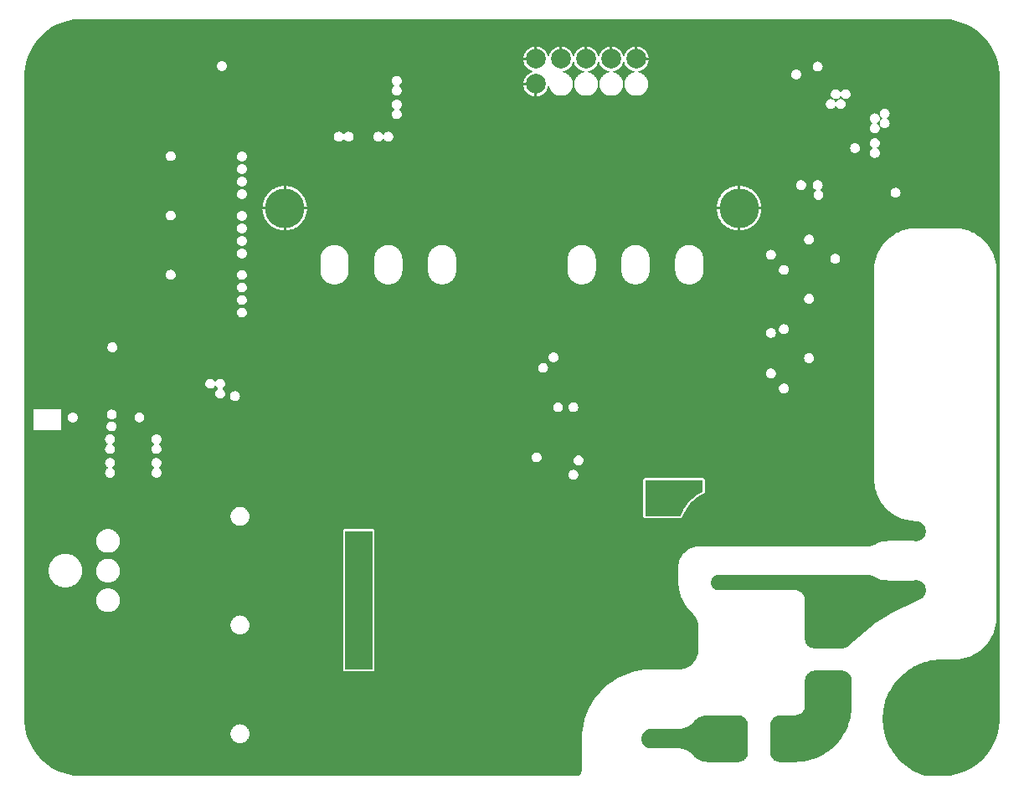
<source format=gbr>
%TF.GenerationSoftware,Altium Limited,Altium Designer,25.3.3 (18)*%
G04 Layer_Physical_Order=3*
G04 Layer_Color=16440176*
%FSLAX45Y45*%
%MOMM*%
%TF.SameCoordinates,6C4DDBA2-F481-4B1E-A352-F181FF77F2E2*%
%TF.FilePolarity,Positive*%
%TF.FileFunction,Copper,L3,Inr,Signal*%
%TF.Part,Single*%
G01*
G75*
%TA.AperFunction,ComponentPad*%
%ADD54C,1.50000*%
%ADD55C,2.00000*%
%ADD57O,2.40000X1.70000*%
%ADD58C,4.00000*%
%TA.AperFunction,ViaPad*%
%ADD60C,10.00000*%
%ADD61C,0.60000*%
G36*
X8541940Y2057090D02*
X8550951Y2056273D01*
X8559917Y2055048D01*
X8568818Y2053420D01*
X8577636Y2051391D01*
X8586354Y2048965D01*
X8594952Y2046148D01*
X8603415Y2042944D01*
X8611724Y2039361D01*
X8619863Y2035406D01*
X8627814Y2031087D01*
X8631688Y2028750D01*
X8635588Y2026457D01*
X8643537Y2022139D01*
X8651673Y2018185D01*
X8659980Y2014603D01*
X8668441Y2011400D01*
X8677037Y2008583D01*
X8685753Y2006158D01*
X8694568Y2004129D01*
X8703467Y2002501D01*
X8712430Y2001277D01*
X8721440Y2000460D01*
X8730477Y2000051D01*
X8735000Y2000000D01*
X9039182D01*
X9047518Y1999302D01*
X9055766Y1997909D01*
X9063869Y1995833D01*
X9071770Y1993088D01*
X9079415Y1989693D01*
X9086749Y1985671D01*
X9093722Y1981051D01*
X9100285Y1975864D01*
X9106391Y1970148D01*
X9112000Y1963942D01*
X9117070Y1957289D01*
X9121567Y1950236D01*
X9125459Y1942832D01*
X9128720Y1935129D01*
X9131326Y1927181D01*
X9133259Y1919042D01*
X9134506Y1910771D01*
X9135058Y1902425D01*
X9134911Y1894061D01*
X9134066Y1885739D01*
X9132529Y1877517D01*
X9130311Y1869452D01*
X9127428Y1861600D01*
X9123898Y1854016D01*
X9119748Y1846753D01*
X9115006Y1839863D01*
X9109705Y1833392D01*
X9103883Y1827387D01*
X9097579Y1821889D01*
X9090838Y1816936D01*
X9083707Y1812564D01*
X9079971Y1810683D01*
X9079972Y1810683D01*
X8768435Y1653488D01*
X8757198Y1647743D01*
X8734913Y1635894D01*
X8712886Y1623571D01*
X8691128Y1610779D01*
X8669649Y1597525D01*
X8648457Y1583815D01*
X8627564Y1569655D01*
X8606979Y1555051D01*
X8586711Y1540010D01*
X8566769Y1524539D01*
X8547162Y1508645D01*
X8527900Y1492335D01*
X8518401Y1484026D01*
Y1484027D01*
X8353387Y1338132D01*
X8351127Y1336133D01*
X8346372Y1332416D01*
X8341403Y1328992D01*
X8336236Y1325873D01*
X8330890Y1323073D01*
X8325385Y1320599D01*
X8319742Y1318462D01*
X8313979Y1316668D01*
X8308119Y1315226D01*
X8302183Y1314140D01*
X8296191Y1313413D01*
X8290167Y1313050D01*
X8008921D01*
X8001087Y1313666D01*
X7993326Y1314895D01*
X7985685Y1316730D01*
X7978211Y1319158D01*
X7970952Y1322165D01*
X7963950Y1325733D01*
X7957250Y1329839D01*
X7950893Y1334457D01*
X7944917Y1339561D01*
X7939361Y1345117D01*
X7934257Y1351093D01*
X7929639Y1357450D01*
X7925533Y1364150D01*
X7921965Y1371151D01*
X7918958Y1378411D01*
X7916530Y1385885D01*
X7914695Y1393526D01*
X7913466Y1401287D01*
X7912850Y1409121D01*
Y1413050D01*
Y1802500D01*
X7912773Y1806425D01*
X7912157Y1814253D01*
X7910928Y1822009D01*
X7909095Y1829644D01*
X7906669Y1837111D01*
X7903664Y1844365D01*
X7900099Y1851362D01*
X7895997Y1858056D01*
X7891381Y1864409D01*
X7886282Y1870380D01*
X7880730Y1875932D01*
X7874759Y1881031D01*
X7868407Y1885646D01*
X7861712Y1889749D01*
X7854716Y1893314D01*
X7847461Y1896319D01*
X7839994Y1898745D01*
X7832359Y1900578D01*
X7824603Y1901806D01*
X7816776Y1902422D01*
X7812850Y1902500D01*
X7036192D01*
X7028614Y1903246D01*
X7021146Y1904732D01*
X7013859Y1906942D01*
X7006824Y1909856D01*
X7000108Y1913445D01*
X6993777Y1917676D01*
X6987891Y1922506D01*
X6982506Y1927891D01*
X6977676Y1933777D01*
X6973445Y1940108D01*
X6969856Y1946824D01*
X6966942Y1953859D01*
X6964732Y1961146D01*
X6963246Y1968614D01*
X6962500Y1976192D01*
Y1983807D01*
X6963246Y1991385D01*
X6964732Y1998853D01*
X6966942Y2006140D01*
X6969856Y2013175D01*
X6973445Y2019891D01*
X6977676Y2026222D01*
X6982506Y2032108D01*
X6987891Y2037492D01*
X6993777Y2042323D01*
X7000108Y2046554D01*
X7006824Y2050143D01*
X7013859Y2053057D01*
X7021146Y2055267D01*
X7028614Y2056753D01*
X7036192Y2057500D01*
X8532900D01*
X8541940Y2057090D01*
D02*
G37*
G36*
X8298913Y1086333D02*
X8306674Y1085104D01*
X8314315Y1083269D01*
X8321788Y1080841D01*
X8329048Y1077834D01*
X8336050Y1074267D01*
X8342750Y1070161D01*
X8349107Y1065542D01*
X8355082Y1060439D01*
X8360639Y1054882D01*
X8365742Y1048907D01*
X8370361Y1042550D01*
X8374467Y1035850D01*
X8378034Y1028848D01*
X8381041Y1021588D01*
X8383470Y1014115D01*
X8385304Y1006474D01*
X8386533Y998713D01*
X8387150Y990879D01*
Y986950D01*
Y737150D01*
Y726898D01*
X8386418Y706406D01*
X8384955Y685954D01*
X8382764Y665567D01*
X8379845Y645270D01*
X8376205Y625092D01*
X8371846Y605056D01*
X8366775Y585188D01*
X8360998Y565514D01*
X8354523Y546059D01*
X8347357Y526847D01*
X8339511Y507903D01*
X8330993Y489251D01*
X8321814Y470915D01*
X8311987Y452919D01*
X8301525Y435285D01*
X8290439Y418035D01*
X8278745Y401192D01*
X8266457Y384777D01*
X8253591Y368812D01*
X8240163Y353315D01*
X8226191Y338308D01*
X8211692Y323809D01*
X8196685Y309837D01*
X8181188Y296409D01*
X8165222Y283543D01*
X8148808Y271255D01*
X8131965Y259561D01*
X8114715Y248475D01*
X8097081Y238012D01*
X8079084Y228185D01*
X8060748Y219007D01*
X8042097Y210489D01*
X8023153Y202642D01*
X8003941Y195477D01*
X7984486Y189001D01*
X7964812Y183224D01*
X7944944Y178154D01*
X7924908Y173795D01*
X7904729Y170154D01*
X7884433Y167236D01*
X7864046Y165044D01*
X7843594Y163582D01*
X7823102Y162850D01*
X7659121D01*
X7651287Y163466D01*
X7643525Y164695D01*
X7635885Y166530D01*
X7628411Y168958D01*
X7621151Y171965D01*
X7614150Y175533D01*
X7607450Y179639D01*
X7601092Y184257D01*
X7595117Y189361D01*
X7589561Y194917D01*
X7584457Y200893D01*
X7579839Y207250D01*
X7575733Y213950D01*
X7572165Y220952D01*
X7569158Y228211D01*
X7566730Y235685D01*
X7564895Y243326D01*
X7563666Y251087D01*
X7563050Y258921D01*
Y262850D01*
Y537150D01*
Y541079D01*
X7563666Y548913D01*
X7564895Y556674D01*
X7566730Y564315D01*
X7569158Y571788D01*
X7572165Y579048D01*
X7575733Y586050D01*
X7579839Y592750D01*
X7584457Y599107D01*
X7589561Y605082D01*
X7595117Y610639D01*
X7601092Y615742D01*
X7607450Y620361D01*
X7614150Y624467D01*
X7621151Y628034D01*
X7628411Y631041D01*
X7635885Y633470D01*
X7643525Y635304D01*
X7651287Y636533D01*
X7659121Y637150D01*
X7812850D01*
X7816776Y637227D01*
X7824603Y637843D01*
X7832359Y639071D01*
X7839994Y640904D01*
X7847461Y643331D01*
X7854716Y646336D01*
X7861712Y649900D01*
X7868407Y654003D01*
X7874759Y658618D01*
X7880730Y663718D01*
X7886282Y669270D01*
X7891381Y675241D01*
X7895997Y681593D01*
X7900099Y688288D01*
X7903664Y695284D01*
X7906669Y702538D01*
X7909095Y710006D01*
X7910928Y717641D01*
X7912157Y725396D01*
X7912773Y733224D01*
X7912850Y737150D01*
Y986950D01*
Y990879D01*
X7913466Y998713D01*
X7914695Y1006474D01*
X7916530Y1014115D01*
X7918958Y1021588D01*
X7921965Y1028848D01*
X7925533Y1035850D01*
X7929639Y1042550D01*
X7934257Y1048907D01*
X7939361Y1054882D01*
X7944917Y1060439D01*
X7950893Y1065542D01*
X7957250Y1070161D01*
X7963950Y1074267D01*
X7970952Y1077834D01*
X7978211Y1080841D01*
X7985685Y1083269D01*
X7993326Y1085104D01*
X8001087Y1086333D01*
X8008921Y1086950D01*
X8291079D01*
X8298913Y1086333D01*
D02*
G37*
G36*
X7236950Y637150D02*
X7240879D01*
X7248713Y636533D01*
X7256474Y635304D01*
X7264115Y633469D01*
X7271588Y631041D01*
X7278848Y628034D01*
X7285850Y624467D01*
X7292550Y620361D01*
X7298907Y615742D01*
X7304882Y610639D01*
X7310439Y605082D01*
X7315542Y599107D01*
X7320161Y592750D01*
X7324267Y586050D01*
X7327834Y579048D01*
X7330841Y571788D01*
X7333269Y564315D01*
X7335104Y556674D01*
X7336333Y548913D01*
X7336950Y541079D01*
Y537150D01*
X7336950D01*
X7336950Y262850D01*
Y258920D01*
X7336333Y251087D01*
X7335104Y243325D01*
X7333269Y235685D01*
X7330841Y228211D01*
X7327834Y220951D01*
X7324267Y213950D01*
X7320161Y207250D01*
X7315542Y200892D01*
X7310439Y194917D01*
X7304882Y189361D01*
X7298907Y184257D01*
X7292549Y179638D01*
X7285849Y175533D01*
X7278848Y171965D01*
X7271588Y168958D01*
X7264115Y166530D01*
X7256474Y164695D01*
X7248712Y163466D01*
X7240879Y162850D01*
X7236949Y162850D01*
X6931175D01*
X6920515Y163419D01*
X6909901Y164556D01*
X6899362Y166258D01*
X6888930Y168519D01*
X6878632Y171334D01*
X6868500Y174694D01*
X6858561Y178589D01*
X6848844Y183009D01*
X6839376Y187941D01*
X6830186Y193371D01*
X6821298Y199283D01*
X6812737Y205661D01*
X6804530Y212487D01*
X6796698Y219740D01*
X6789264Y227401D01*
X6785756Y231425D01*
X6782196Y235400D01*
X6774765Y243058D01*
X6766935Y250309D01*
X6758731Y257132D01*
X6750173Y263508D01*
X6741289Y269418D01*
X6732101Y274846D01*
X6722637Y279776D01*
X6712923Y284195D01*
X6702988Y288089D01*
X6692859Y291447D01*
X6682566Y294261D01*
X6672137Y296521D01*
X6661602Y298222D01*
X6650991Y299359D01*
X6640335Y299928D01*
X6635000Y299999D01*
X6635000Y300000D01*
X6355634D01*
X6346935Y300761D01*
X6338335Y302277D01*
X6329901Y304537D01*
X6321695Y307524D01*
X6313781Y311214D01*
X6306219Y315580D01*
X6299066Y320589D01*
X6292377Y326202D01*
X6286202Y332377D01*
X6280589Y339066D01*
X6275580Y346219D01*
X6271214Y353781D01*
X6267524Y361695D01*
X6264537Y369901D01*
X6262277Y378335D01*
X6260761Y386935D01*
X6260000Y395634D01*
Y404366D01*
X6260761Y413065D01*
X6262277Y421664D01*
X6264537Y430099D01*
X6267524Y438305D01*
X6271214Y446219D01*
X6275580Y453781D01*
X6280589Y460934D01*
X6286202Y467623D01*
X6292377Y473798D01*
X6299066Y479411D01*
X6306219Y484419D01*
X6313781Y488785D01*
X6321695Y492476D01*
X6329901Y495463D01*
X6338335Y497722D01*
X6346935Y499239D01*
X6355634Y500000D01*
X6635000D01*
X6640336Y500071D01*
X6650992Y500640D01*
X6661602Y501777D01*
X6672137Y503478D01*
X6682566Y505738D01*
X6692860Y508552D01*
X6702988Y511911D01*
X6712924Y515805D01*
X6722637Y520223D01*
X6732101Y525153D01*
X6741289Y530581D01*
X6750174Y536491D01*
X6758731Y542867D01*
X6766936Y549690D01*
X6774765Y556941D01*
X6782196Y564600D01*
X6785756Y568575D01*
X6785756D01*
X6789264Y572598D01*
X6796698Y580259D01*
X6804530Y587512D01*
X6812737Y594338D01*
X6821298Y600716D01*
X6830186Y606628D01*
X6839377Y612058D01*
X6848844Y616990D01*
X6858561Y621410D01*
X6868500Y625306D01*
X6878632Y628666D01*
X6888930Y631480D01*
X6899363Y633741D01*
X6909901Y635443D01*
X6920515Y636580D01*
X6931175Y637150D01*
X6936513D01*
X6936513Y637150D01*
X7236950Y637150D01*
D02*
G37*
G36*
X9385149Y7674028D02*
X9441004Y7662917D01*
X9495499Y7646386D01*
X9548115Y7624592D01*
X9598337Y7597748D01*
X9645689Y7566108D01*
X9689710Y7529981D01*
X9729980Y7489711D01*
X9766108Y7445689D01*
X9797747Y7398337D01*
X9824592Y7348115D01*
X9846386Y7295500D01*
X9862917Y7241002D01*
X9874027Y7185149D01*
X9879609Y7128475D01*
X9879609Y7100000D01*
X9879609Y600000D01*
Y571525D01*
X9874027Y514851D01*
X9862917Y458995D01*
X9846386Y404500D01*
X9824592Y351885D01*
X9797748Y301663D01*
X9766108Y254311D01*
X9729981Y210289D01*
X9689711Y170019D01*
X9645689Y133892D01*
X9598337Y102252D01*
X9548115Y75408D01*
X9495499Y53614D01*
X9441002Y37082D01*
X9385149Y25972D01*
X9328475Y20391D01*
X9300000D01*
X9144748D01*
X9141237Y21286D01*
X9120683Y27322D01*
X9100357Y34087D01*
X9080286Y41573D01*
X9060494Y49771D01*
X9041008Y58670D01*
X9021851Y68259D01*
X9003050Y78526D01*
X8984626Y89457D01*
X8966605Y101039D01*
X8949008Y113256D01*
X8931858Y126094D01*
X8915178Y139536D01*
X8898988Y153564D01*
X8883310Y168162D01*
X8868162Y183310D01*
X8853564Y198988D01*
X8839536Y215178D01*
X8826094Y231859D01*
X8813256Y249008D01*
X8801039Y266605D01*
X8789457Y284626D01*
X8778526Y303050D01*
X8768259Y321852D01*
X8758670Y341008D01*
X8749771Y360494D01*
X8741573Y380286D01*
X8734087Y400357D01*
X8727322Y420683D01*
X8721286Y441238D01*
X8715988Y461995D01*
X8711435Y482927D01*
X8707631Y504009D01*
X8704583Y525213D01*
X8702292Y546512D01*
X8700764Y567880D01*
X8700000Y589289D01*
Y610711D01*
X8700764Y632120D01*
X8702292Y653487D01*
X8704583Y674787D01*
X8707631Y695991D01*
X8711435Y717073D01*
X8715988Y738005D01*
X8721286Y758762D01*
X8727322Y779317D01*
X8734087Y799643D01*
X8741573Y819714D01*
X8749771Y839506D01*
X8758670Y858992D01*
X8768259Y878148D01*
X8778526Y896950D01*
X8789457Y915374D01*
X8801039Y933395D01*
X8813256Y950992D01*
X8826094Y968141D01*
X8839536Y984821D01*
X8853564Y1001011D01*
X8868162Y1016690D01*
X8883310Y1031838D01*
X8898988Y1046436D01*
X8915178Y1060464D01*
X8931858Y1073906D01*
X8949008Y1086744D01*
X8966605Y1098961D01*
X8984626Y1110543D01*
X9003050Y1121474D01*
X9021851Y1131741D01*
X9041008Y1141330D01*
X9060494Y1150229D01*
X9080286Y1158427D01*
X9100357Y1165913D01*
X9120683Y1172678D01*
X9141237Y1178713D01*
X9161994Y1184011D01*
X9182927Y1188565D01*
X9204009Y1192368D01*
X9225213Y1195417D01*
X9246512Y1197707D01*
X9267880Y1199235D01*
X9289289Y1200000D01*
X9420000D01*
X9428443Y1200083D01*
X9445315Y1200746D01*
X9462147Y1202070D01*
X9478915Y1204055D01*
X9495592Y1206697D01*
X9512153Y1209991D01*
X9528571Y1213932D01*
X9544822Y1218516D01*
X9560881Y1223733D01*
X9576722Y1229578D01*
X9592322Y1236039D01*
X9607656Y1243108D01*
X9622701Y1250774D01*
X9637433Y1259024D01*
X9651829Y1267847D01*
X9665869Y1277227D01*
X9679529Y1287152D01*
X9692789Y1297605D01*
X9705628Y1308571D01*
X9718027Y1320033D01*
X9729967Y1331972D01*
X9741428Y1344371D01*
X9752394Y1357211D01*
X9762848Y1370471D01*
X9772772Y1384131D01*
X9782153Y1398170D01*
X9790976Y1412567D01*
X9799226Y1427299D01*
X9806891Y1442344D01*
X9813961Y1457678D01*
X9820422Y1473277D01*
X9826266Y1489119D01*
X9831484Y1505177D01*
X9836067Y1521428D01*
X9840009Y1537847D01*
X9843303Y1554407D01*
X9845944Y1571084D01*
X9847929Y1587852D01*
X9849254Y1604685D01*
X9849917Y1621557D01*
X9850000Y1630000D01*
Y5135000D01*
X9850000D01*
X9850000Y5135000D01*
X9849999Y5135081D01*
X9849917Y5143442D01*
X9849885Y5144254D01*
X9849254Y5160314D01*
X9847929Y5177147D01*
X9845944Y5193915D01*
X9843303Y5210592D01*
X9840009Y5227153D01*
X9836067Y5243571D01*
X9831484Y5259822D01*
X9826266Y5275881D01*
X9820422Y5291722D01*
X9813960Y5307322D01*
X9806891Y5322656D01*
X9799226Y5337700D01*
X9790975Y5352432D01*
X9782153Y5366829D01*
X9772772Y5380868D01*
X9762848Y5394529D01*
X9752394Y5407789D01*
X9741428Y5420628D01*
X9729967Y5433027D01*
X9718027Y5444967D01*
X9705628Y5456428D01*
X9692789Y5467394D01*
X9679529Y5477848D01*
X9665868Y5487772D01*
X9651829Y5497153D01*
X9637432Y5505975D01*
X9622700Y5514226D01*
X9607656Y5521891D01*
X9592322Y5528960D01*
X9576722Y5535422D01*
X9560881Y5541266D01*
X9544822Y5546484D01*
X9528571Y5551067D01*
X9512153Y5555009D01*
X9495592Y5558303D01*
X9478915Y5560944D01*
X9462147Y5562929D01*
X9445314Y5564254D01*
X9428442Y5564916D01*
X9420000Y5564999D01*
X9042500Y5565000D01*
Y5565000D01*
X9034057Y5564916D01*
X9017186Y5564254D01*
X9000353Y5562929D01*
X8983585Y5560944D01*
X8966908Y5558303D01*
X8950347Y5555009D01*
X8933929Y5551067D01*
X8917678Y5546484D01*
X8901619Y5541266D01*
X8885778Y5535422D01*
X8870178Y5528960D01*
X8854844Y5521891D01*
X8839800Y5514226D01*
X8825068Y5505975D01*
X8810671Y5497153D01*
X8796632Y5487772D01*
X8782972Y5477848D01*
X8769711Y5467394D01*
X8756872Y5456428D01*
X8744473Y5444967D01*
X8732533Y5433027D01*
X8721072Y5420628D01*
X8710106Y5407789D01*
X8699653Y5394529D01*
X8689728Y5380869D01*
X8680347Y5366829D01*
X8671525Y5352433D01*
X8663275Y5337701D01*
X8655609Y5322656D01*
X8648540Y5307322D01*
X8642078Y5291722D01*
X8636234Y5275881D01*
X8631017Y5259822D01*
X8626433Y5243571D01*
X8622492Y5227153D01*
X8619197Y5210593D01*
X8616556Y5193915D01*
X8614571Y5177148D01*
X8613247Y5160315D01*
X8612584Y5143443D01*
X8612501Y5135000D01*
X8612500Y3030000D01*
X8612599Y3020788D01*
X8613388Y3002383D01*
X8614965Y2984027D01*
X8617326Y2965757D01*
X8620468Y2947604D01*
X8624385Y2929602D01*
X8629069Y2911785D01*
X8634513Y2894184D01*
X8640704Y2876833D01*
X8647634Y2859763D01*
X8655288Y2843006D01*
X8663653Y2826592D01*
X8672714Y2810551D01*
X8682453Y2794913D01*
X8692853Y2779706D01*
X8703895Y2764959D01*
X8715559Y2750699D01*
X8727823Y2736951D01*
X8740664Y2723741D01*
X8754059Y2711093D01*
X8767984Y2699031D01*
X8782412Y2687576D01*
X8797319Y2676749D01*
X8812675Y2666572D01*
X8828453Y2657061D01*
X8844624Y2648234D01*
X8861158Y2640109D01*
X8878025Y2632699D01*
X8895194Y2626019D01*
X8912633Y2620080D01*
X8930311Y2614893D01*
X8948194Y2610469D01*
X8966251Y2606814D01*
X8984448Y2603937D01*
X9002751Y2601841D01*
X9021128Y2600532D01*
X9028587Y2600240D01*
X9030332Y2600172D01*
X9037726Y2599963D01*
X9037829Y2599960D01*
X9037830Y2599959D01*
X9037830Y2599959D01*
X9037836Y2599959D01*
X9047043Y2599273D01*
X9050751Y2598846D01*
X9059230Y2597116D01*
X9067527Y2594660D01*
X9075582Y2591497D01*
X9083333Y2587650D01*
X9090723Y2583148D01*
X9097696Y2578024D01*
X9104201Y2572317D01*
X9110189Y2566070D01*
X9115614Y2559329D01*
X9120438Y2552144D01*
X9124622Y2544569D01*
X9128137Y2536662D01*
X9130955Y2528481D01*
X9133057Y2520086D01*
X9134425Y2511542D01*
X9135051Y2502911D01*
X9134928Y2494258D01*
X9134059Y2485649D01*
X9132449Y2477146D01*
X9130111Y2468815D01*
X9127062Y2460716D01*
X9123325Y2452912D01*
X9118928Y2445459D01*
X9113903Y2438413D01*
X9108289Y2431828D01*
X9102127Y2425753D01*
X9095463Y2420232D01*
X9088348Y2415308D01*
X9080833Y2411017D01*
X9072976Y2407391D01*
X9064836Y2404456D01*
X9056472Y2402236D01*
X9047947Y2400747D01*
X9039326Y2400000D01*
X8735000D01*
X8735000Y2400000D01*
X8730477Y2399948D01*
X8721440Y2399540D01*
X8712430Y2398722D01*
X8703467Y2397498D01*
X8694568Y2395870D01*
X8685753Y2393842D01*
X8677037Y2391416D01*
X8668441Y2388599D01*
X8659980Y2385397D01*
X8651673Y2381815D01*
X8643537Y2377861D01*
X8635588Y2373543D01*
X8631688Y2371250D01*
X8631688Y2371250D01*
X8627814Y2368913D01*
X8619863Y2364594D01*
X8611724Y2360639D01*
X8603415Y2357056D01*
X8594952Y2353852D01*
X8586353Y2351035D01*
X8577636Y2348609D01*
X8568818Y2346579D01*
X8559917Y2344951D01*
X8550951Y2343727D01*
X8541940Y2342909D01*
X8532900Y2342500D01*
X6835000D01*
Y2342500D01*
X6829391Y2342421D01*
X6818190Y2341792D01*
X6807042Y2340536D01*
X6795982Y2338657D01*
X6785045Y2336160D01*
X6774265Y2333055D01*
X6763676Y2329349D01*
X6753311Y2325056D01*
X6743204Y2320189D01*
X6733385Y2314762D01*
X6723886Y2308794D01*
X6714737Y2302302D01*
X6705966Y2295307D01*
X6697601Y2287832D01*
X6689668Y2279899D01*
X6682193Y2271534D01*
X6675198Y2262763D01*
X6668706Y2253614D01*
X6662738Y2244115D01*
X6657311Y2234296D01*
X6652444Y2224189D01*
X6648151Y2213824D01*
X6644445Y2203235D01*
X6641340Y2192455D01*
X6638843Y2181518D01*
X6636964Y2170458D01*
X6635708Y2159310D01*
X6635079Y2148109D01*
X6635000Y2142500D01*
X6635000Y1980000D01*
X6635089Y1971522D01*
X6635799Y1954581D01*
X6637217Y1937685D01*
X6639341Y1920863D01*
X6642167Y1904145D01*
X6645691Y1887560D01*
X6649905Y1871136D01*
X6654804Y1854904D01*
X6660377Y1838891D01*
X6666616Y1823125D01*
X6673510Y1807634D01*
X6681045Y1792445D01*
X6689210Y1777585D01*
X6697990Y1763080D01*
X6707369Y1748955D01*
X6717331Y1735235D01*
X6727859Y1721944D01*
X6738933Y1709105D01*
X6750536Y1696741D01*
X6762646Y1684873D01*
X6768884Y1679132D01*
Y1679132D01*
X6772773Y1675628D01*
X6780173Y1668222D01*
X6787176Y1660439D01*
X6793762Y1652301D01*
X6799914Y1643829D01*
X6805613Y1635047D01*
X6810846Y1625979D01*
X6815597Y1616649D01*
X6819853Y1607084D01*
X6823603Y1597309D01*
X6826837Y1587352D01*
X6829546Y1577239D01*
X6831721Y1566998D01*
X6833358Y1556657D01*
X6834452Y1546245D01*
X6835000Y1535790D01*
X6835000Y1294389D01*
X6834371Y1283183D01*
X6833114Y1272031D01*
X6831234Y1260967D01*
X6828737Y1250025D01*
X6825630Y1239241D01*
X6821923Y1228648D01*
X6817629Y1218279D01*
X6812759Y1208168D01*
X6807331Y1198345D01*
X6801360Y1188842D01*
X6794865Y1179689D01*
X6787868Y1170915D01*
X6780389Y1162547D01*
X6772454Y1154611D01*
X6764085Y1147132D01*
X6755311Y1140135D01*
X6746158Y1133641D01*
X6736655Y1127670D01*
X6726833Y1122241D01*
X6716721Y1117371D01*
X6706353Y1113077D01*
X6695759Y1109370D01*
X6684975Y1106263D01*
X6674033Y1103766D01*
X6662969Y1101886D01*
X6651817Y1100629D01*
X6640612Y1100000D01*
X6360000D01*
X6348547Y1099906D01*
X6325653Y1099157D01*
X6302795Y1097659D01*
X6279999Y1095413D01*
X6257288Y1092424D01*
X6234688Y1088692D01*
X6212222Y1084223D01*
X6189914Y1079022D01*
X6167788Y1073093D01*
X6145868Y1066444D01*
X6124177Y1059081D01*
X6102739Y1051012D01*
X6081576Y1042246D01*
X6060711Y1032792D01*
X6040167Y1022661D01*
X6019965Y1011863D01*
X6000128Y1000410D01*
X5980676Y988314D01*
X5961630Y975588D01*
X5943010Y962245D01*
X5924837Y948301D01*
X5907130Y933769D01*
X5889908Y918666D01*
X5873190Y903007D01*
X5856993Y886810D01*
X5841334Y870091D01*
X5826231Y852869D01*
X5811699Y835162D01*
X5797754Y816989D01*
X5784412Y798370D01*
X5771686Y779324D01*
X5759590Y759872D01*
X5748137Y740034D01*
X5737339Y719833D01*
X5727207Y699288D01*
X5717754Y678424D01*
X5708988Y657261D01*
X5700919Y635823D01*
X5693556Y614132D01*
X5686907Y592212D01*
X5680978Y570086D01*
X5675776Y547778D01*
X5671307Y525312D01*
X5667576Y502711D01*
X5664586Y480001D01*
X5662341Y457205D01*
X5660843Y434347D01*
X5660093Y411453D01*
X5660000Y400000D01*
Y96071D01*
X5659383Y88237D01*
X5658154Y80476D01*
X5656319Y72835D01*
X5653891Y65362D01*
X5650884Y58102D01*
X5647317Y51100D01*
X5643211Y44400D01*
X5638592Y38043D01*
X5633489Y32068D01*
X5627932Y26511D01*
X5621957Y21408D01*
X5620556Y20390D01*
X600000Y20390D01*
X571524Y20390D01*
X514851Y25972D01*
X458995Y37082D01*
X404500Y53613D01*
X351885Y75407D01*
X301663Y102251D01*
X254311Y133891D01*
X210289Y170018D01*
X170019Y210288D01*
X133892Y254310D01*
X102252Y301662D01*
X75408Y351884D01*
X53614Y404500D01*
X37082Y458997D01*
X25972Y514850D01*
X20390Y571524D01*
Y599999D01*
X20390Y7099999D01*
X20390Y7128475D01*
X25972Y7185148D01*
X37082Y7241004D01*
X53613Y7295499D01*
X75407Y7348114D01*
X102252Y7398336D01*
X133891Y7445688D01*
X170019Y7489710D01*
X210288Y7529980D01*
X254310Y7566107D01*
X301662Y7597747D01*
X351884Y7624591D01*
X404500Y7646385D01*
X458997Y7662917D01*
X514851Y7674027D01*
X571524Y7679608D01*
X600000Y7679609D01*
X9299999Y7679609D01*
X9328475Y7679609D01*
X9385149Y7674028D01*
D02*
G37*
%LPC*%
G36*
X6220699Y7401788D02*
Y7289700D01*
X6332788D01*
X6332627Y7291750D01*
X6331085Y7301483D01*
X6328785Y7311065D01*
X6325740Y7320436D01*
X6321969Y7329540D01*
X6317496Y7338320D01*
X6312347Y7346722D01*
X6306555Y7354694D01*
X6300155Y7362187D01*
X6293187Y7369155D01*
X6285694Y7375555D01*
X6277722Y7381347D01*
X6269320Y7386496D01*
X6260540Y7390969D01*
X6251437Y7394740D01*
X6242065Y7397785D01*
X6232483Y7400085D01*
X6222751Y7401627D01*
X6220699Y7401788D01*
D02*
G37*
G36*
X5179299Y7401788D02*
X5177249Y7401627D01*
X5167517Y7400085D01*
X5157935Y7397785D01*
X5148563Y7394740D01*
X5139460Y7390969D01*
X5130680Y7386496D01*
X5122278Y7381347D01*
X5114306Y7375555D01*
X5106813Y7369155D01*
X5099845Y7362187D01*
X5093445Y7354694D01*
X5087653Y7346722D01*
X5082504Y7338320D01*
X5078031Y7329540D01*
X5074260Y7320436D01*
X5071215Y7311065D01*
X5068915Y7301483D01*
X5067373Y7291750D01*
X5067212Y7289700D01*
X5179299D01*
Y7401788D01*
D02*
G37*
G36*
X5966699Y7401788D02*
Y7277000D01*
X5941299D01*
Y7401788D01*
X5939249Y7401627D01*
X5929517Y7400085D01*
X5919935Y7397785D01*
X5910563Y7394740D01*
X5901460Y7390969D01*
X5892680Y7386496D01*
X5884278Y7381347D01*
X5876306Y7375555D01*
X5868813Y7369155D01*
X5861845Y7362187D01*
X5855445Y7354694D01*
X5849653Y7346722D01*
X5844504Y7338320D01*
X5840031Y7329540D01*
X5836260Y7320436D01*
X5833215Y7311065D01*
X5832142Y7306596D01*
X5821858D01*
X5820785Y7311065D01*
X5817740Y7320436D01*
X5813969Y7329540D01*
X5809496Y7338320D01*
X5804347Y7346722D01*
X5798555Y7354694D01*
X5792155Y7362187D01*
X5785187Y7369155D01*
X5777694Y7375555D01*
X5769722Y7381347D01*
X5761320Y7386496D01*
X5752540Y7390969D01*
X5743437Y7394740D01*
X5734065Y7397785D01*
X5724483Y7400085D01*
X5714751Y7401627D01*
X5712699Y7401788D01*
Y7277000D01*
X5687299D01*
Y7401788D01*
X5685249Y7401627D01*
X5675517Y7400085D01*
X5665935Y7397785D01*
X5656563Y7394740D01*
X5647460Y7390969D01*
X5638680Y7386496D01*
X5630278Y7381347D01*
X5622306Y7375555D01*
X5614813Y7369155D01*
X5607845Y7362187D01*
X5601445Y7354694D01*
X5595653Y7346722D01*
X5590504Y7338320D01*
X5586031Y7329540D01*
X5582260Y7320436D01*
X5579215Y7311065D01*
X5578142Y7306596D01*
X5567858D01*
X5566785Y7311065D01*
X5563740Y7320436D01*
X5559969Y7329540D01*
X5555496Y7338320D01*
X5550347Y7346722D01*
X5544555Y7354694D01*
X5538155Y7362187D01*
X5531187Y7369155D01*
X5523694Y7375555D01*
X5515722Y7381347D01*
X5507320Y7386496D01*
X5498540Y7390969D01*
X5489437Y7394740D01*
X5480065Y7397785D01*
X5470483Y7400085D01*
X5460751Y7401627D01*
X5458699Y7401788D01*
Y7277000D01*
X5433299D01*
Y7401788D01*
X5431249Y7401627D01*
X5421517Y7400085D01*
X5411935Y7397785D01*
X5402563Y7394740D01*
X5393460Y7390969D01*
X5384680Y7386496D01*
X5376278Y7381347D01*
X5368306Y7375555D01*
X5360813Y7369155D01*
X5353845Y7362187D01*
X5347445Y7354694D01*
X5341653Y7346722D01*
X5336504Y7338320D01*
X5332031Y7329540D01*
X5328260Y7320436D01*
X5325215Y7311065D01*
X5324142Y7306596D01*
X5313858D01*
X5312785Y7311065D01*
X5309740Y7320436D01*
X5305969Y7329540D01*
X5301496Y7338320D01*
X5296347Y7346722D01*
X5290555Y7354694D01*
X5284155Y7362187D01*
X5277187Y7369155D01*
X5269694Y7375555D01*
X5261722Y7381347D01*
X5253320Y7386496D01*
X5244540Y7390969D01*
X5235437Y7394740D01*
X5226065Y7397785D01*
X5216483Y7400085D01*
X5206751Y7401627D01*
X5204699Y7401788D01*
Y7277000D01*
X5191999D01*
Y7264300D01*
X5067212D01*
X5067373Y7262249D01*
X5068915Y7252517D01*
X5071215Y7242935D01*
X5074260Y7233563D01*
X5078031Y7224460D01*
X5082504Y7215679D01*
X5087653Y7207278D01*
X5093445Y7199306D01*
X5099845Y7191813D01*
X5106813Y7184845D01*
X5114306Y7178445D01*
X5122278Y7172653D01*
X5130680Y7167504D01*
X5139460Y7163031D01*
X5148563Y7159260D01*
X5157935Y7156215D01*
X5162404Y7155142D01*
Y7144858D01*
X5157935Y7143785D01*
X5148563Y7140740D01*
X5139460Y7136969D01*
X5130680Y7132496D01*
X5122278Y7127347D01*
X5114306Y7121555D01*
X5106813Y7115155D01*
X5099845Y7108187D01*
X5093445Y7100694D01*
X5087653Y7092722D01*
X5082504Y7084320D01*
X5078031Y7075540D01*
X5074260Y7066436D01*
X5071215Y7057065D01*
X5068915Y7047483D01*
X5067373Y7037750D01*
X5067212Y7035700D01*
X5191999D01*
Y7023000D01*
X5204699D01*
Y6898212D01*
X5206751Y6898373D01*
X5216483Y6899915D01*
X5226065Y6902215D01*
X5235437Y6905260D01*
X5244540Y6909031D01*
X5253320Y6913504D01*
X5261722Y6918653D01*
X5269694Y6924445D01*
X5277187Y6930845D01*
X5284155Y6937813D01*
X5290555Y6945306D01*
X5296347Y6953278D01*
X5301496Y6961679D01*
X5305969Y6970460D01*
X5309740Y6979563D01*
X5312785Y6988935D01*
X5315085Y6998517D01*
X5316627Y7008249D01*
X5316693Y7009087D01*
X5326724Y7009087D01*
X5326740Y7008885D01*
X5328215Y6999571D01*
X5330416Y6990402D01*
X5333330Y6981434D01*
X5336939Y6972722D01*
X5341220Y6964320D01*
X5346147Y6956280D01*
X5351689Y6948651D01*
X5357813Y6941481D01*
X5364481Y6934813D01*
X5371651Y6928689D01*
X5379280Y6923146D01*
X5387320Y6918220D01*
X5395722Y6913938D01*
X5404434Y6910330D01*
X5413402Y6907416D01*
X5422571Y6905215D01*
X5431885Y6903740D01*
X5441285Y6903000D01*
X5450715D01*
X5460115Y6903740D01*
X5469429Y6905215D01*
X5478598Y6907416D01*
X5487566Y6910330D01*
X5496278Y6913938D01*
X5504680Y6918220D01*
X5512720Y6923146D01*
X5520349Y6928689D01*
X5527519Y6934813D01*
X5534187Y6941481D01*
X5540311Y6948651D01*
X5545854Y6956280D01*
X5550780Y6964320D01*
X5555062Y6972722D01*
X5558670Y6981434D01*
X5561584Y6990402D01*
X5563785Y6999571D01*
X5565260Y7008885D01*
X5566000Y7018285D01*
Y7027715D01*
X5565260Y7037115D01*
X5563785Y7046429D01*
X5561584Y7055598D01*
X5558670Y7064566D01*
X5555062Y7073278D01*
X5550780Y7081680D01*
X5545854Y7089720D01*
X5540311Y7097349D01*
X5534187Y7104519D01*
X5527519Y7111187D01*
X5520349Y7117311D01*
X5512720Y7122853D01*
X5504680Y7127780D01*
X5496278Y7132061D01*
X5487566Y7135670D01*
X5478598Y7138584D01*
X5469429Y7140785D01*
X5460115Y7142260D01*
X5459913Y7142276D01*
X5459913Y7152307D01*
X5460751Y7152373D01*
X5470483Y7153915D01*
X5480065Y7156215D01*
X5489437Y7159260D01*
X5498540Y7163031D01*
X5507320Y7167504D01*
X5515722Y7172653D01*
X5523694Y7178445D01*
X5531187Y7184845D01*
X5538155Y7191813D01*
X5544555Y7199306D01*
X5550347Y7207278D01*
X5555496Y7215679D01*
X5559969Y7224460D01*
X5563740Y7233563D01*
X5566785Y7242935D01*
X5567858Y7247404D01*
X5578142D01*
X5579215Y7242935D01*
X5582260Y7233563D01*
X5586031Y7224460D01*
X5590504Y7215679D01*
X5595653Y7207278D01*
X5601445Y7199306D01*
X5607845Y7191813D01*
X5614813Y7184845D01*
X5622306Y7178445D01*
X5630278Y7172653D01*
X5638680Y7167504D01*
X5647460Y7163031D01*
X5656563Y7159260D01*
X5665935Y7156215D01*
X5675517Y7153915D01*
X5685249Y7152373D01*
X5686087Y7152307D01*
X5686087Y7142276D01*
X5685885Y7142260D01*
X5676571Y7140785D01*
X5667402Y7138584D01*
X5658434Y7135670D01*
X5649722Y7132061D01*
X5641320Y7127780D01*
X5633280Y7122853D01*
X5625651Y7117311D01*
X5618481Y7111187D01*
X5611813Y7104519D01*
X5605689Y7097349D01*
X5600147Y7089720D01*
X5595220Y7081680D01*
X5590939Y7073278D01*
X5587330Y7064566D01*
X5584416Y7055598D01*
X5582215Y7046429D01*
X5580740Y7037115D01*
X5580000Y7027715D01*
Y7018285D01*
X5580740Y7008885D01*
X5582215Y6999571D01*
X5584416Y6990402D01*
X5587330Y6981434D01*
X5590939Y6972722D01*
X5595220Y6964320D01*
X5600147Y6956280D01*
X5605689Y6948651D01*
X5611813Y6941481D01*
X5618481Y6934813D01*
X5625651Y6928689D01*
X5633280Y6923146D01*
X5641320Y6918220D01*
X5649722Y6913938D01*
X5658434Y6910330D01*
X5667402Y6907416D01*
X5676571Y6905215D01*
X5685885Y6903740D01*
X5695285Y6903000D01*
X5704715D01*
X5714115Y6903740D01*
X5723429Y6905215D01*
X5732598Y6907416D01*
X5741566Y6910330D01*
X5750278Y6913938D01*
X5758680Y6918220D01*
X5766720Y6923146D01*
X5774349Y6928689D01*
X5781519Y6934813D01*
X5788187Y6941481D01*
X5794311Y6948651D01*
X5799854Y6956280D01*
X5804780Y6964320D01*
X5809062Y6972722D01*
X5812670Y6981434D01*
X5815584Y6990402D01*
X5817785Y6999571D01*
X5819260Y7008885D01*
X5820000Y7018285D01*
Y7027715D01*
X5819260Y7037115D01*
X5817785Y7046429D01*
X5815584Y7055598D01*
X5812670Y7064566D01*
X5809062Y7073278D01*
X5804780Y7081680D01*
X5799854Y7089720D01*
X5794311Y7097349D01*
X5788187Y7104519D01*
X5781519Y7111187D01*
X5774349Y7117311D01*
X5766720Y7122853D01*
X5758680Y7127780D01*
X5750278Y7132061D01*
X5741566Y7135670D01*
X5732598Y7138584D01*
X5723429Y7140785D01*
X5714115Y7142260D01*
X5713913Y7142276D01*
X5713913Y7152307D01*
X5714751Y7152373D01*
X5724483Y7153915D01*
X5734065Y7156215D01*
X5743437Y7159260D01*
X5752540Y7163031D01*
X5761320Y7167504D01*
X5769722Y7172653D01*
X5777694Y7178445D01*
X5785187Y7184845D01*
X5792155Y7191813D01*
X5798555Y7199306D01*
X5804347Y7207278D01*
X5809496Y7215679D01*
X5813969Y7224460D01*
X5817740Y7233563D01*
X5820785Y7242935D01*
X5821858Y7247404D01*
X5832142D01*
X5833215Y7242935D01*
X5836260Y7233563D01*
X5840031Y7224460D01*
X5844504Y7215679D01*
X5849653Y7207278D01*
X5855445Y7199306D01*
X5861845Y7191813D01*
X5868813Y7184845D01*
X5876306Y7178445D01*
X5884278Y7172653D01*
X5892680Y7167504D01*
X5901460Y7163031D01*
X5910563Y7159260D01*
X5919935Y7156215D01*
X5929517Y7153915D01*
X5939249Y7152373D01*
X5940087Y7152307D01*
X5940087Y7142276D01*
X5939885Y7142260D01*
X5930571Y7140785D01*
X5921402Y7138584D01*
X5912434Y7135670D01*
X5903722Y7132061D01*
X5895320Y7127780D01*
X5887280Y7122853D01*
X5879651Y7117311D01*
X5872481Y7111187D01*
X5865813Y7104519D01*
X5859689Y7097349D01*
X5854147Y7089720D01*
X5849220Y7081680D01*
X5844939Y7073278D01*
X5841330Y7064566D01*
X5838416Y7055598D01*
X5836215Y7046429D01*
X5834740Y7037115D01*
X5834000Y7027715D01*
Y7018285D01*
X5834740Y7008885D01*
X5836215Y6999571D01*
X5838416Y6990402D01*
X5841330Y6981434D01*
X5844939Y6972722D01*
X5849220Y6964320D01*
X5854147Y6956280D01*
X5859689Y6948651D01*
X5865813Y6941481D01*
X5872481Y6934813D01*
X5879651Y6928689D01*
X5887280Y6923146D01*
X5895320Y6918220D01*
X5903722Y6913938D01*
X5912434Y6910330D01*
X5921402Y6907416D01*
X5930571Y6905215D01*
X5939885Y6903740D01*
X5949285Y6903000D01*
X5958715D01*
X5968115Y6903740D01*
X5977429Y6905215D01*
X5986598Y6907416D01*
X5995566Y6910330D01*
X6004278Y6913938D01*
X6012680Y6918220D01*
X6020720Y6923146D01*
X6028349Y6928689D01*
X6035519Y6934813D01*
X6042187Y6941481D01*
X6048311Y6948651D01*
X6053854Y6956280D01*
X6058780Y6964320D01*
X6063062Y6972722D01*
X6066670Y6981434D01*
X6069584Y6990402D01*
X6071785Y6999571D01*
X6073260Y7008885D01*
X6074000Y7018285D01*
Y7027715D01*
X6073260Y7037115D01*
X6071785Y7046429D01*
X6069584Y7055598D01*
X6066670Y7064566D01*
X6063062Y7073278D01*
X6058780Y7081680D01*
X6053854Y7089720D01*
X6048311Y7097349D01*
X6042187Y7104519D01*
X6035519Y7111187D01*
X6028349Y7117311D01*
X6020720Y7122853D01*
X6012680Y7127780D01*
X6004278Y7132061D01*
X5995566Y7135670D01*
X5986598Y7138584D01*
X5977429Y7140785D01*
X5968115Y7142260D01*
X5967913Y7142276D01*
X5967913Y7152307D01*
X5968751Y7152373D01*
X5978483Y7153915D01*
X5988065Y7156215D01*
X5997437Y7159260D01*
X6006540Y7163031D01*
X6015320Y7167504D01*
X6023722Y7172653D01*
X6031694Y7178445D01*
X6039187Y7184845D01*
X6046155Y7191813D01*
X6052555Y7199306D01*
X6058347Y7207278D01*
X6063496Y7215679D01*
X6067969Y7224460D01*
X6071740Y7233563D01*
X6074785Y7242935D01*
X6075858Y7247404D01*
X6086142D01*
X6087215Y7242935D01*
X6090260Y7233563D01*
X6094031Y7224460D01*
X6098504Y7215679D01*
X6103653Y7207278D01*
X6109445Y7199306D01*
X6115845Y7191813D01*
X6122813Y7184845D01*
X6130306Y7178445D01*
X6138278Y7172653D01*
X6146680Y7167504D01*
X6155460Y7163031D01*
X6164563Y7159260D01*
X6173935Y7156215D01*
X6183517Y7153915D01*
X6193249Y7152373D01*
X6194087Y7152307D01*
X6194087Y7142276D01*
X6193885Y7142260D01*
X6184571Y7140785D01*
X6175402Y7138584D01*
X6166434Y7135670D01*
X6157722Y7132061D01*
X6149320Y7127780D01*
X6141280Y7122853D01*
X6133651Y7117311D01*
X6126481Y7111187D01*
X6119813Y7104519D01*
X6113689Y7097349D01*
X6108147Y7089720D01*
X6103220Y7081680D01*
X6098939Y7073278D01*
X6095330Y7064566D01*
X6092416Y7055598D01*
X6090215Y7046429D01*
X6088740Y7037115D01*
X6088000Y7027715D01*
Y7018285D01*
X6088740Y7008885D01*
X6090215Y6999571D01*
X6092416Y6990402D01*
X6095330Y6981434D01*
X6098939Y6972722D01*
X6103220Y6964320D01*
X6108147Y6956280D01*
X6113689Y6948651D01*
X6119813Y6941481D01*
X6126481Y6934813D01*
X6133651Y6928689D01*
X6141280Y6923146D01*
X6149320Y6918220D01*
X6157722Y6913938D01*
X6166434Y6910330D01*
X6175402Y6907416D01*
X6184571Y6905215D01*
X6193885Y6903740D01*
X6203285Y6903000D01*
X6212715D01*
X6222115Y6903740D01*
X6231429Y6905215D01*
X6240598Y6907416D01*
X6249566Y6910330D01*
X6258278Y6913938D01*
X6266680Y6918220D01*
X6274720Y6923146D01*
X6282349Y6928689D01*
X6289519Y6934813D01*
X6296187Y6941481D01*
X6302311Y6948651D01*
X6307854Y6956280D01*
X6312780Y6964320D01*
X6317062Y6972722D01*
X6320670Y6981434D01*
X6323584Y6990402D01*
X6325785Y6999571D01*
X6327260Y7008885D01*
X6328000Y7018285D01*
Y7027715D01*
X6327260Y7037115D01*
X6325785Y7046429D01*
X6323584Y7055598D01*
X6320670Y7064566D01*
X6317062Y7073278D01*
X6312780Y7081680D01*
X6307854Y7089720D01*
X6302311Y7097349D01*
X6296187Y7104519D01*
X6289519Y7111187D01*
X6282349Y7117311D01*
X6274720Y7122853D01*
X6266680Y7127780D01*
X6258278Y7132061D01*
X6249566Y7135670D01*
X6240598Y7138584D01*
X6231429Y7140785D01*
X6222115Y7142260D01*
X6221913Y7142276D01*
X6221913Y7152307D01*
X6222751Y7152373D01*
X6232483Y7153915D01*
X6242065Y7156215D01*
X6251437Y7159260D01*
X6260540Y7163031D01*
X6269320Y7167504D01*
X6277722Y7172653D01*
X6285694Y7178445D01*
X6293187Y7184845D01*
X6300155Y7191813D01*
X6306555Y7199306D01*
X6312347Y7207278D01*
X6317496Y7215679D01*
X6321969Y7224460D01*
X6325740Y7233563D01*
X6328785Y7242935D01*
X6331085Y7252517D01*
X6332627Y7262249D01*
X6332788Y7264300D01*
X6207999D01*
Y7277000D01*
X6195299D01*
Y7401788D01*
X6193249Y7401627D01*
X6183517Y7400085D01*
X6173935Y7397785D01*
X6164563Y7394740D01*
X6155460Y7390969D01*
X6146680Y7386496D01*
X6138278Y7381347D01*
X6130306Y7375555D01*
X6122813Y7369155D01*
X6115845Y7362187D01*
X6109445Y7354694D01*
X6103653Y7346722D01*
X6098504Y7338320D01*
X6094031Y7329540D01*
X6090260Y7320436D01*
X6087215Y7311065D01*
X6086142Y7306596D01*
X6075858D01*
X6074785Y7311065D01*
X6071740Y7320436D01*
X6067969Y7329540D01*
X6063496Y7338320D01*
X6058347Y7346722D01*
X6052555Y7354694D01*
X6046155Y7362187D01*
X6039187Y7369155D01*
X6031694Y7375555D01*
X6023722Y7381347D01*
X6015320Y7386496D01*
X6006540Y7390969D01*
X5997437Y7394740D01*
X5988065Y7397785D01*
X5978483Y7400085D01*
X5968751Y7401627D01*
X5966699Y7401788D01*
D02*
G37*
G36*
X2020308Y7255000D02*
X2014692D01*
X2009111Y7254371D01*
X2003636Y7253121D01*
X1998336Y7251266D01*
X1993276Y7248830D01*
X1988521Y7245842D01*
X1984130Y7242341D01*
X1980159Y7238370D01*
X1976658Y7233979D01*
X1973670Y7229224D01*
X1971233Y7224164D01*
X1969379Y7218863D01*
X1968129Y7213388D01*
X1967500Y7207808D01*
Y7202192D01*
X1968129Y7196611D01*
X1969379Y7191136D01*
X1971233Y7185836D01*
X1973670Y7180776D01*
X1976658Y7176021D01*
X1980159Y7171630D01*
X1984130Y7167659D01*
X1988521Y7164158D01*
X1993276Y7161170D01*
X1998336Y7158733D01*
X2003636Y7156878D01*
X2009111Y7155629D01*
X2014692Y7155000D01*
X2020308D01*
X2025889Y7155629D01*
X2031363Y7156878D01*
X2036664Y7158733D01*
X2041724Y7161170D01*
X2046479Y7164158D01*
X2050870Y7167659D01*
X2054841Y7171630D01*
X2058342Y7176021D01*
X2061330Y7180776D01*
X2063767Y7185836D01*
X2065621Y7191136D01*
X2066871Y7196611D01*
X2067500Y7202192D01*
Y7207808D01*
X2066871Y7213388D01*
X2065621Y7218863D01*
X2063767Y7224164D01*
X2061330Y7229224D01*
X2058342Y7233979D01*
X2054841Y7238370D01*
X2050870Y7242341D01*
X2046479Y7245842D01*
X2041724Y7248830D01*
X2036664Y7251266D01*
X2031363Y7253121D01*
X2025889Y7254371D01*
X2020308Y7255000D01*
D02*
G37*
G36*
X8045308Y7250000D02*
X8039692D01*
X8034111Y7249371D01*
X8028636Y7248121D01*
X8023336Y7246266D01*
X8018276Y7243830D01*
X8013521Y7240842D01*
X8009130Y7237341D01*
X8005159Y7233370D01*
X8001658Y7228979D01*
X7998670Y7224224D01*
X7996233Y7219164D01*
X7994379Y7213863D01*
X7993129Y7208388D01*
X7992500Y7202808D01*
Y7197192D01*
X7993129Y7191611D01*
X7994379Y7186136D01*
X7996233Y7180836D01*
X7998670Y7175776D01*
X8001658Y7171021D01*
X8005159Y7166630D01*
X8009130Y7162659D01*
X8013521Y7159158D01*
X8018276Y7156170D01*
X8023336Y7153733D01*
X8028636Y7151879D01*
X8034111Y7150629D01*
X8039692Y7150000D01*
X8045308D01*
X8050889Y7150629D01*
X8056364Y7151879D01*
X8061664Y7153733D01*
X8066724Y7156170D01*
X8071479Y7159158D01*
X8075870Y7162659D01*
X8079841Y7166630D01*
X8083342Y7171021D01*
X8086330Y7175776D01*
X8088767Y7180836D01*
X8090621Y7186136D01*
X8091871Y7191611D01*
X8092500Y7197192D01*
Y7202808D01*
X8091871Y7208388D01*
X8090621Y7213863D01*
X8088767Y7219164D01*
X8086330Y7224224D01*
X8083342Y7228979D01*
X8079841Y7233370D01*
X8075870Y7237341D01*
X8071479Y7240842D01*
X8066724Y7243830D01*
X8061664Y7246266D01*
X8056364Y7248121D01*
X8050889Y7249371D01*
X8045308Y7250000D01*
D02*
G37*
G36*
X7827808Y7169999D02*
X7822192D01*
X7816611Y7169370D01*
X7811137Y7168121D01*
X7805836Y7166266D01*
X7800776Y7163829D01*
X7796021Y7160842D01*
X7791630Y7157340D01*
X7787659Y7153369D01*
X7784158Y7148979D01*
X7781170Y7144223D01*
X7778733Y7139164D01*
X7776879Y7133863D01*
X7775629Y7128388D01*
X7775000Y7122807D01*
Y7117192D01*
X7775629Y7111611D01*
X7776879Y7106136D01*
X7778733Y7100835D01*
X7781170Y7095775D01*
X7784158Y7091020D01*
X7787659Y7086630D01*
X7791630Y7082659D01*
X7796021Y7079157D01*
X7800776Y7076169D01*
X7805836Y7073733D01*
X7811137Y7071878D01*
X7816611Y7070628D01*
X7822192Y7070000D01*
X7827808D01*
X7833389Y7070628D01*
X7838864Y7071878D01*
X7844164Y7073733D01*
X7849224Y7076169D01*
X7853979Y7079157D01*
X7858370Y7082659D01*
X7862341Y7086630D01*
X7865842Y7091020D01*
X7868830Y7095775D01*
X7871267Y7100835D01*
X7873121Y7106136D01*
X7874371Y7111611D01*
X7875000Y7117192D01*
Y7122807D01*
X7874371Y7128388D01*
X7873121Y7133863D01*
X7871267Y7139164D01*
X7868830Y7144223D01*
X7865842Y7148979D01*
X7862341Y7153369D01*
X7858370Y7157340D01*
X7853979Y7160842D01*
X7849224Y7163829D01*
X7844164Y7166266D01*
X7838864Y7168121D01*
X7833389Y7169370D01*
X7827808Y7169999D01*
D02*
G37*
G36*
X8327808Y6970000D02*
X8322192D01*
X8316611Y6969371D01*
X8311136Y6968121D01*
X8305836Y6966266D01*
X8300776Y6963830D01*
X8296021Y6960842D01*
X8291630Y6957340D01*
X8287659Y6953369D01*
X8284158Y6948979D01*
X8281170Y6944224D01*
X8280457Y6942744D01*
X8279796Y6942487D01*
X8270204D01*
X8269543Y6942744D01*
X8268830Y6944224D01*
X8265842Y6948979D01*
X8262341Y6953369D01*
X8258370Y6957340D01*
X8253979Y6960842D01*
X8249224Y6963830D01*
X8244164Y6966266D01*
X8238864Y6968121D01*
X8233389Y6969371D01*
X8227808Y6970000D01*
X8222192D01*
X8216611Y6969371D01*
X8211136Y6968121D01*
X8205836Y6966266D01*
X8200776Y6963830D01*
X8196021Y6960842D01*
X8191630Y6957340D01*
X8187659Y6953369D01*
X8184158Y6948979D01*
X8181170Y6944224D01*
X8178733Y6939164D01*
X8176879Y6933863D01*
X8175629Y6928388D01*
X8175000Y6922808D01*
Y6917192D01*
X8175629Y6911611D01*
X8176879Y6906136D01*
X8178733Y6900835D01*
X8181170Y6895776D01*
X8184158Y6891021D01*
X8187659Y6886630D01*
X8191630Y6882659D01*
X8196021Y6879157D01*
X8200776Y6876170D01*
X8205836Y6873733D01*
X8211136Y6871878D01*
X8216611Y6870629D01*
X8222192Y6870000D01*
X8227808D01*
X8233389Y6870629D01*
X8238864Y6871878D01*
X8244164Y6873733D01*
X8249224Y6876170D01*
X8253979Y6879157D01*
X8258370Y6882659D01*
X8262341Y6886630D01*
X8265842Y6891021D01*
X8268830Y6895776D01*
X8269543Y6897255D01*
X8270204Y6897512D01*
X8279796D01*
X8280457Y6897255D01*
X8281170Y6895776D01*
X8284158Y6891021D01*
X8287659Y6886630D01*
X8291630Y6882659D01*
X8296021Y6879157D01*
X8300776Y6876170D01*
X8305836Y6873733D01*
X8311136Y6871878D01*
X8316611Y6870629D01*
X8322192Y6870000D01*
X8327808D01*
X8333388Y6870629D01*
X8338863Y6871878D01*
X8344164Y6873733D01*
X8349224Y6876170D01*
X8353979Y6879157D01*
X8358370Y6882659D01*
X8362341Y6886630D01*
X8365842Y6891021D01*
X8368830Y6895776D01*
X8371266Y6900835D01*
X8373121Y6906136D01*
X8374371Y6911611D01*
X8375000Y6917192D01*
Y6922808D01*
X8374371Y6928388D01*
X8373121Y6933863D01*
X8371266Y6939164D01*
X8368830Y6944224D01*
X8365842Y6948979D01*
X8362341Y6953369D01*
X8358370Y6957340D01*
X8353979Y6960842D01*
X8349224Y6963830D01*
X8344164Y6966266D01*
X8338863Y6968121D01*
X8333388Y6969371D01*
X8327808Y6970000D01*
D02*
G37*
G36*
X3788808Y7106000D02*
X3783192D01*
X3777612Y7105371D01*
X3772137Y7104122D01*
X3766836Y7102267D01*
X3761776Y7099830D01*
X3757021Y7096843D01*
X3752631Y7093341D01*
X3748660Y7089370D01*
X3745158Y7084979D01*
X3742170Y7080224D01*
X3739734Y7075165D01*
X3737879Y7069864D01*
X3736629Y7064389D01*
X3736000Y7058808D01*
Y7053192D01*
X3736629Y7047612D01*
X3737879Y7042137D01*
X3739734Y7036836D01*
X3742170Y7031776D01*
X3745158Y7027021D01*
X3748660Y7022631D01*
X3752631Y7018660D01*
X3757021Y7015158D01*
X3761776Y7012170D01*
X3763256Y7011458D01*
X3763513Y7010797D01*
Y7001204D01*
X3763256Y7000543D01*
X3761776Y6999831D01*
X3757021Y6996843D01*
X3752631Y6993341D01*
X3748660Y6989370D01*
X3745158Y6984980D01*
X3742170Y6980225D01*
X3739734Y6975165D01*
X3737879Y6969864D01*
X3736629Y6964389D01*
X3736000Y6958809D01*
Y6953193D01*
X3736629Y6947612D01*
X3737879Y6942137D01*
X3739734Y6936836D01*
X3742170Y6931777D01*
X3745158Y6927021D01*
X3748660Y6922631D01*
X3752631Y6918660D01*
X3757021Y6915158D01*
X3761776Y6912171D01*
X3766836Y6909734D01*
X3772137Y6907879D01*
X3777612Y6906630D01*
X3783192Y6906001D01*
X3788808D01*
X3794389Y6906630D01*
X3799864Y6907879D01*
X3805165Y6909734D01*
X3810224Y6912171D01*
X3814979Y6915158D01*
X3819370Y6918660D01*
X3823341Y6922631D01*
X3826842Y6927021D01*
X3829830Y6931777D01*
X3832267Y6936836D01*
X3834122Y6942137D01*
X3835371Y6947612D01*
X3836000Y6953193D01*
Y6958809D01*
X3835371Y6964389D01*
X3834122Y6969864D01*
X3832267Y6975165D01*
X3829830Y6980225D01*
X3826842Y6984980D01*
X3823341Y6989370D01*
X3819370Y6993341D01*
X3814979Y6996843D01*
X3810224Y6999831D01*
X3808745Y7000543D01*
X3808487Y7001204D01*
Y7010797D01*
X3808745Y7011458D01*
X3810224Y7012170D01*
X3814979Y7015158D01*
X3819370Y7018660D01*
X3823341Y7022631D01*
X3826842Y7027021D01*
X3829830Y7031776D01*
X3832267Y7036836D01*
X3834122Y7042137D01*
X3835371Y7047612D01*
X3836000Y7053192D01*
Y7058808D01*
X3835371Y7064389D01*
X3834122Y7069864D01*
X3832267Y7075165D01*
X3829830Y7080224D01*
X3826842Y7084979D01*
X3823341Y7089370D01*
X3819370Y7093341D01*
X3814979Y7096843D01*
X3810224Y7099830D01*
X3805165Y7102267D01*
X3799864Y7104122D01*
X3794389Y7105371D01*
X3788808Y7106000D01*
D02*
G37*
G36*
X5179299Y7010300D02*
X5067212D01*
X5067373Y7008249D01*
X5068915Y6998517D01*
X5071215Y6988935D01*
X5074260Y6979563D01*
X5078031Y6970460D01*
X5082504Y6961679D01*
X5087653Y6953278D01*
X5093445Y6945306D01*
X5099845Y6937813D01*
X5106813Y6930845D01*
X5114306Y6924445D01*
X5122278Y6918653D01*
X5130680Y6913504D01*
X5139460Y6909031D01*
X5148563Y6905260D01*
X5157935Y6902215D01*
X5167517Y6899915D01*
X5177249Y6898373D01*
X5179299Y6898212D01*
Y7010300D01*
D02*
G37*
G36*
X8277808Y6870000D02*
X8272192D01*
X8266611Y6869371D01*
X8261136Y6868122D01*
X8255836Y6866267D01*
X8250776Y6863830D01*
X8246021Y6860843D01*
X8241630Y6857341D01*
X8237659Y6853370D01*
X8234158Y6848979D01*
X8231170Y6844224D01*
X8230457Y6842744D01*
X8229795Y6842486D01*
X8220206Y6842486D01*
X8219542Y6842745D01*
X8218830Y6844224D01*
X8215842Y6848979D01*
X8212340Y6853370D01*
X8208369Y6857341D01*
X8203979Y6860842D01*
X8199224Y6863830D01*
X8194164Y6866266D01*
X8188863Y6868121D01*
X8183388Y6869371D01*
X8177808Y6870000D01*
X8172192D01*
X8166611Y6869371D01*
X8161136Y6868121D01*
X8155835Y6866266D01*
X8150776Y6863830D01*
X8146021Y6860842D01*
X8141630Y6857341D01*
X8137659Y6853370D01*
X8134157Y6848979D01*
X8131170Y6844224D01*
X8128733Y6839164D01*
X8126878Y6833863D01*
X8125629Y6828388D01*
X8125000Y6822808D01*
Y6817192D01*
X8125629Y6811611D01*
X8126878Y6806136D01*
X8128733Y6800836D01*
X8131170Y6795776D01*
X8134157Y6791021D01*
X8137659Y6786630D01*
X8141630Y6782659D01*
X8146021Y6779158D01*
X8150776Y6776170D01*
X8155835Y6773733D01*
X8161136Y6771879D01*
X8166611Y6770629D01*
X8172192Y6770000D01*
X8177808D01*
X8183388Y6770629D01*
X8188863Y6771879D01*
X8194164Y6773733D01*
X8199224Y6776170D01*
X8203979Y6779158D01*
X8208369Y6782659D01*
X8212340Y6786630D01*
X8215842Y6791021D01*
X8218830Y6795776D01*
X8219542Y6797256D01*
X8220204Y6797514D01*
X8229794Y6797514D01*
X8230458Y6797256D01*
X8231170Y6795776D01*
X8234158Y6791021D01*
X8237659Y6786631D01*
X8241630Y6782660D01*
X8246021Y6779158D01*
X8250776Y6776170D01*
X8255836Y6773734D01*
X8261136Y6771879D01*
X8266611Y6770629D01*
X8272192Y6770000D01*
X8277808D01*
X8283389Y6770629D01*
X8288864Y6771879D01*
X8294164Y6773734D01*
X8299224Y6776170D01*
X8303979Y6779158D01*
X8308370Y6782660D01*
X8312341Y6786631D01*
X8315842Y6791021D01*
X8318830Y6795776D01*
X8321267Y6800836D01*
X8323121Y6806137D01*
X8324371Y6811612D01*
X8325000Y6817192D01*
Y6822808D01*
X8324371Y6828389D01*
X8323121Y6833864D01*
X8321267Y6839165D01*
X8318830Y6844224D01*
X8315842Y6848979D01*
X8312341Y6853370D01*
X8308370Y6857341D01*
X8303979Y6860843D01*
X8299224Y6863830D01*
X8294164Y6866267D01*
X8288864Y6868122D01*
X8283389Y6869371D01*
X8277808Y6870000D01*
D02*
G37*
G36*
X3788808Y6866000D02*
X3783192D01*
X3777612Y6865371D01*
X3772137Y6864121D01*
X3766836Y6862267D01*
X3761776Y6859830D01*
X3757021Y6856842D01*
X3752631Y6853341D01*
X3748660Y6849370D01*
X3745158Y6844979D01*
X3742170Y6840224D01*
X3739734Y6835164D01*
X3737879Y6829864D01*
X3736629Y6824389D01*
X3736000Y6818808D01*
Y6813192D01*
X3736629Y6807611D01*
X3737879Y6802137D01*
X3739734Y6796836D01*
X3742170Y6791776D01*
X3745158Y6787021D01*
X3748660Y6782630D01*
X3752631Y6778659D01*
X3757021Y6775158D01*
X3761776Y6772170D01*
X3763256Y6771458D01*
X3763513Y6770796D01*
Y6761204D01*
X3763256Y6760543D01*
X3761776Y6759830D01*
X3757021Y6756842D01*
X3752631Y6753341D01*
X3748660Y6749370D01*
X3745158Y6744979D01*
X3742170Y6740224D01*
X3739734Y6735165D01*
X3737879Y6729864D01*
X3736629Y6724389D01*
X3736000Y6718808D01*
Y6713192D01*
X3736629Y6707612D01*
X3737879Y6702137D01*
X3739734Y6696836D01*
X3742170Y6691776D01*
X3745158Y6687021D01*
X3748660Y6682631D01*
X3752631Y6678659D01*
X3757021Y6675158D01*
X3761776Y6672170D01*
X3766836Y6669734D01*
X3772137Y6667879D01*
X3777612Y6666629D01*
X3783192Y6666000D01*
X3788808D01*
X3794389Y6666629D01*
X3799864Y6667879D01*
X3805165Y6669734D01*
X3810224Y6672170D01*
X3814979Y6675158D01*
X3819370Y6678659D01*
X3823341Y6682631D01*
X3826842Y6687021D01*
X3829830Y6691776D01*
X3832267Y6696836D01*
X3834122Y6702137D01*
X3835371Y6707612D01*
X3836000Y6713192D01*
Y6718808D01*
X3835371Y6724389D01*
X3834122Y6729864D01*
X3832267Y6735165D01*
X3829830Y6740224D01*
X3826842Y6744979D01*
X3823341Y6749370D01*
X3819370Y6753341D01*
X3814979Y6756842D01*
X3810224Y6759830D01*
X3808745Y6760543D01*
X3808487Y6761204D01*
Y6770796D01*
X3808745Y6771458D01*
X3810224Y6772170D01*
X3814979Y6775158D01*
X3819370Y6778659D01*
X3823341Y6782630D01*
X3826842Y6787021D01*
X3829830Y6791776D01*
X3832267Y6796836D01*
X3834122Y6802137D01*
X3835371Y6807611D01*
X3836000Y6813192D01*
Y6818808D01*
X3835371Y6824389D01*
X3834122Y6829864D01*
X3832267Y6835164D01*
X3829830Y6840224D01*
X3826842Y6844979D01*
X3823341Y6849370D01*
X3819370Y6853341D01*
X3814979Y6856842D01*
X3810224Y6859830D01*
X3805165Y6862267D01*
X3799864Y6864121D01*
X3794389Y6865371D01*
X3788808Y6866000D01*
D02*
G37*
G36*
X8722808Y6775000D02*
X8717192D01*
X8711611Y6774371D01*
X8706136Y6773121D01*
X8700835Y6771267D01*
X8695776Y6768830D01*
X8691020Y6765842D01*
X8686630Y6762341D01*
X8682659Y6758370D01*
X8679157Y6753979D01*
X8676170Y6749224D01*
X8673733Y6744164D01*
X8671878Y6738864D01*
X8670629Y6733389D01*
X8670000Y6727808D01*
Y6722192D01*
X8670629Y6716611D01*
X8671878Y6711136D01*
X8673733Y6705836D01*
X8676170Y6700776D01*
X8679157Y6696021D01*
X8682659Y6691630D01*
X8686630Y6687659D01*
X8691020Y6684158D01*
X8695776Y6681170D01*
X8697255Y6680458D01*
X8697512Y6679797D01*
X8697513Y6670204D01*
X8697255Y6669542D01*
X8695776Y6668830D01*
X8691021Y6665842D01*
X8686630Y6662341D01*
X8682659Y6658370D01*
X8679158Y6653979D01*
X8676170Y6649224D01*
X8673733Y6644165D01*
X8671879Y6638864D01*
X8670629Y6633389D01*
X8670000Y6627808D01*
Y6622192D01*
X8670629Y6616612D01*
X8671879Y6611137D01*
X8673733Y6605836D01*
X8676170Y6600776D01*
X8679158Y6596021D01*
X8682659Y6591630D01*
X8686630Y6587659D01*
X8691021Y6584158D01*
X8695776Y6581170D01*
X8700836Y6578734D01*
X8706136Y6576879D01*
X8711611Y6575629D01*
X8717192Y6575000D01*
X8722808D01*
X8728388Y6575629D01*
X8733863Y6576879D01*
X8739164Y6578734D01*
X8744224Y6581170D01*
X8748979Y6584158D01*
X8753370Y6587659D01*
X8757341Y6591630D01*
X8760842Y6596021D01*
X8763830Y6600776D01*
X8766266Y6605836D01*
X8768121Y6611137D01*
X8769371Y6616612D01*
X8770000Y6622192D01*
Y6627808D01*
X8769371Y6633389D01*
X8768121Y6638864D01*
X8766266Y6644165D01*
X8763830Y6649224D01*
X8760842Y6653979D01*
X8757341Y6658370D01*
X8753370Y6662341D01*
X8748979Y6665842D01*
X8744224Y6668830D01*
X8742744Y6669543D01*
X8742487Y6670203D01*
X8742487Y6679796D01*
X8742745Y6680458D01*
X8744224Y6681170D01*
X8748979Y6684158D01*
X8753369Y6687659D01*
X8757340Y6691630D01*
X8760842Y6696021D01*
X8763830Y6700776D01*
X8766266Y6705836D01*
X8768121Y6711136D01*
X8769371Y6716611D01*
X8769999Y6722192D01*
Y6727808D01*
X8769371Y6733389D01*
X8768121Y6738864D01*
X8766266Y6744164D01*
X8763830Y6749224D01*
X8760842Y6753979D01*
X8757340Y6758370D01*
X8753369Y6762341D01*
X8748979Y6765842D01*
X8744224Y6768830D01*
X8739164Y6771267D01*
X8733863Y6773121D01*
X8728388Y6774371D01*
X8722808Y6775000D01*
D02*
G37*
G36*
X8622808Y6725000D02*
X8617192D01*
X8611611Y6724371D01*
X8606136Y6723121D01*
X8600835Y6721266D01*
X8595776Y6718830D01*
X8591021Y6715842D01*
X8586630Y6712341D01*
X8582659Y6708370D01*
X8579158Y6703979D01*
X8576170Y6699224D01*
X8573733Y6694164D01*
X8571878Y6688863D01*
X8570629Y6683388D01*
X8570000Y6677808D01*
Y6672192D01*
X8570629Y6666611D01*
X8571878Y6661136D01*
X8573733Y6655836D01*
X8576170Y6650776D01*
X8579158Y6646021D01*
X8582659Y6641630D01*
X8586630Y6637659D01*
X8591021Y6634158D01*
X8595776Y6631170D01*
X8597255Y6630457D01*
X8597513Y6629795D01*
Y6620204D01*
X8597255Y6619542D01*
X8595776Y6618830D01*
X8591021Y6615842D01*
X8586630Y6612341D01*
X8582659Y6608370D01*
X8579158Y6603979D01*
X8576170Y6599224D01*
X8573733Y6594164D01*
X8571878Y6588863D01*
X8570629Y6583388D01*
X8570000Y6577808D01*
Y6572192D01*
X8570629Y6566611D01*
X8571878Y6561136D01*
X8573733Y6555836D01*
X8576170Y6550776D01*
X8579158Y6546021D01*
X8582659Y6541630D01*
X8586630Y6537659D01*
X8591021Y6534158D01*
X8595776Y6531170D01*
X8600835Y6528733D01*
X8606136Y6526878D01*
X8611611Y6525629D01*
X8617192Y6525000D01*
X8622808D01*
X8628388Y6525629D01*
X8633863Y6526878D01*
X8639164Y6528733D01*
X8644224Y6531170D01*
X8648979Y6534158D01*
X8653370Y6537659D01*
X8657341Y6541630D01*
X8660842Y6546021D01*
X8663830Y6550776D01*
X8666266Y6555836D01*
X8668121Y6561136D01*
X8669371Y6566611D01*
X8670000Y6572192D01*
Y6577808D01*
X8669371Y6583388D01*
X8668121Y6588863D01*
X8666266Y6594164D01*
X8663830Y6599224D01*
X8660842Y6603979D01*
X8657341Y6608370D01*
X8653370Y6612341D01*
X8648979Y6615842D01*
X8644224Y6618830D01*
X8642744Y6619542D01*
X8642486Y6620204D01*
Y6629795D01*
X8642744Y6630457D01*
X8644224Y6631170D01*
X8648979Y6634158D01*
X8653370Y6637659D01*
X8657341Y6641630D01*
X8660842Y6646021D01*
X8663830Y6650776D01*
X8666266Y6655836D01*
X8668121Y6661136D01*
X8669371Y6666611D01*
X8670000Y6672192D01*
Y6677808D01*
X8669371Y6683388D01*
X8668121Y6688863D01*
X8666266Y6694164D01*
X8663830Y6699224D01*
X8660842Y6703979D01*
X8657341Y6708370D01*
X8653370Y6712341D01*
X8648979Y6715842D01*
X8644224Y6718830D01*
X8639164Y6721266D01*
X8633863Y6723121D01*
X8628388Y6724371D01*
X8622808Y6725000D01*
D02*
G37*
G36*
X3702808Y6540000D02*
X3697192D01*
X3691611Y6539371D01*
X3686136Y6538122D01*
X3680836Y6536267D01*
X3675776Y6533830D01*
X3671021Y6530842D01*
X3666630Y6527341D01*
X3662659Y6523370D01*
X3659158Y6518979D01*
X3656170Y6514224D01*
X3655458Y6512745D01*
X3654797Y6512488D01*
X3645203D01*
X3644543Y6512745D01*
X3643830Y6514224D01*
X3640843Y6518979D01*
X3637341Y6523370D01*
X3633370Y6527341D01*
X3628980Y6530842D01*
X3624224Y6533830D01*
X3619165Y6536267D01*
X3613864Y6538122D01*
X3608389Y6539371D01*
X3602808Y6540000D01*
X3597192D01*
X3591612Y6539371D01*
X3586137Y6538122D01*
X3580836Y6536267D01*
X3575776Y6533830D01*
X3571021Y6530842D01*
X3566631Y6527341D01*
X3562660Y6523370D01*
X3559158Y6518979D01*
X3556170Y6514224D01*
X3553734Y6509165D01*
X3551879Y6503864D01*
X3550629Y6498389D01*
X3550001Y6492808D01*
Y6487192D01*
X3550629Y6481612D01*
X3551879Y6476137D01*
X3553734Y6470836D01*
X3556170Y6465776D01*
X3559158Y6461021D01*
X3562660Y6456630D01*
X3566631Y6452659D01*
X3571021Y6449158D01*
X3575776Y6446170D01*
X3580836Y6443734D01*
X3586137Y6441879D01*
X3591612Y6440629D01*
X3597192Y6440000D01*
X3602808D01*
X3608389Y6440629D01*
X3613864Y6441879D01*
X3619165Y6443734D01*
X3624224Y6446170D01*
X3628980Y6449158D01*
X3633370Y6452659D01*
X3637341Y6456630D01*
X3640843Y6461021D01*
X3643830Y6465776D01*
X3644543Y6467255D01*
X3645203Y6467513D01*
X3654797D01*
X3655458Y6467255D01*
X3656170Y6465776D01*
X3659158Y6461021D01*
X3662659Y6456630D01*
X3666630Y6452659D01*
X3671021Y6449158D01*
X3675776Y6446170D01*
X3680836Y6443734D01*
X3686136Y6441879D01*
X3691611Y6440629D01*
X3697192Y6440000D01*
X3702808D01*
X3708389Y6440629D01*
X3713864Y6441879D01*
X3719164Y6443734D01*
X3724224Y6446170D01*
X3728979Y6449158D01*
X3733370Y6452659D01*
X3737341Y6456630D01*
X3740842Y6461021D01*
X3743830Y6465776D01*
X3746267Y6470836D01*
X3748121Y6476137D01*
X3749371Y6481612D01*
X3750000Y6487192D01*
Y6492808D01*
X3749371Y6498389D01*
X3748121Y6503864D01*
X3746267Y6509165D01*
X3743830Y6514224D01*
X3740842Y6518979D01*
X3737341Y6523370D01*
X3733370Y6527341D01*
X3728979Y6530842D01*
X3724224Y6533830D01*
X3719164Y6536267D01*
X3713864Y6538122D01*
X3708389Y6539371D01*
X3702808Y6540000D01*
D02*
G37*
G36*
X3302807D02*
X3297192D01*
X3291611Y6539371D01*
X3286136Y6538122D01*
X3280835Y6536267D01*
X3275776Y6533830D01*
X3271020Y6530842D01*
X3266630Y6527341D01*
X3262659Y6523370D01*
X3259157Y6518979D01*
X3256170Y6514224D01*
X3255457Y6512745D01*
X3254796Y6512487D01*
X3245203D01*
X3244542Y6512745D01*
X3243830Y6514224D01*
X3240842Y6518979D01*
X3237340Y6523370D01*
X3233369Y6527341D01*
X3228979Y6530842D01*
X3224224Y6533830D01*
X3219164Y6536267D01*
X3213863Y6538122D01*
X3208388Y6539371D01*
X3202808Y6540000D01*
X3197192D01*
X3191611Y6539371D01*
X3186136Y6538122D01*
X3180835Y6536267D01*
X3175776Y6533830D01*
X3171021Y6530842D01*
X3166630Y6527341D01*
X3162659Y6523370D01*
X3159158Y6518979D01*
X3156170Y6514224D01*
X3153733Y6509165D01*
X3151878Y6503864D01*
X3150629Y6498389D01*
X3150000Y6492808D01*
Y6487192D01*
X3150629Y6481612D01*
X3151878Y6476137D01*
X3153733Y6470836D01*
X3156170Y6465776D01*
X3159158Y6461021D01*
X3162659Y6456630D01*
X3166630Y6452659D01*
X3171021Y6449158D01*
X3175776Y6446170D01*
X3180835Y6443734D01*
X3186136Y6441879D01*
X3191611Y6440629D01*
X3197192Y6440000D01*
X3202808D01*
X3208388Y6440629D01*
X3213863Y6441879D01*
X3219164Y6443734D01*
X3224224Y6446170D01*
X3228979Y6449158D01*
X3233369Y6452659D01*
X3237340Y6456630D01*
X3240842Y6461021D01*
X3243830Y6465776D01*
X3244542Y6467256D01*
X3245203Y6467513D01*
X3254796D01*
X3255457Y6467256D01*
X3256170Y6465776D01*
X3259157Y6461021D01*
X3262659Y6456630D01*
X3266630Y6452659D01*
X3271020Y6449158D01*
X3275776Y6446170D01*
X3280835Y6443734D01*
X3286136Y6441879D01*
X3291611Y6440629D01*
X3297192Y6440000D01*
X3302807D01*
X3308388Y6440629D01*
X3313863Y6441879D01*
X3319164Y6443734D01*
X3324223Y6446170D01*
X3328979Y6449158D01*
X3333369Y6452659D01*
X3337340Y6456630D01*
X3340842Y6461021D01*
X3343829Y6465776D01*
X3346266Y6470836D01*
X3348121Y6476137D01*
X3349370Y6481612D01*
X3349999Y6487192D01*
Y6492808D01*
X3349370Y6498389D01*
X3348121Y6503864D01*
X3346266Y6509165D01*
X3343829Y6514224D01*
X3340842Y6518979D01*
X3337340Y6523370D01*
X3333369Y6527341D01*
X3328979Y6530842D01*
X3324223Y6533830D01*
X3319164Y6536267D01*
X3313863Y6538122D01*
X3308388Y6539371D01*
X3302807Y6540000D01*
D02*
G37*
G36*
X8422808Y6425000D02*
X8417192D01*
X8411612Y6424371D01*
X8406137Y6423121D01*
X8400836Y6421266D01*
X8395776Y6418830D01*
X8391021Y6415842D01*
X8386630Y6412340D01*
X8382659Y6408369D01*
X8379158Y6403979D01*
X8376170Y6399224D01*
X8373734Y6394164D01*
X8371879Y6388863D01*
X8370629Y6383388D01*
X8370000Y6377808D01*
Y6372192D01*
X8370629Y6366611D01*
X8371879Y6361136D01*
X8373734Y6355835D01*
X8376170Y6350776D01*
X8379158Y6346021D01*
X8382659Y6341630D01*
X8386630Y6337659D01*
X8391021Y6334158D01*
X8395776Y6331170D01*
X8400836Y6328733D01*
X8406137Y6326878D01*
X8411612Y6325629D01*
X8417192Y6325000D01*
X8422808D01*
X8428389Y6325629D01*
X8433864Y6326878D01*
X8439164Y6328733D01*
X8444224Y6331170D01*
X8448979Y6334158D01*
X8453370Y6337659D01*
X8457341Y6341630D01*
X8460842Y6346021D01*
X8463830Y6350776D01*
X8466267Y6355835D01*
X8468121Y6361136D01*
X8469371Y6366611D01*
X8470000Y6372192D01*
Y6377808D01*
X8469371Y6383388D01*
X8468121Y6388863D01*
X8466267Y6394164D01*
X8463830Y6399224D01*
X8460842Y6403979D01*
X8457341Y6408369D01*
X8453370Y6412340D01*
X8448979Y6415842D01*
X8444224Y6418830D01*
X8439164Y6421266D01*
X8433864Y6423121D01*
X8428389Y6424371D01*
X8422808Y6425000D01*
D02*
G37*
G36*
X8622807Y6475000D02*
X8617192D01*
X8611611Y6474371D01*
X8606136Y6473121D01*
X8600835Y6471267D01*
X8595776Y6468830D01*
X8591020Y6465842D01*
X8586630Y6462341D01*
X8582659Y6458370D01*
X8579157Y6453979D01*
X8576170Y6449224D01*
X8573733Y6444164D01*
X8571878Y6438864D01*
X8570629Y6433389D01*
X8570000Y6427808D01*
Y6422192D01*
X8570629Y6416612D01*
X8571878Y6411137D01*
X8573733Y6405836D01*
X8576170Y6400776D01*
X8579157Y6396021D01*
X8582659Y6391630D01*
X8586630Y6387659D01*
X8591020Y6384158D01*
X8595776Y6381170D01*
X8597255Y6380458D01*
X8597513Y6379795D01*
X8597513Y6370204D01*
X8597255Y6369543D01*
X8595775Y6368830D01*
X8591020Y6365842D01*
X8586630Y6362341D01*
X8582658Y6358370D01*
X8579157Y6353979D01*
X8576169Y6349224D01*
X8573733Y6344164D01*
X8571878Y6338864D01*
X8570628Y6333389D01*
X8569999Y6327808D01*
Y6322192D01*
X8570628Y6316611D01*
X8571878Y6311136D01*
X8573733Y6305836D01*
X8576169Y6300776D01*
X8579157Y6296021D01*
X8582658Y6291630D01*
X8586630Y6287659D01*
X8591020Y6284158D01*
X8595775Y6281170D01*
X8600835Y6278733D01*
X8606136Y6276879D01*
X8611611Y6275629D01*
X8617191Y6275000D01*
X8622807D01*
X8628388Y6275629D01*
X8633863Y6276879D01*
X8639164Y6278733D01*
X8644223Y6281170D01*
X8648978Y6284158D01*
X8653369Y6287659D01*
X8657340Y6291630D01*
X8660841Y6296021D01*
X8663829Y6300776D01*
X8666266Y6305836D01*
X8668121Y6311136D01*
X8669370Y6316611D01*
X8669999Y6322192D01*
Y6327808D01*
X8669370Y6333389D01*
X8668121Y6338864D01*
X8666266Y6344164D01*
X8663829Y6349224D01*
X8660841Y6353979D01*
X8657340Y6358370D01*
X8653369Y6362341D01*
X8648978Y6365842D01*
X8644223Y6368830D01*
X8642744Y6369543D01*
X8642486Y6370205D01*
X8642486Y6379796D01*
X8642744Y6380458D01*
X8644224Y6381170D01*
X8648979Y6384158D01*
X8653369Y6387659D01*
X8657340Y6391630D01*
X8660842Y6396021D01*
X8663830Y6400776D01*
X8666266Y6405836D01*
X8668121Y6411137D01*
X8669371Y6416612D01*
X8669999Y6422192D01*
Y6427808D01*
X8669371Y6433389D01*
X8668121Y6438864D01*
X8666266Y6444164D01*
X8663830Y6449224D01*
X8660842Y6453979D01*
X8657340Y6458370D01*
X8653369Y6462341D01*
X8648979Y6465842D01*
X8644224Y6468830D01*
X8639164Y6471267D01*
X8633863Y6473121D01*
X8628388Y6474371D01*
X8622807Y6475000D01*
D02*
G37*
G36*
X1502808Y6342499D02*
X1497192D01*
X1491611Y6341870D01*
X1486136Y6340621D01*
X1480836Y6338766D01*
X1475776Y6336329D01*
X1471021Y6333342D01*
X1466630Y6329840D01*
X1462659Y6325869D01*
X1459158Y6321479D01*
X1456170Y6316723D01*
X1453733Y6311664D01*
X1451879Y6306363D01*
X1450629Y6300888D01*
X1450000Y6295307D01*
Y6289692D01*
X1450629Y6284111D01*
X1451879Y6278636D01*
X1453733Y6273335D01*
X1456170Y6268275D01*
X1459158Y6263520D01*
X1462659Y6259130D01*
X1466630Y6255159D01*
X1471021Y6251657D01*
X1475776Y6248669D01*
X1480836Y6246233D01*
X1486136Y6244378D01*
X1491611Y6243128D01*
X1497192Y6242500D01*
X1502808D01*
X1508389Y6243128D01*
X1513864Y6244378D01*
X1519164Y6246233D01*
X1524224Y6248669D01*
X1528979Y6251657D01*
X1533370Y6255159D01*
X1537341Y6259130D01*
X1540842Y6263520D01*
X1543830Y6268275D01*
X1546267Y6273335D01*
X1548121Y6278636D01*
X1549371Y6284111D01*
X1550000Y6289692D01*
Y6295307D01*
X1549371Y6300888D01*
X1548121Y6306363D01*
X1546267Y6311664D01*
X1543830Y6316723D01*
X1540842Y6321479D01*
X1537341Y6325869D01*
X1533370Y6329840D01*
X1528979Y6333342D01*
X1524224Y6336329D01*
X1519164Y6338766D01*
X1513864Y6340621D01*
X1508389Y6341870D01*
X1502808Y6342499D01*
D02*
G37*
G36*
X2222808Y6340500D02*
X2217192D01*
X2211611Y6339871D01*
X2206136Y6338621D01*
X2200836Y6336767D01*
X2195776Y6334330D01*
X2191021Y6331342D01*
X2186630Y6327841D01*
X2182659Y6323870D01*
X2179158Y6319479D01*
X2176170Y6314724D01*
X2173733Y6309664D01*
X2171879Y6304364D01*
X2170629Y6298889D01*
X2170000Y6293308D01*
Y6287692D01*
X2170629Y6282111D01*
X2171879Y6276636D01*
X2173733Y6271336D01*
X2176170Y6266276D01*
X2179158Y6261521D01*
X2182659Y6257130D01*
X2186630Y6253159D01*
X2191021Y6249658D01*
X2195776Y6246670D01*
X2200836Y6244233D01*
X2206136Y6242379D01*
X2211611Y6241129D01*
X2217192Y6240500D01*
X2222808D01*
X2228388Y6241129D01*
X2233863Y6242379D01*
X2239164Y6244233D01*
X2244224Y6246670D01*
X2248979Y6249658D01*
X2253370Y6253159D01*
X2257341Y6257130D01*
X2260842Y6261521D01*
X2263830Y6266276D01*
X2266266Y6271336D01*
X2268121Y6276636D01*
X2269371Y6282111D01*
X2270000Y6287692D01*
Y6293308D01*
X2269371Y6298889D01*
X2268121Y6304364D01*
X2266266Y6309664D01*
X2263830Y6314724D01*
X2260842Y6319479D01*
X2257341Y6323870D01*
X2253370Y6327841D01*
X2248979Y6331342D01*
X2244224Y6334330D01*
X2239164Y6336767D01*
X2233863Y6338621D01*
X2228388Y6339871D01*
X2222808Y6340500D01*
D02*
G37*
G36*
Y6213500D02*
X2217192D01*
X2211611Y6212871D01*
X2206136Y6211622D01*
X2200836Y6209767D01*
X2195776Y6207330D01*
X2191021Y6204342D01*
X2186630Y6200841D01*
X2182659Y6196870D01*
X2179158Y6192479D01*
X2176170Y6187724D01*
X2173733Y6182665D01*
X2171879Y6177364D01*
X2170629Y6171889D01*
X2170000Y6166308D01*
Y6160692D01*
X2170629Y6155112D01*
X2171879Y6149637D01*
X2173733Y6144336D01*
X2176170Y6139276D01*
X2179158Y6134521D01*
X2182659Y6130130D01*
X2186630Y6126159D01*
X2191021Y6122658D01*
X2195776Y6119670D01*
X2200836Y6117234D01*
X2206136Y6115379D01*
X2211611Y6114129D01*
X2217192Y6113500D01*
X2222808D01*
X2228388Y6114129D01*
X2233863Y6115379D01*
X2239164Y6117234D01*
X2244224Y6119670D01*
X2248979Y6122658D01*
X2253370Y6126159D01*
X2257341Y6130130D01*
X2260842Y6134521D01*
X2263830Y6139276D01*
X2266266Y6144336D01*
X2268121Y6149637D01*
X2269371Y6155112D01*
X2270000Y6160692D01*
Y6166308D01*
X2269371Y6171889D01*
X2268121Y6177364D01*
X2266266Y6182665D01*
X2263830Y6187724D01*
X2260842Y6192479D01*
X2257341Y6196870D01*
X2253370Y6200841D01*
X2248979Y6204342D01*
X2244224Y6207330D01*
X2239164Y6209767D01*
X2233863Y6211622D01*
X2228388Y6212871D01*
X2222808Y6213500D01*
D02*
G37*
G36*
Y6086500D02*
X2217192D01*
X2211611Y6085871D01*
X2206136Y6084622D01*
X2200836Y6082767D01*
X2195776Y6080330D01*
X2191021Y6077342D01*
X2186630Y6073841D01*
X2182659Y6069870D01*
X2179158Y6065479D01*
X2176170Y6060724D01*
X2173733Y6055665D01*
X2171879Y6050364D01*
X2170629Y6044889D01*
X2170000Y6039308D01*
Y6033692D01*
X2170629Y6028112D01*
X2171879Y6022637D01*
X2173733Y6017336D01*
X2176170Y6012276D01*
X2179158Y6007521D01*
X2182659Y6003130D01*
X2186630Y5999159D01*
X2191021Y5995658D01*
X2195776Y5992670D01*
X2200836Y5990234D01*
X2206136Y5988379D01*
X2211611Y5987129D01*
X2217192Y5986500D01*
X2222808D01*
X2228388Y5987129D01*
X2233863Y5988379D01*
X2239164Y5990234D01*
X2244224Y5992670D01*
X2248979Y5995658D01*
X2253370Y5999159D01*
X2257341Y6003130D01*
X2260842Y6007521D01*
X2263830Y6012276D01*
X2266266Y6017336D01*
X2268121Y6022637D01*
X2269371Y6028112D01*
X2270000Y6033692D01*
Y6039308D01*
X2269371Y6044889D01*
X2268121Y6050364D01*
X2266266Y6055665D01*
X2263830Y6060724D01*
X2260842Y6065479D01*
X2257341Y6069870D01*
X2253370Y6073841D01*
X2248979Y6077342D01*
X2244224Y6080330D01*
X2239164Y6082767D01*
X2233863Y6084622D01*
X2228388Y6085871D01*
X2222808Y6086500D01*
D02*
G37*
G36*
X7877808Y6050000D02*
X7872192D01*
X7866611Y6049371D01*
X7861136Y6048121D01*
X7855836Y6046267D01*
X7850776Y6043830D01*
X7846021Y6040842D01*
X7841630Y6037341D01*
X7837659Y6033370D01*
X7834158Y6028979D01*
X7831170Y6024224D01*
X7828733Y6019164D01*
X7826879Y6013864D01*
X7825629Y6008389D01*
X7825000Y6002808D01*
Y5997192D01*
X7825629Y5991611D01*
X7826879Y5986136D01*
X7828733Y5980836D01*
X7831170Y5975776D01*
X7834158Y5971021D01*
X7837659Y5966630D01*
X7841630Y5962659D01*
X7846021Y5959158D01*
X7850776Y5956170D01*
X7855836Y5953733D01*
X7861136Y5951879D01*
X7866611Y5950629D01*
X7872192Y5950000D01*
X7877808D01*
X7883389Y5950629D01*
X7888864Y5951879D01*
X7894164Y5953733D01*
X7899224Y5956170D01*
X7903979Y5959158D01*
X7908370Y5962659D01*
X7912341Y5966630D01*
X7915842Y5971021D01*
X7918830Y5975776D01*
X7921267Y5980836D01*
X7923121Y5986136D01*
X7924371Y5991611D01*
X7925000Y5997192D01*
Y6002808D01*
X7924371Y6008389D01*
X7923121Y6013864D01*
X7921267Y6019164D01*
X7918830Y6024224D01*
X7915842Y6028979D01*
X7912341Y6033370D01*
X7908370Y6037341D01*
X7903979Y6040842D01*
X7899224Y6043830D01*
X7894164Y6046267D01*
X7888864Y6048121D01*
X7883389Y6049371D01*
X7877808Y6050000D01*
D02*
G37*
G36*
X8832808Y5972500D02*
X8827192D01*
X8821612Y5971871D01*
X8816137Y5970622D01*
X8810836Y5968767D01*
X8805776Y5966330D01*
X8801021Y5963342D01*
X8796630Y5959841D01*
X8792659Y5955870D01*
X8789158Y5951479D01*
X8786170Y5946724D01*
X8783734Y5941665D01*
X8781879Y5936364D01*
X8780629Y5930889D01*
X8780000Y5925308D01*
Y5919692D01*
X8780629Y5914112D01*
X8781879Y5908637D01*
X8783734Y5903336D01*
X8786170Y5898276D01*
X8789158Y5893521D01*
X8792659Y5889130D01*
X8796630Y5885159D01*
X8801021Y5881658D01*
X8805776Y5878670D01*
X8810836Y5876234D01*
X8816137Y5874379D01*
X8821612Y5873129D01*
X8827192Y5872500D01*
X8832808D01*
X8838389Y5873129D01*
X8843864Y5874379D01*
X8849164Y5876234D01*
X8854224Y5878670D01*
X8858979Y5881658D01*
X8863370Y5885159D01*
X8867341Y5889130D01*
X8870842Y5893521D01*
X8873830Y5898276D01*
X8876267Y5903336D01*
X8878121Y5908637D01*
X8879371Y5914112D01*
X8880000Y5919692D01*
Y5925308D01*
X8879371Y5930889D01*
X8878121Y5936364D01*
X8876267Y5941665D01*
X8873830Y5946724D01*
X8870842Y5951479D01*
X8867341Y5955870D01*
X8863370Y5959841D01*
X8858979Y5963342D01*
X8854224Y5966330D01*
X8849164Y5968767D01*
X8843864Y5970622D01*
X8838389Y5971871D01*
X8832808Y5972500D01*
D02*
G37*
G36*
X2222808Y5959500D02*
X2217192D01*
X2211611Y5958871D01*
X2206136Y5957622D01*
X2200836Y5955767D01*
X2195776Y5953330D01*
X2191021Y5950342D01*
X2186630Y5946841D01*
X2182659Y5942870D01*
X2179158Y5938479D01*
X2176170Y5933724D01*
X2173733Y5928665D01*
X2171879Y5923364D01*
X2170629Y5917889D01*
X2170000Y5912308D01*
Y5906692D01*
X2170629Y5901112D01*
X2171879Y5895637D01*
X2173733Y5890336D01*
X2176170Y5885276D01*
X2179158Y5880521D01*
X2182659Y5876130D01*
X2186630Y5872159D01*
X2191021Y5868658D01*
X2195776Y5865670D01*
X2200836Y5863234D01*
X2206136Y5861379D01*
X2211611Y5860129D01*
X2217192Y5859500D01*
X2222808D01*
X2228388Y5860129D01*
X2233863Y5861379D01*
X2239164Y5863234D01*
X2244224Y5865670D01*
X2248979Y5868658D01*
X2253370Y5872159D01*
X2257341Y5876130D01*
X2260842Y5880521D01*
X2263830Y5885276D01*
X2266266Y5890336D01*
X2268121Y5895637D01*
X2269371Y5901112D01*
X2270000Y5906692D01*
Y5912308D01*
X2269371Y5917889D01*
X2268121Y5923364D01*
X2266266Y5928665D01*
X2263830Y5933724D01*
X2260842Y5938479D01*
X2257341Y5942870D01*
X2253370Y5946841D01*
X2248979Y5950342D01*
X2244224Y5953330D01*
X2239164Y5955767D01*
X2233863Y5957622D01*
X2228388Y5958871D01*
X2222808Y5959500D01*
D02*
G37*
G36*
X8045308Y6050000D02*
X8039692D01*
X8034111Y6049371D01*
X8028636Y6048121D01*
X8023336Y6046266D01*
X8018276Y6043830D01*
X8013521Y6040842D01*
X8009130Y6037340D01*
X8005159Y6033369D01*
X8001658Y6028979D01*
X7998670Y6024224D01*
X7996233Y6019164D01*
X7994379Y6013863D01*
X7993129Y6008388D01*
X7992500Y6002808D01*
Y5997192D01*
X7993129Y5991611D01*
X7994379Y5986136D01*
X7996233Y5980835D01*
X7998670Y5975776D01*
X8001658Y5971021D01*
X8005159Y5966630D01*
X8009130Y5962659D01*
X8013521Y5959157D01*
X8018276Y5956170D01*
X8023335Y5953733D01*
X8024698Y5948202D01*
X8024196Y5942837D01*
X8021021Y5940842D01*
X8016630Y5937341D01*
X8012659Y5933370D01*
X8009158Y5928979D01*
X8006170Y5924224D01*
X8003733Y5919164D01*
X8001879Y5913863D01*
X8000629Y5908388D01*
X8000000Y5902808D01*
Y5897192D01*
X8000629Y5891611D01*
X8001879Y5886136D01*
X8003733Y5880836D01*
X8006170Y5875776D01*
X8009158Y5871021D01*
X8012659Y5866630D01*
X8016630Y5862659D01*
X8021021Y5859158D01*
X8025776Y5856170D01*
X8030836Y5853733D01*
X8036136Y5851879D01*
X8041611Y5850629D01*
X8047192Y5850000D01*
X8052808D01*
X8058389Y5850629D01*
X8063863Y5851879D01*
X8069164Y5853733D01*
X8074224Y5856170D01*
X8078979Y5859158D01*
X8083370Y5862659D01*
X8087341Y5866630D01*
X8090842Y5871021D01*
X8093830Y5875776D01*
X8096267Y5880836D01*
X8098121Y5886136D01*
X8099371Y5891611D01*
X8100000Y5897192D01*
Y5902808D01*
X8099371Y5908388D01*
X8098121Y5913863D01*
X8096267Y5919164D01*
X8093830Y5924224D01*
X8090842Y5928979D01*
X8087341Y5933370D01*
X8083370Y5937341D01*
X8078979Y5940842D01*
X8074224Y5943830D01*
X8069164Y5946266D01*
X8067801Y5951798D01*
X8068304Y5957162D01*
X8071479Y5959157D01*
X8075870Y5962659D01*
X8079841Y5966630D01*
X8083342Y5971021D01*
X8086330Y5975776D01*
X8088767Y5980835D01*
X8090621Y5986136D01*
X8091871Y5991611D01*
X8092500Y5997192D01*
Y6002808D01*
X8091871Y6008388D01*
X8090621Y6013863D01*
X8088767Y6019164D01*
X8086330Y6024224D01*
X8083342Y6028979D01*
X8079841Y6033369D01*
X8075870Y6037340D01*
X8071479Y6040842D01*
X8066724Y6043830D01*
X8061664Y6046266D01*
X8056364Y6048121D01*
X8050889Y6049371D01*
X8045308Y6050000D01*
D02*
G37*
G36*
X7259699Y5992041D02*
Y5779700D01*
X7472042D01*
X7471691Y5785952D01*
X7470274Y5798521D01*
X7468156Y5810990D01*
X7465341Y5823321D01*
X7461840Y5835475D01*
X7457662Y5847414D01*
X7452822Y5859099D01*
X7447334Y5870495D01*
X7441216Y5881565D01*
X7434487Y5892274D01*
X7427168Y5902590D01*
X7419282Y5912478D01*
X7410854Y5921910D01*
X7401910Y5930853D01*
X7392479Y5939281D01*
X7382590Y5947167D01*
X7372275Y5954486D01*
X7361565Y5961216D01*
X7350495Y5967334D01*
X7339099Y5972822D01*
X7327414Y5977662D01*
X7315476Y5981839D01*
X7303322Y5985341D01*
X7290990Y5988155D01*
X7278521Y5990274D01*
X7265952Y5991690D01*
X7259699Y5992041D01*
D02*
G37*
G36*
X7234299D02*
X7228048Y5991690D01*
X7215479Y5990274D01*
X7203009Y5988155D01*
X7190678Y5985341D01*
X7178524Y5981839D01*
X7166586Y5977662D01*
X7154901Y5972822D01*
X7143505Y5967334D01*
X7132435Y5961216D01*
X7121725Y5954486D01*
X7111410Y5947167D01*
X7101521Y5939281D01*
X7092090Y5930853D01*
X7083146Y5921910D01*
X7074718Y5912478D01*
X7066832Y5902590D01*
X7059513Y5892274D01*
X7052784Y5881565D01*
X7046666Y5870495D01*
X7041178Y5859099D01*
X7036338Y5847414D01*
X7032160Y5835475D01*
X7028659Y5823321D01*
X7025844Y5810990D01*
X7023726Y5798521D01*
X7022309Y5785952D01*
X7021958Y5779700D01*
X7234299D01*
Y5992041D01*
D02*
G37*
G36*
X2665700D02*
Y5779699D01*
X2878042D01*
X2877691Y5785952D01*
X2876274Y5798521D01*
X2874156Y5810990D01*
X2871341Y5823321D01*
X2867840Y5835475D01*
X2863662Y5847414D01*
X2858822Y5859099D01*
X2853334Y5870495D01*
X2847216Y5881565D01*
X2840487Y5892274D01*
X2833168Y5902590D01*
X2825282Y5912478D01*
X2816854Y5921910D01*
X2807910Y5930853D01*
X2798479Y5939281D01*
X2788590Y5947167D01*
X2778275Y5954486D01*
X2767565Y5961216D01*
X2756495Y5967334D01*
X2745099Y5972822D01*
X2733414Y5977662D01*
X2721476Y5981839D01*
X2709322Y5985341D01*
X2696991Y5988155D01*
X2684521Y5990274D01*
X2671952Y5991690D01*
X2665700Y5992041D01*
D02*
G37*
G36*
X2640300D02*
X2634048Y5991690D01*
X2621479Y5990274D01*
X2609010Y5988155D01*
X2596678Y5985341D01*
X2584524Y5981839D01*
X2572586Y5977662D01*
X2560901Y5972822D01*
X2549505Y5967334D01*
X2538435Y5961216D01*
X2527725Y5954486D01*
X2517410Y5947167D01*
X2507521Y5939281D01*
X2498090Y5930853D01*
X2489146Y5921910D01*
X2480718Y5912478D01*
X2472832Y5902590D01*
X2465513Y5892274D01*
X2458784Y5881565D01*
X2452666Y5870495D01*
X2447178Y5859099D01*
X2442338Y5847414D01*
X2438160Y5835475D01*
X2434659Y5823321D01*
X2431844Y5810990D01*
X2429726Y5798521D01*
X2428309Y5785952D01*
X2427958Y5779699D01*
X2640300D01*
Y5992041D01*
D02*
G37*
G36*
X1502808Y5742500D02*
X1497192D01*
X1491611Y5741871D01*
X1486136Y5740621D01*
X1480836Y5738767D01*
X1475776Y5736330D01*
X1471021Y5733342D01*
X1466630Y5729841D01*
X1462659Y5725870D01*
X1459158Y5721479D01*
X1456170Y5716724D01*
X1453733Y5711664D01*
X1451879Y5706363D01*
X1450629Y5700889D01*
X1450000Y5695308D01*
Y5689692D01*
X1450629Y5684111D01*
X1451879Y5678636D01*
X1453733Y5673336D01*
X1456170Y5668276D01*
X1459158Y5663521D01*
X1462659Y5659130D01*
X1466630Y5655159D01*
X1471021Y5651658D01*
X1475776Y5648670D01*
X1480836Y5646233D01*
X1486136Y5644379D01*
X1491611Y5643129D01*
X1497192Y5642500D01*
X1502808D01*
X1508389Y5643129D01*
X1513864Y5644379D01*
X1519164Y5646233D01*
X1524224Y5648670D01*
X1528979Y5651658D01*
X1533370Y5655159D01*
X1537341Y5659130D01*
X1540842Y5663521D01*
X1543830Y5668276D01*
X1546267Y5673336D01*
X1548121Y5678636D01*
X1549371Y5684111D01*
X1550000Y5689692D01*
Y5695308D01*
X1549371Y5700889D01*
X1548121Y5706363D01*
X1546267Y5711664D01*
X1543830Y5716724D01*
X1540842Y5721479D01*
X1537341Y5725870D01*
X1533370Y5729841D01*
X1528979Y5733342D01*
X1524224Y5736330D01*
X1519164Y5738767D01*
X1513864Y5740621D01*
X1508389Y5741871D01*
X1502808Y5742500D01*
D02*
G37*
G36*
X2222808Y5740500D02*
X2217192D01*
X2211611Y5739871D01*
X2206136Y5738621D01*
X2200836Y5736767D01*
X2195776Y5734330D01*
X2191021Y5731342D01*
X2186630Y5727841D01*
X2182659Y5723870D01*
X2179158Y5719479D01*
X2176170Y5714724D01*
X2173733Y5709664D01*
X2171879Y5704363D01*
X2170629Y5698889D01*
X2170000Y5693308D01*
Y5687692D01*
X2170629Y5682111D01*
X2171879Y5676636D01*
X2173733Y5671336D01*
X2176170Y5666276D01*
X2179158Y5661521D01*
X2182659Y5657130D01*
X2186630Y5653159D01*
X2191021Y5649658D01*
X2195776Y5646670D01*
X2200836Y5644233D01*
X2206136Y5642379D01*
X2211611Y5641129D01*
X2217192Y5640500D01*
X2222808D01*
X2228388Y5641129D01*
X2233863Y5642379D01*
X2239164Y5644233D01*
X2244224Y5646670D01*
X2248979Y5649658D01*
X2253370Y5653159D01*
X2257341Y5657130D01*
X2260842Y5661521D01*
X2263830Y5666276D01*
X2266266Y5671336D01*
X2268121Y5676636D01*
X2269371Y5682111D01*
X2270000Y5687692D01*
Y5693308D01*
X2269371Y5698889D01*
X2268121Y5704363D01*
X2266266Y5709664D01*
X2263830Y5714724D01*
X2260842Y5719479D01*
X2257341Y5723870D01*
X2253370Y5727841D01*
X2248979Y5731342D01*
X2244224Y5734330D01*
X2239164Y5736767D01*
X2233863Y5738621D01*
X2228388Y5739871D01*
X2222808Y5740500D01*
D02*
G37*
G36*
X7234299Y5754300D02*
X7021958D01*
X7022309Y5748047D01*
X7023726Y5735478D01*
X7025844Y5723009D01*
X7028659Y5710678D01*
X7032160Y5698524D01*
X7036338Y5686586D01*
X7041178Y5674900D01*
X7046666Y5663505D01*
X7052784Y5652434D01*
X7059513Y5641725D01*
X7066832Y5631410D01*
X7074718Y5621521D01*
X7083146Y5612090D01*
X7092090Y5603146D01*
X7101521Y5594718D01*
X7111410Y5586832D01*
X7121725Y5579513D01*
X7132435Y5572784D01*
X7143505Y5566665D01*
X7154901Y5561178D01*
X7166586Y5556337D01*
X7178524Y5552160D01*
X7190678Y5548658D01*
X7203009Y5545844D01*
X7215479Y5543725D01*
X7228048Y5542309D01*
X7234299Y5541958D01*
Y5754300D01*
D02*
G37*
G36*
X2878042Y5754299D02*
X2665700D01*
Y5541958D01*
X2671952Y5542309D01*
X2684521Y5543725D01*
X2696991Y5545844D01*
X2709322Y5548658D01*
X2721476Y5552160D01*
X2733414Y5556337D01*
X2745099Y5561178D01*
X2756495Y5566665D01*
X2767565Y5572784D01*
X2778275Y5579513D01*
X2788590Y5586832D01*
X2798479Y5594718D01*
X2807910Y5603146D01*
X2816854Y5612090D01*
X2825282Y5621521D01*
X2833168Y5631410D01*
X2840487Y5641725D01*
X2847216Y5652434D01*
X2853334Y5663505D01*
X2858822Y5674900D01*
X2863662Y5686586D01*
X2867840Y5698524D01*
X2871341Y5710678D01*
X2874156Y5723009D01*
X2876274Y5735478D01*
X2877691Y5748047D01*
X2878042Y5754299D01*
D02*
G37*
G36*
X2640300D02*
X2427958D01*
X2428309Y5748047D01*
X2429726Y5735478D01*
X2431844Y5723009D01*
X2434659Y5710678D01*
X2438160Y5698524D01*
X2442338Y5686586D01*
X2447178Y5674900D01*
X2452666Y5663505D01*
X2458784Y5652434D01*
X2465513Y5641725D01*
X2472832Y5631410D01*
X2480718Y5621521D01*
X2489146Y5612090D01*
X2498090Y5603146D01*
X2507521Y5594718D01*
X2517410Y5586832D01*
X2527725Y5579513D01*
X2538435Y5572784D01*
X2549505Y5566665D01*
X2560901Y5561178D01*
X2572586Y5556337D01*
X2584524Y5552160D01*
X2596678Y5548658D01*
X2609010Y5545844D01*
X2621479Y5543725D01*
X2634048Y5542309D01*
X2640300Y5541958D01*
Y5754299D01*
D02*
G37*
G36*
X7472042Y5754300D02*
X7259699D01*
Y5541958D01*
X7265952Y5542309D01*
X7278521Y5543725D01*
X7290990Y5545844D01*
X7303322Y5548658D01*
X7315476Y5552160D01*
X7327414Y5556337D01*
X7339099Y5561178D01*
X7350495Y5566665D01*
X7361565Y5572784D01*
X7372275Y5579513D01*
X7382590Y5586832D01*
X7392479Y5594718D01*
X7401910Y5603146D01*
X7410854Y5612090D01*
X7419282Y5621521D01*
X7427168Y5631410D01*
X7434487Y5641725D01*
X7441216Y5652434D01*
X7447334Y5663505D01*
X7452822Y5674900D01*
X7457662Y5686586D01*
X7461840Y5698524D01*
X7465341Y5710678D01*
X7468156Y5723009D01*
X7470274Y5735478D01*
X7471691Y5748047D01*
X7472042Y5754300D01*
D02*
G37*
G36*
X2222808Y5613500D02*
X2217192D01*
X2211611Y5612871D01*
X2206136Y5611621D01*
X2200836Y5609766D01*
X2195776Y5607330D01*
X2191021Y5604342D01*
X2186630Y5600840D01*
X2182659Y5596869D01*
X2179158Y5592479D01*
X2176170Y5587724D01*
X2173733Y5582664D01*
X2171879Y5577363D01*
X2170629Y5571888D01*
X2170000Y5566308D01*
Y5560692D01*
X2170629Y5555111D01*
X2171879Y5549636D01*
X2173733Y5544335D01*
X2176170Y5539276D01*
X2179158Y5534521D01*
X2182659Y5530130D01*
X2186630Y5526159D01*
X2191021Y5522657D01*
X2195776Y5519670D01*
X2200836Y5517233D01*
X2206136Y5515378D01*
X2211611Y5514129D01*
X2217192Y5513500D01*
X2222808D01*
X2228388Y5514129D01*
X2233863Y5515378D01*
X2239164Y5517233D01*
X2244224Y5519670D01*
X2248979Y5522657D01*
X2253370Y5526159D01*
X2257341Y5530130D01*
X2260842Y5534521D01*
X2263830Y5539276D01*
X2266266Y5544335D01*
X2268121Y5549636D01*
X2269371Y5555111D01*
X2270000Y5560692D01*
Y5566308D01*
X2269371Y5571888D01*
X2268121Y5577363D01*
X2266266Y5582664D01*
X2263830Y5587724D01*
X2260842Y5592479D01*
X2257341Y5596869D01*
X2253370Y5600840D01*
X2248979Y5604342D01*
X2244224Y5607330D01*
X2239164Y5609766D01*
X2233863Y5611621D01*
X2228388Y5612871D01*
X2222808Y5613500D01*
D02*
G37*
G36*
X7957808Y5499999D02*
X7952192D01*
X7946611Y5499370D01*
X7941136Y5498121D01*
X7935836Y5496266D01*
X7930776Y5493829D01*
X7926021Y5490841D01*
X7921630Y5487340D01*
X7917659Y5483369D01*
X7914158Y5478978D01*
X7911170Y5474223D01*
X7908733Y5469164D01*
X7906879Y5463863D01*
X7905629Y5458388D01*
X7905000Y5452807D01*
Y5447191D01*
X7905629Y5441611D01*
X7906879Y5436136D01*
X7908733Y5430835D01*
X7911170Y5425775D01*
X7914158Y5421020D01*
X7917659Y5416630D01*
X7921630Y5412658D01*
X7926021Y5409157D01*
X7930776Y5406169D01*
X7935836Y5403733D01*
X7941136Y5401878D01*
X7946611Y5400628D01*
X7952192Y5399999D01*
X7957808D01*
X7963388Y5400628D01*
X7968863Y5401878D01*
X7974164Y5403733D01*
X7979224Y5406169D01*
X7983979Y5409157D01*
X7988370Y5412658D01*
X7992341Y5416630D01*
X7995842Y5421020D01*
X7998830Y5425775D01*
X8001266Y5430835D01*
X8003121Y5436136D01*
X8004371Y5441611D01*
X8005000Y5447191D01*
Y5452807D01*
X8004371Y5458388D01*
X8003121Y5463863D01*
X8001266Y5469164D01*
X7998830Y5474223D01*
X7995842Y5478978D01*
X7992341Y5483369D01*
X7988370Y5487340D01*
X7983979Y5490841D01*
X7979224Y5493829D01*
X7974164Y5496266D01*
X7968863Y5498121D01*
X7963388Y5499370D01*
X7957808Y5499999D01*
D02*
G37*
G36*
X2222808Y5486500D02*
X2217192D01*
X2211612Y5485871D01*
X2206137Y5484621D01*
X2200836Y5482767D01*
X2195776Y5480330D01*
X2191021Y5477342D01*
X2186630Y5473841D01*
X2182659Y5469870D01*
X2179158Y5465479D01*
X2176170Y5460724D01*
X2173734Y5455664D01*
X2171879Y5450363D01*
X2170629Y5444889D01*
X2170000Y5439308D01*
Y5433692D01*
X2170629Y5428111D01*
X2171879Y5422636D01*
X2173734Y5417336D01*
X2176170Y5412276D01*
X2179158Y5407521D01*
X2182659Y5403130D01*
X2186630Y5399159D01*
X2191021Y5395658D01*
X2195776Y5392670D01*
X2200836Y5390233D01*
X2206137Y5388379D01*
X2211612Y5387129D01*
X2217192Y5386500D01*
X2222808D01*
X2228389Y5387129D01*
X2233864Y5388379D01*
X2239164Y5390233D01*
X2244224Y5392670D01*
X2248979Y5395658D01*
X2253370Y5399159D01*
X2257341Y5403130D01*
X2260842Y5407521D01*
X2263830Y5412276D01*
X2266267Y5417336D01*
X2268121Y5422636D01*
X2269371Y5428111D01*
X2270000Y5433692D01*
Y5439308D01*
X2269371Y5444889D01*
X2268121Y5450363D01*
X2266267Y5455664D01*
X2263830Y5460724D01*
X2260842Y5465479D01*
X2257341Y5469870D01*
X2253370Y5473841D01*
X2248979Y5477342D01*
X2244224Y5480330D01*
X2239164Y5482767D01*
X2233864Y5484621D01*
X2228389Y5485871D01*
X2222808Y5486500D01*
D02*
G37*
G36*
X2222808Y5359500D02*
X2217192D01*
X2211611Y5358871D01*
X2206136Y5357621D01*
X2200836Y5355767D01*
X2195776Y5353330D01*
X2191021Y5350342D01*
X2186630Y5346841D01*
X2182659Y5342870D01*
X2179158Y5338479D01*
X2176170Y5333724D01*
X2173733Y5328664D01*
X2171879Y5323363D01*
X2170629Y5317889D01*
X2170000Y5312308D01*
Y5306692D01*
X2170629Y5301111D01*
X2171879Y5295636D01*
X2173733Y5290336D01*
X2176170Y5285276D01*
X2179158Y5280521D01*
X2182659Y5276130D01*
X2186630Y5272159D01*
X2191021Y5268658D01*
X2195776Y5265670D01*
X2200836Y5263233D01*
X2206136Y5261379D01*
X2211611Y5260129D01*
X2217192Y5259500D01*
X2222808D01*
X2228388Y5260129D01*
X2233863Y5261379D01*
X2239164Y5263233D01*
X2244224Y5265670D01*
X2248979Y5268658D01*
X2253370Y5272159D01*
X2257341Y5276130D01*
X2260842Y5280521D01*
X2263830Y5285276D01*
X2266266Y5290336D01*
X2268121Y5295636D01*
X2269371Y5301111D01*
X2270000Y5306692D01*
Y5312308D01*
X2269371Y5317889D01*
X2268121Y5323363D01*
X2266266Y5328664D01*
X2263830Y5333724D01*
X2260842Y5338479D01*
X2257341Y5342870D01*
X2253370Y5346841D01*
X2248979Y5350342D01*
X2244224Y5353330D01*
X2239164Y5355767D01*
X2233863Y5357621D01*
X2228388Y5358871D01*
X2222808Y5359500D01*
D02*
G37*
G36*
X7572808Y5345000D02*
X7567192D01*
X7561611Y5344371D01*
X7556137Y5343121D01*
X7550836Y5341267D01*
X7545776Y5338830D01*
X7541021Y5335842D01*
X7536630Y5332341D01*
X7532659Y5328370D01*
X7529158Y5323979D01*
X7526170Y5319224D01*
X7523733Y5314164D01*
X7521879Y5308864D01*
X7520629Y5303389D01*
X7520000Y5297808D01*
Y5292192D01*
X7520629Y5286611D01*
X7521879Y5281137D01*
X7523733Y5275836D01*
X7526170Y5270776D01*
X7529158Y5266021D01*
X7532659Y5261630D01*
X7536630Y5257659D01*
X7541021Y5254158D01*
X7545776Y5251170D01*
X7550836Y5248733D01*
X7556137Y5246879D01*
X7561611Y5245629D01*
X7567192Y5245000D01*
X7572808D01*
X7578389Y5245629D01*
X7583864Y5246879D01*
X7589164Y5248733D01*
X7594224Y5251170D01*
X7598979Y5254158D01*
X7603370Y5257659D01*
X7607341Y5261630D01*
X7610842Y5266021D01*
X7613830Y5270776D01*
X7616267Y5275836D01*
X7618121Y5281137D01*
X7619371Y5286611D01*
X7620000Y5292192D01*
Y5297808D01*
X7619371Y5303389D01*
X7618121Y5308864D01*
X7616267Y5314164D01*
X7613830Y5319224D01*
X7610842Y5323979D01*
X7607341Y5328370D01*
X7603370Y5332341D01*
X7598979Y5335842D01*
X7594224Y5338830D01*
X7589164Y5341267D01*
X7583864Y5343121D01*
X7578389Y5344371D01*
X7572808Y5345000D01*
D02*
G37*
G36*
X8222808Y5305000D02*
X8217192D01*
X8211611Y5304371D01*
X8206136Y5303121D01*
X8200836Y5301267D01*
X8195776Y5298830D01*
X8191021Y5295842D01*
X8186630Y5292341D01*
X8182659Y5288370D01*
X8179158Y5283979D01*
X8176170Y5279224D01*
X8173733Y5274164D01*
X8171879Y5268863D01*
X8170629Y5263389D01*
X8170000Y5257808D01*
Y5252192D01*
X8170629Y5246611D01*
X8171879Y5241136D01*
X8173733Y5235836D01*
X8176170Y5230776D01*
X8179158Y5226021D01*
X8182659Y5221630D01*
X8186630Y5217659D01*
X8191021Y5214158D01*
X8195776Y5211170D01*
X8200836Y5208733D01*
X8206136Y5206879D01*
X8211611Y5205629D01*
X8217192Y5205000D01*
X8222808D01*
X8228389Y5205629D01*
X8233864Y5206879D01*
X8239164Y5208733D01*
X8244224Y5211170D01*
X8248979Y5214158D01*
X8253370Y5217659D01*
X8257341Y5221630D01*
X8260842Y5226021D01*
X8263830Y5230776D01*
X8266267Y5235836D01*
X8268121Y5241136D01*
X8269371Y5246611D01*
X8270000Y5252192D01*
Y5257808D01*
X8269371Y5263389D01*
X8268121Y5268863D01*
X8266267Y5274164D01*
X8263830Y5279224D01*
X8260842Y5283979D01*
X8257341Y5288370D01*
X8253370Y5292341D01*
X8248979Y5295842D01*
X8244224Y5298830D01*
X8239164Y5301267D01*
X8233864Y5303121D01*
X8228389Y5304371D01*
X8222808Y5305000D01*
D02*
G37*
G36*
X7702808Y5192499D02*
X7697192D01*
X7691611Y5191870D01*
X7686136Y5190621D01*
X7680836Y5188766D01*
X7675776Y5186329D01*
X7671021Y5183342D01*
X7666630Y5179840D01*
X7662659Y5175869D01*
X7659158Y5171479D01*
X7656170Y5166723D01*
X7653733Y5161664D01*
X7651879Y5156363D01*
X7650629Y5150888D01*
X7650000Y5145307D01*
Y5139692D01*
X7650629Y5134111D01*
X7651879Y5128636D01*
X7653733Y5123335D01*
X7656170Y5118276D01*
X7659158Y5113520D01*
X7662659Y5109130D01*
X7666630Y5105159D01*
X7671021Y5101657D01*
X7675776Y5098670D01*
X7680836Y5096233D01*
X7686136Y5094378D01*
X7691611Y5093128D01*
X7697192Y5092500D01*
X7702808D01*
X7708388Y5093128D01*
X7713863Y5094378D01*
X7719164Y5096233D01*
X7724224Y5098670D01*
X7728979Y5101657D01*
X7733370Y5105159D01*
X7737341Y5109130D01*
X7740842Y5113520D01*
X7743830Y5118276D01*
X7746266Y5123335D01*
X7748121Y5128636D01*
X7749371Y5134111D01*
X7750000Y5139692D01*
Y5145307D01*
X7749371Y5150888D01*
X7748121Y5156363D01*
X7746266Y5161664D01*
X7743830Y5166723D01*
X7740842Y5171479D01*
X7737341Y5175869D01*
X7733370Y5179840D01*
X7728979Y5183342D01*
X7724224Y5186329D01*
X7719164Y5188766D01*
X7713863Y5190621D01*
X7708388Y5191870D01*
X7702808Y5192499D01*
D02*
G37*
G36*
X1502808Y5142500D02*
X1497192D01*
X1491611Y5141871D01*
X1486136Y5140621D01*
X1480836Y5138767D01*
X1475776Y5136330D01*
X1471021Y5133342D01*
X1466630Y5129841D01*
X1462659Y5125870D01*
X1459158Y5121479D01*
X1456170Y5116724D01*
X1453733Y5111664D01*
X1451879Y5106364D01*
X1450629Y5100889D01*
X1450000Y5095308D01*
Y5089692D01*
X1450629Y5084111D01*
X1451879Y5078637D01*
X1453733Y5073336D01*
X1456170Y5068276D01*
X1459158Y5063521D01*
X1462659Y5059130D01*
X1466630Y5055159D01*
X1471021Y5051658D01*
X1475776Y5048670D01*
X1480836Y5046233D01*
X1486136Y5044379D01*
X1491611Y5043129D01*
X1497192Y5042500D01*
X1502808D01*
X1508389Y5043129D01*
X1513864Y5044379D01*
X1519164Y5046233D01*
X1524224Y5048670D01*
X1528979Y5051658D01*
X1533370Y5055159D01*
X1537341Y5059130D01*
X1540842Y5063521D01*
X1543830Y5068276D01*
X1546267Y5073336D01*
X1548121Y5078637D01*
X1549371Y5084111D01*
X1550000Y5089692D01*
Y5095308D01*
X1549371Y5100889D01*
X1548121Y5106364D01*
X1546267Y5111664D01*
X1543830Y5116724D01*
X1540842Y5121479D01*
X1537341Y5125870D01*
X1533370Y5129841D01*
X1528979Y5133342D01*
X1524224Y5136330D01*
X1519164Y5138767D01*
X1513864Y5140621D01*
X1508389Y5141871D01*
X1502808Y5142500D01*
D02*
G37*
G36*
X2222808Y5140500D02*
X2217192D01*
X2211611Y5139871D01*
X2206136Y5138621D01*
X2200836Y5136767D01*
X2195776Y5134330D01*
X2191021Y5131342D01*
X2186630Y5127841D01*
X2182659Y5123870D01*
X2179158Y5119479D01*
X2176170Y5114724D01*
X2173733Y5109664D01*
X2171879Y5104364D01*
X2170629Y5098889D01*
X2170000Y5093308D01*
Y5087692D01*
X2170629Y5082112D01*
X2171879Y5076637D01*
X2173733Y5071336D01*
X2176170Y5066276D01*
X2179158Y5061521D01*
X2182659Y5057130D01*
X2186630Y5053159D01*
X2191021Y5049658D01*
X2195776Y5046670D01*
X2200836Y5044233D01*
X2206136Y5042379D01*
X2211611Y5041129D01*
X2217192Y5040500D01*
X2222808D01*
X2228388Y5041129D01*
X2233863Y5042379D01*
X2239164Y5044233D01*
X2244224Y5046670D01*
X2248979Y5049658D01*
X2253370Y5053159D01*
X2257341Y5057130D01*
X2260842Y5061521D01*
X2263830Y5066276D01*
X2266266Y5071336D01*
X2268121Y5076637D01*
X2269371Y5082112D01*
X2270000Y5087692D01*
Y5093308D01*
X2269371Y5098889D01*
X2268121Y5104364D01*
X2266266Y5109664D01*
X2263830Y5114724D01*
X2260842Y5119479D01*
X2257341Y5123870D01*
X2253370Y5127841D01*
X2248979Y5131342D01*
X2244224Y5134330D01*
X2239164Y5136767D01*
X2233863Y5138621D01*
X2228388Y5139871D01*
X2222808Y5140500D01*
D02*
G37*
G36*
X6744000Y5395590D02*
X6733863Y5395228D01*
X6723779Y5394144D01*
X6713797Y5392343D01*
X6703969Y5389834D01*
X6694344Y5386631D01*
X6684973Y5382749D01*
X6675903Y5378209D01*
X6667180Y5373033D01*
X6658848Y5367249D01*
X6650951Y5360884D01*
X6643527Y5353973D01*
X6636615Y5346549D01*
X6630251Y5338651D01*
X6624466Y5330319D01*
X6619290Y5321596D01*
X6614750Y5312526D01*
X6610868Y5303155D01*
X6607665Y5293531D01*
X6605157Y5283703D01*
X6603356Y5273721D01*
X6602272Y5263636D01*
X6601910Y5253500D01*
Y5137500D01*
X6602272Y5127363D01*
X6603356Y5117278D01*
X6605157Y5107296D01*
X6607665Y5097468D01*
X6610868Y5087844D01*
X6614750Y5078473D01*
X6619290Y5069403D01*
X6624466Y5060680D01*
X6630251Y5052348D01*
X6636615Y5044450D01*
X6643527Y5037027D01*
X6650951Y5030115D01*
X6658848Y5023750D01*
X6667180Y5017966D01*
X6675903Y5012790D01*
X6684973Y5008250D01*
X6694344Y5004368D01*
X6703969Y5001165D01*
X6713797Y4998656D01*
X6723779Y4996856D01*
X6733863Y4995771D01*
X6744000Y4995409D01*
X6754137Y4995771D01*
X6764221Y4996856D01*
X6774203Y4998656D01*
X6784031Y5001165D01*
X6793655Y5004368D01*
X6803027Y5008250D01*
X6812097Y5012790D01*
X6820820Y5017966D01*
X6829152Y5023750D01*
X6837049Y5030115D01*
X6844473Y5037027D01*
X6851385Y5044450D01*
X6857749Y5052348D01*
X6863534Y5060680D01*
X6868710Y5069403D01*
X6873250Y5078473D01*
X6877132Y5087844D01*
X6880335Y5097468D01*
X6882843Y5107296D01*
X6884644Y5117278D01*
X6885728Y5127363D01*
X6886090Y5137500D01*
Y5253500D01*
X6885728Y5263636D01*
X6884644Y5273721D01*
X6882843Y5283703D01*
X6880335Y5293531D01*
X6877132Y5303155D01*
X6873250Y5312526D01*
X6868710Y5321596D01*
X6863534Y5330319D01*
X6857749Y5338651D01*
X6851385Y5346549D01*
X6844473Y5353973D01*
X6837049Y5360884D01*
X6829152Y5367249D01*
X6820820Y5373033D01*
X6812097Y5378209D01*
X6803027Y5382749D01*
X6793655Y5386631D01*
X6784031Y5389834D01*
X6774203Y5392343D01*
X6764221Y5394144D01*
X6754137Y5395228D01*
X6744000Y5395590D01*
D02*
G37*
G36*
X6200000D02*
X6189863Y5395228D01*
X6179779Y5394144D01*
X6169797Y5392343D01*
X6159969Y5389834D01*
X6150345Y5386631D01*
X6140973Y5382749D01*
X6131903Y5378209D01*
X6123180Y5373033D01*
X6114848Y5367249D01*
X6106951Y5360884D01*
X6099527Y5353973D01*
X6092615Y5346549D01*
X6086251Y5338651D01*
X6080466Y5330319D01*
X6075290Y5321596D01*
X6070750Y5312526D01*
X6066868Y5303155D01*
X6063665Y5293531D01*
X6061157Y5283703D01*
X6059356Y5273721D01*
X6058272Y5263636D01*
X6057910Y5253500D01*
Y5137500D01*
X6058272Y5127363D01*
X6059356Y5117278D01*
X6061157Y5107296D01*
X6063665Y5097468D01*
X6066868Y5087844D01*
X6070750Y5078473D01*
X6075290Y5069403D01*
X6080466Y5060680D01*
X6086251Y5052348D01*
X6092615Y5044450D01*
X6099527Y5037027D01*
X6106951Y5030115D01*
X6114848Y5023750D01*
X6123180Y5017966D01*
X6131903Y5012790D01*
X6140973Y5008250D01*
X6150345Y5004368D01*
X6159969Y5001165D01*
X6169797Y4998656D01*
X6179779Y4996856D01*
X6189863Y4995771D01*
X6200000Y4995409D01*
X6210137Y4995771D01*
X6220221Y4996856D01*
X6230203Y4998656D01*
X6240031Y5001165D01*
X6249656Y5004368D01*
X6259027Y5008250D01*
X6268097Y5012790D01*
X6276820Y5017966D01*
X6285152Y5023750D01*
X6293049Y5030115D01*
X6300473Y5037027D01*
X6307385Y5044450D01*
X6313749Y5052348D01*
X6319534Y5060680D01*
X6324710Y5069403D01*
X6329250Y5078473D01*
X6333132Y5087844D01*
X6336335Y5097468D01*
X6338843Y5107296D01*
X6340644Y5117278D01*
X6341728Y5127363D01*
X6342090Y5137500D01*
Y5253500D01*
X6341728Y5263636D01*
X6340644Y5273721D01*
X6338843Y5283703D01*
X6336335Y5293531D01*
X6333132Y5303155D01*
X6329250Y5312526D01*
X6324710Y5321596D01*
X6319534Y5330319D01*
X6313749Y5338651D01*
X6307385Y5346549D01*
X6300473Y5353973D01*
X6293049Y5360884D01*
X6285152Y5367249D01*
X6276820Y5373033D01*
X6268097Y5378209D01*
X6259027Y5382749D01*
X6249656Y5386631D01*
X6240031Y5389834D01*
X6230203Y5392343D01*
X6220221Y5394144D01*
X6210137Y5395228D01*
X6200000Y5395590D01*
D02*
G37*
G36*
X5656000D02*
X5645863Y5395228D01*
X5635779Y5394144D01*
X5625797Y5392343D01*
X5615969Y5389834D01*
X5606345Y5386631D01*
X5596974Y5382749D01*
X5587903Y5378209D01*
X5579180Y5373033D01*
X5570848Y5367249D01*
X5562951Y5360884D01*
X5555527Y5353973D01*
X5548615Y5346549D01*
X5542251Y5338651D01*
X5536466Y5330319D01*
X5531290Y5321596D01*
X5526750Y5312526D01*
X5522869Y5303155D01*
X5519665Y5293531D01*
X5517157Y5283703D01*
X5515356Y5273721D01*
X5514272Y5263636D01*
X5513910Y5253500D01*
Y5137500D01*
X5514272Y5127363D01*
X5515356Y5117278D01*
X5517157Y5107296D01*
X5519665Y5097468D01*
X5522869Y5087844D01*
X5526750Y5078473D01*
X5531290Y5069403D01*
X5536466Y5060680D01*
X5542251Y5052348D01*
X5548615Y5044450D01*
X5555527Y5037027D01*
X5562951Y5030115D01*
X5570848Y5023750D01*
X5579180Y5017966D01*
X5587903Y5012790D01*
X5596974Y5008250D01*
X5606345Y5004368D01*
X5615969Y5001165D01*
X5625797Y4998656D01*
X5635779Y4996856D01*
X5645863Y4995771D01*
X5656000Y4995409D01*
X5666137Y4995771D01*
X5676222Y4996856D01*
X5686204Y4998656D01*
X5696032Y5001165D01*
X5705656Y5004368D01*
X5715027Y5008250D01*
X5724097Y5012790D01*
X5732820Y5017966D01*
X5741152Y5023750D01*
X5749049Y5030115D01*
X5756473Y5037027D01*
X5763385Y5044450D01*
X5769749Y5052348D01*
X5775534Y5060680D01*
X5780710Y5069403D01*
X5785250Y5078473D01*
X5789132Y5087844D01*
X5792335Y5097468D01*
X5794843Y5107296D01*
X5796644Y5117278D01*
X5797729Y5127363D01*
X5798091Y5137500D01*
Y5253500D01*
X5797729Y5263636D01*
X5796644Y5273721D01*
X5794843Y5283703D01*
X5792335Y5293531D01*
X5789132Y5303155D01*
X5785250Y5312526D01*
X5780710Y5321596D01*
X5775534Y5330319D01*
X5769749Y5338651D01*
X5763385Y5346549D01*
X5756473Y5353973D01*
X5749049Y5360884D01*
X5741152Y5367249D01*
X5732820Y5373033D01*
X5724097Y5378209D01*
X5715027Y5382749D01*
X5705656Y5386631D01*
X5696032Y5389834D01*
X5686204Y5392343D01*
X5676222Y5394144D01*
X5666137Y5395228D01*
X5656000Y5395590D01*
D02*
G37*
G36*
X4244000D02*
X4233863Y5395228D01*
X4223778Y5394144D01*
X4213796Y5392343D01*
X4203968Y5389834D01*
X4194344Y5386631D01*
X4184973Y5382749D01*
X4175903Y5378209D01*
X4167180Y5373033D01*
X4158848Y5367249D01*
X4150951Y5360884D01*
X4143527Y5353973D01*
X4136615Y5346549D01*
X4130251Y5338651D01*
X4124466Y5330319D01*
X4119290Y5321596D01*
X4114750Y5312526D01*
X4110868Y5303155D01*
X4107665Y5293531D01*
X4105157Y5283703D01*
X4103356Y5273721D01*
X4102271Y5263636D01*
X4101910Y5253500D01*
Y5137500D01*
X4102271Y5127363D01*
X4103356Y5117278D01*
X4105157Y5107296D01*
X4107665Y5097468D01*
X4110868Y5087844D01*
X4114750Y5078473D01*
X4119290Y5069403D01*
X4124466Y5060680D01*
X4130251Y5052348D01*
X4136615Y5044450D01*
X4143527Y5037027D01*
X4150951Y5030115D01*
X4158848Y5023750D01*
X4167180Y5017966D01*
X4175903Y5012790D01*
X4184973Y5008250D01*
X4194344Y5004368D01*
X4203968Y5001165D01*
X4213796Y4998656D01*
X4223778Y4996856D01*
X4233863Y4995771D01*
X4244000Y4995409D01*
X4254137Y4995771D01*
X4264221Y4996856D01*
X4274203Y4998656D01*
X4284031Y5001165D01*
X4293655Y5004368D01*
X4303026Y5008250D01*
X4312097Y5012790D01*
X4320820Y5017966D01*
X4329152Y5023750D01*
X4337049Y5030115D01*
X4344473Y5037027D01*
X4351385Y5044450D01*
X4357749Y5052348D01*
X4363534Y5060680D01*
X4368710Y5069403D01*
X4373250Y5078473D01*
X4377131Y5087844D01*
X4380335Y5097468D01*
X4382843Y5107296D01*
X4384644Y5117278D01*
X4385728Y5127363D01*
X4386090Y5137500D01*
Y5253500D01*
X4385728Y5263636D01*
X4384644Y5273721D01*
X4382843Y5283703D01*
X4380335Y5293531D01*
X4377131Y5303155D01*
X4373250Y5312526D01*
X4368710Y5321596D01*
X4363534Y5330319D01*
X4357749Y5338651D01*
X4351385Y5346549D01*
X4344473Y5353973D01*
X4337049Y5360884D01*
X4329152Y5367249D01*
X4320820Y5373033D01*
X4312097Y5378209D01*
X4303026Y5382749D01*
X4293655Y5386631D01*
X4284031Y5389834D01*
X4274203Y5392343D01*
X4264221Y5394144D01*
X4254137Y5395228D01*
X4244000Y5395590D01*
D02*
G37*
G36*
X3700000D02*
X3689863Y5395228D01*
X3679779Y5394144D01*
X3669797Y5392343D01*
X3659969Y5389834D01*
X3650344Y5386631D01*
X3640973Y5382749D01*
X3631903Y5378209D01*
X3623180Y5373033D01*
X3614848Y5367249D01*
X3606951Y5360884D01*
X3599527Y5353973D01*
X3592615Y5346549D01*
X3586251Y5338651D01*
X3580466Y5330319D01*
X3575290Y5321596D01*
X3570750Y5312526D01*
X3566868Y5303155D01*
X3563665Y5293531D01*
X3561157Y5283703D01*
X3559356Y5273721D01*
X3558272Y5263636D01*
X3557910Y5253500D01*
Y5137500D01*
X3558272Y5127363D01*
X3559356Y5117278D01*
X3561157Y5107296D01*
X3563665Y5097468D01*
X3566868Y5087844D01*
X3570750Y5078473D01*
X3575290Y5069403D01*
X3580466Y5060680D01*
X3586251Y5052348D01*
X3592615Y5044450D01*
X3599527Y5037027D01*
X3606951Y5030115D01*
X3614848Y5023750D01*
X3623180Y5017966D01*
X3631903Y5012790D01*
X3640973Y5008250D01*
X3650344Y5004368D01*
X3659969Y5001165D01*
X3669797Y4998656D01*
X3679779Y4996856D01*
X3689863Y4995771D01*
X3700000Y4995409D01*
X3710137Y4995771D01*
X3720221Y4996856D01*
X3730203Y4998656D01*
X3740031Y5001165D01*
X3749655Y5004368D01*
X3759027Y5008250D01*
X3768097Y5012790D01*
X3776820Y5017966D01*
X3785152Y5023750D01*
X3793049Y5030115D01*
X3800473Y5037027D01*
X3807385Y5044450D01*
X3813749Y5052348D01*
X3819534Y5060680D01*
X3824710Y5069403D01*
X3829250Y5078473D01*
X3833132Y5087844D01*
X3836335Y5097468D01*
X3838843Y5107296D01*
X3840644Y5117278D01*
X3841728Y5127363D01*
X3842090Y5137500D01*
Y5253500D01*
X3841728Y5263636D01*
X3840644Y5273721D01*
X3838843Y5283703D01*
X3836335Y5293531D01*
X3833132Y5303155D01*
X3829250Y5312526D01*
X3824710Y5321596D01*
X3819534Y5330319D01*
X3813749Y5338651D01*
X3807385Y5346549D01*
X3800473Y5353973D01*
X3793049Y5360884D01*
X3785152Y5367249D01*
X3776820Y5373033D01*
X3768097Y5378209D01*
X3759027Y5382749D01*
X3749655Y5386631D01*
X3740031Y5389834D01*
X3730203Y5392343D01*
X3720221Y5394144D01*
X3710137Y5395228D01*
X3700000Y5395590D01*
D02*
G37*
G36*
X3156000D02*
X3145863Y5395228D01*
X3135779Y5394144D01*
X3125797Y5392343D01*
X3115969Y5389834D01*
X3106345Y5386631D01*
X3096973Y5382749D01*
X3087903Y5378209D01*
X3079180Y5373033D01*
X3070848Y5367249D01*
X3062951Y5360884D01*
X3055527Y5353973D01*
X3048615Y5346549D01*
X3042251Y5338651D01*
X3036466Y5330319D01*
X3031290Y5321596D01*
X3026750Y5312526D01*
X3022868Y5303155D01*
X3019665Y5293531D01*
X3017157Y5283703D01*
X3015356Y5273721D01*
X3014272Y5263636D01*
X3013910Y5253500D01*
Y5137500D01*
X3014272Y5127363D01*
X3015356Y5117278D01*
X3017157Y5107296D01*
X3019665Y5097468D01*
X3022868Y5087844D01*
X3026750Y5078473D01*
X3031290Y5069403D01*
X3036466Y5060680D01*
X3042251Y5052348D01*
X3048615Y5044450D01*
X3055527Y5037027D01*
X3062951Y5030115D01*
X3070848Y5023750D01*
X3079180Y5017966D01*
X3087903Y5012790D01*
X3096973Y5008250D01*
X3106345Y5004368D01*
X3115969Y5001165D01*
X3125797Y4998656D01*
X3135779Y4996856D01*
X3145863Y4995771D01*
X3156000Y4995409D01*
X3166137Y4995771D01*
X3176221Y4996856D01*
X3186203Y4998656D01*
X3196031Y5001165D01*
X3205656Y5004368D01*
X3215027Y5008250D01*
X3224097Y5012790D01*
X3232820Y5017966D01*
X3241152Y5023750D01*
X3249049Y5030115D01*
X3256473Y5037027D01*
X3263385Y5044450D01*
X3269749Y5052348D01*
X3275534Y5060680D01*
X3280710Y5069403D01*
X3285250Y5078473D01*
X3289132Y5087844D01*
X3292335Y5097468D01*
X3294843Y5107296D01*
X3296644Y5117278D01*
X3297728Y5127363D01*
X3298090Y5137500D01*
Y5253500D01*
X3297728Y5263636D01*
X3296644Y5273721D01*
X3294843Y5283703D01*
X3292335Y5293531D01*
X3289132Y5303155D01*
X3285250Y5312526D01*
X3280710Y5321596D01*
X3275534Y5330319D01*
X3269749Y5338651D01*
X3263385Y5346549D01*
X3256473Y5353973D01*
X3249049Y5360884D01*
X3241152Y5367249D01*
X3232820Y5373033D01*
X3224097Y5378209D01*
X3215027Y5382749D01*
X3205656Y5386631D01*
X3196031Y5389834D01*
X3186203Y5392343D01*
X3176221Y5394144D01*
X3166137Y5395228D01*
X3156000Y5395590D01*
D02*
G37*
G36*
X2222808Y5013500D02*
X2217192D01*
X2211611Y5012871D01*
X2206136Y5011621D01*
X2200836Y5009767D01*
X2195776Y5007330D01*
X2191021Y5004342D01*
X2186630Y5000841D01*
X2182659Y4996870D01*
X2179158Y4992479D01*
X2176170Y4987724D01*
X2173733Y4982664D01*
X2171879Y4977364D01*
X2170629Y4971889D01*
X2170000Y4966308D01*
Y4960692D01*
X2170629Y4955112D01*
X2171879Y4949637D01*
X2173733Y4944336D01*
X2176170Y4939276D01*
X2179158Y4934521D01*
X2182659Y4930130D01*
X2186630Y4926159D01*
X2191021Y4922658D01*
X2195776Y4919670D01*
X2200836Y4917233D01*
X2206136Y4915379D01*
X2211611Y4914129D01*
X2217192Y4913500D01*
X2222808D01*
X2228388Y4914129D01*
X2233863Y4915379D01*
X2239164Y4917233D01*
X2244224Y4919670D01*
X2248979Y4922658D01*
X2253370Y4926159D01*
X2257341Y4930130D01*
X2260842Y4934521D01*
X2263830Y4939276D01*
X2266266Y4944336D01*
X2268121Y4949637D01*
X2269371Y4955112D01*
X2270000Y4960692D01*
Y4966308D01*
X2269371Y4971889D01*
X2268121Y4977364D01*
X2266266Y4982664D01*
X2263830Y4987724D01*
X2260842Y4992479D01*
X2257341Y4996870D01*
X2253370Y5000841D01*
X2248979Y5004342D01*
X2244224Y5007330D01*
X2239164Y5009767D01*
X2233863Y5011621D01*
X2228388Y5012871D01*
X2222808Y5013500D01*
D02*
G37*
G36*
X7957808Y4899999D02*
X7952192D01*
X7946611Y4899370D01*
X7941136Y4898121D01*
X7935836Y4896266D01*
X7930776Y4893829D01*
X7926021Y4890842D01*
X7921630Y4887340D01*
X7917659Y4883369D01*
X7914158Y4878979D01*
X7911170Y4874223D01*
X7908733Y4869164D01*
X7906879Y4863863D01*
X7905629Y4858388D01*
X7905000Y4852807D01*
Y4847191D01*
X7905629Y4841611D01*
X7906879Y4836136D01*
X7908733Y4830835D01*
X7911170Y4825775D01*
X7914158Y4821020D01*
X7917659Y4816630D01*
X7921630Y4812659D01*
X7926021Y4809157D01*
X7930776Y4806169D01*
X7935836Y4803733D01*
X7941136Y4801878D01*
X7946611Y4800628D01*
X7952192Y4800000D01*
X7957808D01*
X7963388Y4800628D01*
X7968863Y4801878D01*
X7974164Y4803733D01*
X7979224Y4806169D01*
X7983979Y4809157D01*
X7988370Y4812659D01*
X7992341Y4816630D01*
X7995842Y4821020D01*
X7998830Y4825775D01*
X8001266Y4830835D01*
X8003121Y4836136D01*
X8004371Y4841611D01*
X8005000Y4847191D01*
Y4852807D01*
X8004371Y4858388D01*
X8003121Y4863863D01*
X8001266Y4869164D01*
X7998830Y4874223D01*
X7995842Y4878979D01*
X7992341Y4883369D01*
X7988370Y4887340D01*
X7983979Y4890842D01*
X7979224Y4893829D01*
X7974164Y4896266D01*
X7968863Y4898121D01*
X7963388Y4899370D01*
X7957808Y4899999D01*
D02*
G37*
G36*
X2222808Y4886500D02*
X2217192D01*
X2211612Y4885871D01*
X2206137Y4884621D01*
X2200836Y4882766D01*
X2195776Y4880330D01*
X2191021Y4877342D01*
X2186630Y4873841D01*
X2182659Y4869870D01*
X2179158Y4865479D01*
X2176170Y4860724D01*
X2173734Y4855664D01*
X2171879Y4850363D01*
X2170629Y4844888D01*
X2170000Y4839308D01*
Y4833692D01*
X2170629Y4828111D01*
X2171879Y4822636D01*
X2173734Y4817336D01*
X2176170Y4812276D01*
X2179158Y4807521D01*
X2182659Y4803130D01*
X2186630Y4799159D01*
X2191021Y4795658D01*
X2195776Y4792670D01*
X2200836Y4790233D01*
X2206137Y4788379D01*
X2211612Y4787129D01*
X2217192Y4786500D01*
X2222808D01*
X2228389Y4787129D01*
X2233864Y4788379D01*
X2239164Y4790233D01*
X2244224Y4792670D01*
X2248979Y4795658D01*
X2253370Y4799159D01*
X2257341Y4803130D01*
X2260842Y4807521D01*
X2263830Y4812276D01*
X2266267Y4817336D01*
X2268121Y4822636D01*
X2269371Y4828111D01*
X2270000Y4833692D01*
Y4839308D01*
X2269371Y4844888D01*
X2268121Y4850363D01*
X2266267Y4855664D01*
X2263830Y4860724D01*
X2260842Y4865479D01*
X2257341Y4869870D01*
X2253370Y4873841D01*
X2248979Y4877342D01*
X2244224Y4880330D01*
X2239164Y4882766D01*
X2233864Y4884621D01*
X2228389Y4885871D01*
X2222808Y4886500D01*
D02*
G37*
G36*
X2222808Y4759500D02*
X2217192D01*
X2211611Y4758871D01*
X2206136Y4757621D01*
X2200836Y4755767D01*
X2195776Y4753330D01*
X2191021Y4750342D01*
X2186630Y4746841D01*
X2182659Y4742870D01*
X2179158Y4738479D01*
X2176170Y4733724D01*
X2173733Y4728664D01*
X2171879Y4723364D01*
X2170629Y4717889D01*
X2170000Y4712308D01*
Y4706692D01*
X2170629Y4701112D01*
X2171879Y4695637D01*
X2173733Y4690336D01*
X2176170Y4685276D01*
X2179158Y4680521D01*
X2182659Y4676130D01*
X2186630Y4672159D01*
X2191021Y4668658D01*
X2195776Y4665670D01*
X2200836Y4663233D01*
X2206136Y4661379D01*
X2211611Y4660129D01*
X2217192Y4659500D01*
X2222808D01*
X2228388Y4660129D01*
X2233863Y4661379D01*
X2239164Y4663233D01*
X2244224Y4665670D01*
X2248979Y4668658D01*
X2253370Y4672159D01*
X2257341Y4676130D01*
X2260842Y4680521D01*
X2263830Y4685276D01*
X2266266Y4690336D01*
X2268121Y4695637D01*
X2269371Y4701112D01*
X2270000Y4706692D01*
Y4712308D01*
X2269371Y4717889D01*
X2268121Y4723364D01*
X2266266Y4728664D01*
X2263830Y4733724D01*
X2260842Y4738479D01*
X2257341Y4742870D01*
X2253370Y4746841D01*
X2248979Y4750342D01*
X2244224Y4753330D01*
X2239164Y4755767D01*
X2233863Y4757621D01*
X2228388Y4758871D01*
X2222808Y4759500D01*
D02*
G37*
G36*
X7702808Y4592500D02*
X7697192D01*
X7691611Y4591871D01*
X7686137Y4590621D01*
X7680836Y4588766D01*
X7675776Y4586330D01*
X7671021Y4583342D01*
X7666630Y4579840D01*
X7662659Y4575869D01*
X7659158Y4571479D01*
X7656170Y4566724D01*
X7653733Y4561664D01*
X7651879Y4556363D01*
X7650629Y4550888D01*
X7650000Y4545308D01*
Y4539692D01*
X7650629Y4534111D01*
X7651879Y4528636D01*
X7653733Y4523335D01*
X7656170Y4518276D01*
X7659158Y4513521D01*
X7662659Y4509130D01*
X7666630Y4505159D01*
X7671021Y4501657D01*
X7675776Y4498670D01*
X7680836Y4496233D01*
X7686137Y4494378D01*
X7691611Y4493129D01*
X7697192Y4492500D01*
X7702808D01*
X7708389Y4493129D01*
X7713864Y4494378D01*
X7719164Y4496233D01*
X7724224Y4498670D01*
X7728979Y4501657D01*
X7733370Y4505159D01*
X7737341Y4509130D01*
X7740842Y4513521D01*
X7743830Y4518276D01*
X7746267Y4523335D01*
X7748121Y4528636D01*
X7749371Y4534111D01*
X7750000Y4539692D01*
Y4545308D01*
X7749371Y4550888D01*
X7748121Y4556363D01*
X7746267Y4561664D01*
X7743830Y4566724D01*
X7740842Y4571479D01*
X7737341Y4575869D01*
X7733370Y4579840D01*
X7728979Y4583342D01*
X7724224Y4586330D01*
X7719164Y4588766D01*
X7713864Y4590621D01*
X7708389Y4591871D01*
X7702808Y4592500D01*
D02*
G37*
G36*
X7572808Y4555000D02*
X7567192D01*
X7561611Y4554371D01*
X7556136Y4553121D01*
X7550836Y4551266D01*
X7545776Y4548830D01*
X7541021Y4545842D01*
X7536630Y4542341D01*
X7532659Y4538370D01*
X7529158Y4533979D01*
X7526170Y4529224D01*
X7523733Y4524164D01*
X7521879Y4518863D01*
X7520629Y4513388D01*
X7520000Y4507808D01*
Y4502192D01*
X7520629Y4496611D01*
X7521879Y4491136D01*
X7523733Y4485836D01*
X7526170Y4480776D01*
X7529158Y4476021D01*
X7532659Y4471630D01*
X7536630Y4467659D01*
X7541021Y4464158D01*
X7545776Y4461170D01*
X7550836Y4458733D01*
X7556136Y4456879D01*
X7561611Y4455629D01*
X7567192Y4455000D01*
X7572808D01*
X7578388Y4455629D01*
X7583863Y4456879D01*
X7589164Y4458733D01*
X7594224Y4461170D01*
X7598979Y4464158D01*
X7603370Y4467659D01*
X7607341Y4471630D01*
X7610842Y4476021D01*
X7613830Y4480776D01*
X7616266Y4485836D01*
X7618121Y4491136D01*
X7619371Y4496611D01*
X7620000Y4502192D01*
Y4507808D01*
X7619371Y4513388D01*
X7618121Y4518863D01*
X7616266Y4524164D01*
X7613830Y4529224D01*
X7610842Y4533979D01*
X7607341Y4538370D01*
X7603370Y4542341D01*
X7598979Y4545842D01*
X7594224Y4548830D01*
X7589164Y4551266D01*
X7583863Y4553121D01*
X7578388Y4554371D01*
X7572808Y4555000D01*
D02*
G37*
G36*
X913689Y4409561D02*
X908073D01*
X902492Y4408933D01*
X897018Y4407683D01*
X891717Y4405828D01*
X886657Y4403391D01*
X881902Y4400404D01*
X877511Y4396902D01*
X873540Y4392931D01*
X870039Y4388541D01*
X867051Y4383785D01*
X864614Y4378726D01*
X862760Y4373425D01*
X861510Y4367950D01*
X860881Y4362369D01*
Y4356754D01*
X861510Y4351173D01*
X862760Y4345698D01*
X864614Y4340397D01*
X867051Y4335338D01*
X870039Y4330582D01*
X873540Y4326192D01*
X877511Y4322221D01*
X881902Y4318719D01*
X886657Y4315732D01*
X891717Y4313295D01*
X897018Y4311440D01*
X902492Y4310191D01*
X908073Y4309562D01*
X913689D01*
X919270Y4310191D01*
X924745Y4311440D01*
X930045Y4313295D01*
X935105Y4315732D01*
X939860Y4318719D01*
X944251Y4322221D01*
X948222Y4326192D01*
X951723Y4330582D01*
X954711Y4335338D01*
X957148Y4340397D01*
X959002Y4345698D01*
X960252Y4351173D01*
X960881Y4356754D01*
Y4362369D01*
X960252Y4367950D01*
X959002Y4373425D01*
X957148Y4378726D01*
X954711Y4383785D01*
X951723Y4388541D01*
X948222Y4392931D01*
X944251Y4396902D01*
X939860Y4400404D01*
X935105Y4403391D01*
X930045Y4405828D01*
X924745Y4407683D01*
X919270Y4408933D01*
X913689Y4409561D01*
D02*
G37*
G36*
X5374656Y4307574D02*
X5369040D01*
X5363460Y4306945D01*
X5357985Y4305695D01*
X5352684Y4303841D01*
X5347624Y4301404D01*
X5342869Y4298416D01*
X5338479Y4294915D01*
X5334507Y4290944D01*
X5331006Y4286553D01*
X5328018Y4281798D01*
X5325582Y4276738D01*
X5323727Y4271438D01*
X5322477Y4265963D01*
X5321848Y4260382D01*
Y4254766D01*
X5322477Y4249186D01*
X5323727Y4243711D01*
X5325582Y4238410D01*
X5328018Y4233350D01*
X5331006Y4228595D01*
X5334507Y4224204D01*
X5338479Y4220233D01*
X5342869Y4216732D01*
X5347624Y4213744D01*
X5352684Y4211308D01*
X5357985Y4209453D01*
X5363460Y4208203D01*
X5369040Y4207574D01*
X5374656D01*
X5380237Y4208203D01*
X5385712Y4209453D01*
X5391013Y4211308D01*
X5396072Y4213744D01*
X5400827Y4216732D01*
X5405218Y4220233D01*
X5409189Y4224204D01*
X5412690Y4228595D01*
X5415678Y4233350D01*
X5418115Y4238410D01*
X5419970Y4243711D01*
X5421219Y4249186D01*
X5421848Y4254766D01*
Y4260382D01*
X5421219Y4265963D01*
X5419970Y4271438D01*
X5418115Y4276738D01*
X5415678Y4281798D01*
X5412690Y4286553D01*
X5409189Y4290944D01*
X5405218Y4294915D01*
X5400827Y4298416D01*
X5396072Y4301404D01*
X5391013Y4303841D01*
X5385712Y4305695D01*
X5380237Y4306945D01*
X5374656Y4307574D01*
D02*
G37*
G36*
X7957808Y4299999D02*
X7952192D01*
X7946611Y4299370D01*
X7941136Y4298121D01*
X7935836Y4296266D01*
X7930776Y4293829D01*
X7926021Y4290842D01*
X7921630Y4287340D01*
X7917659Y4283369D01*
X7914158Y4278978D01*
X7911170Y4274223D01*
X7908733Y4269164D01*
X7906879Y4263863D01*
X7905629Y4258388D01*
X7905000Y4252807D01*
Y4247191D01*
X7905629Y4241611D01*
X7906879Y4236136D01*
X7908733Y4230835D01*
X7911170Y4225775D01*
X7914158Y4221020D01*
X7917659Y4216630D01*
X7921630Y4212659D01*
X7926021Y4209157D01*
X7930776Y4206169D01*
X7935836Y4203733D01*
X7941136Y4201878D01*
X7946611Y4200628D01*
X7952192Y4199999D01*
X7957808D01*
X7963388Y4200628D01*
X7968863Y4201878D01*
X7974164Y4203733D01*
X7979224Y4206169D01*
X7983979Y4209157D01*
X7988370Y4212659D01*
X7992341Y4216630D01*
X7995842Y4221020D01*
X7998830Y4225775D01*
X8001266Y4230835D01*
X8003121Y4236136D01*
X8004371Y4241611D01*
X8005000Y4247191D01*
Y4252807D01*
X8004371Y4258388D01*
X8003121Y4263863D01*
X8001266Y4269164D01*
X7998830Y4274223D01*
X7995842Y4278978D01*
X7992341Y4283369D01*
X7988370Y4287340D01*
X7983979Y4290842D01*
X7979224Y4293829D01*
X7974164Y4296266D01*
X7968863Y4298121D01*
X7963388Y4299370D01*
X7957808Y4299999D01*
D02*
G37*
G36*
X5268590Y4201508D02*
X5262974D01*
X5257394Y4200879D01*
X5251919Y4199629D01*
X5246618Y4197775D01*
X5241558Y4195338D01*
X5236803Y4192350D01*
X5232412Y4188849D01*
X5228441Y4184878D01*
X5224940Y4180487D01*
X5221952Y4175732D01*
X5219516Y4170672D01*
X5217661Y4165372D01*
X5216411Y4159897D01*
X5215782Y4154316D01*
Y4148700D01*
X5216411Y4143119D01*
X5217661Y4137645D01*
X5219516Y4132344D01*
X5221952Y4127284D01*
X5224940Y4122529D01*
X5228441Y4118138D01*
X5232412Y4114167D01*
X5236803Y4110666D01*
X5241558Y4107678D01*
X5246618Y4105241D01*
X5251919Y4103387D01*
X5257394Y4102137D01*
X5262974Y4101508D01*
X5268590D01*
X5274171Y4102137D01*
X5279646Y4103387D01*
X5284947Y4105241D01*
X5290006Y4107678D01*
X5294761Y4110666D01*
X5299152Y4114167D01*
X5303123Y4118138D01*
X5306624Y4122529D01*
X5309612Y4127284D01*
X5312049Y4132344D01*
X5313904Y4137645D01*
X5315153Y4143119D01*
X5315782Y4148700D01*
Y4154316D01*
X5315153Y4159897D01*
X5313904Y4165372D01*
X5312049Y4170672D01*
X5309612Y4175732D01*
X5306624Y4180487D01*
X5303123Y4184878D01*
X5299152Y4188849D01*
X5294761Y4192350D01*
X5290006Y4195338D01*
X5284947Y4197775D01*
X5279646Y4199629D01*
X5274171Y4200879D01*
X5268590Y4201508D01*
D02*
G37*
G36*
X7572808Y4145000D02*
X7567192D01*
X7561611Y4144371D01*
X7556137Y4143121D01*
X7550836Y4141267D01*
X7545776Y4138830D01*
X7541021Y4135842D01*
X7536630Y4132341D01*
X7532659Y4128370D01*
X7529158Y4123979D01*
X7526170Y4119224D01*
X7523733Y4114164D01*
X7521879Y4108864D01*
X7520629Y4103389D01*
X7520000Y4097808D01*
Y4092192D01*
X7520629Y4086611D01*
X7521879Y4081136D01*
X7523733Y4075836D01*
X7526170Y4070776D01*
X7529158Y4066021D01*
X7532659Y4061630D01*
X7536630Y4057659D01*
X7541021Y4054158D01*
X7545776Y4051170D01*
X7550836Y4048733D01*
X7556137Y4046879D01*
X7561611Y4045629D01*
X7567192Y4045000D01*
X7572808D01*
X7578389Y4045629D01*
X7583864Y4046879D01*
X7589164Y4048733D01*
X7594224Y4051170D01*
X7598979Y4054158D01*
X7603370Y4057659D01*
X7607341Y4061630D01*
X7610842Y4066021D01*
X7613830Y4070776D01*
X7616267Y4075836D01*
X7618121Y4081136D01*
X7619371Y4086611D01*
X7620000Y4092192D01*
Y4097808D01*
X7619371Y4103389D01*
X7618121Y4108864D01*
X7616267Y4114164D01*
X7613830Y4119224D01*
X7610842Y4123979D01*
X7607341Y4128370D01*
X7603370Y4132341D01*
X7598979Y4135842D01*
X7594224Y4138830D01*
X7589164Y4141267D01*
X7583864Y4143121D01*
X7578389Y4144371D01*
X7572808Y4145000D01*
D02*
G37*
G36*
X2002808Y4040000D02*
X1997192D01*
X1991611Y4039371D01*
X1986136Y4038121D01*
X1980836Y4036267D01*
X1975776Y4033830D01*
X1971021Y4030842D01*
X1966630Y4027341D01*
X1962659Y4023370D01*
X1959158Y4018979D01*
X1956170Y4014224D01*
X1955458Y4012744D01*
X1954796Y4012487D01*
X1945204D01*
X1944542Y4012744D01*
X1943830Y4014224D01*
X1940842Y4018979D01*
X1937341Y4023370D01*
X1933370Y4027341D01*
X1928979Y4030842D01*
X1924224Y4033830D01*
X1919164Y4036267D01*
X1913864Y4038121D01*
X1908389Y4039371D01*
X1902808Y4040000D01*
X1897192D01*
X1891611Y4039371D01*
X1886136Y4038121D01*
X1880836Y4036267D01*
X1875776Y4033830D01*
X1871021Y4030842D01*
X1866630Y4027341D01*
X1862659Y4023370D01*
X1859158Y4018979D01*
X1856170Y4014224D01*
X1853733Y4009164D01*
X1851879Y4003863D01*
X1850629Y3998388D01*
X1850000Y3992808D01*
Y3987192D01*
X1850629Y3981611D01*
X1851879Y3976136D01*
X1853733Y3970836D01*
X1856170Y3965776D01*
X1859158Y3961021D01*
X1862659Y3956630D01*
X1866630Y3952659D01*
X1871021Y3949158D01*
X1875776Y3946170D01*
X1880836Y3943733D01*
X1886136Y3941879D01*
X1891611Y3940629D01*
X1897192Y3940000D01*
X1902808D01*
X1908389Y3940629D01*
X1913864Y3941879D01*
X1919164Y3943733D01*
X1924224Y3946170D01*
X1928979Y3949158D01*
X1933370Y3952659D01*
X1937341Y3956630D01*
X1940842Y3961021D01*
X1943830Y3965776D01*
X1944542Y3967255D01*
X1945204Y3967513D01*
X1954796D01*
X1955458Y3967255D01*
X1956170Y3965776D01*
X1959158Y3961021D01*
X1962659Y3956630D01*
X1966630Y3952659D01*
X1971021Y3949158D01*
X1975776Y3946170D01*
X1977256Y3945457D01*
X1977513Y3944796D01*
Y3935204D01*
X1977256Y3934542D01*
X1975776Y3933830D01*
X1971021Y3930842D01*
X1966630Y3927341D01*
X1962659Y3923370D01*
X1959158Y3918979D01*
X1956170Y3914224D01*
X1953733Y3909164D01*
X1951879Y3903863D01*
X1950629Y3898388D01*
X1950000Y3892808D01*
Y3887192D01*
X1950629Y3881611D01*
X1951879Y3876136D01*
X1953733Y3870836D01*
X1956170Y3865776D01*
X1959158Y3861021D01*
X1962659Y3856630D01*
X1966630Y3852659D01*
X1971021Y3849158D01*
X1975776Y3846170D01*
X1980836Y3843733D01*
X1986136Y3841879D01*
X1991611Y3840629D01*
X1997192Y3840000D01*
X2002808D01*
X2008389Y3840629D01*
X2013864Y3841879D01*
X2019164Y3843733D01*
X2024224Y3846170D01*
X2028979Y3849158D01*
X2033370Y3852659D01*
X2037341Y3856630D01*
X2040842Y3861021D01*
X2043830Y3865776D01*
X2046267Y3870836D01*
X2048121Y3876136D01*
X2049371Y3881611D01*
X2050000Y3887192D01*
Y3892808D01*
X2049371Y3898388D01*
X2048121Y3903863D01*
X2046267Y3909164D01*
X2043830Y3914224D01*
X2040842Y3918979D01*
X2037341Y3923370D01*
X2033370Y3927341D01*
X2028979Y3930842D01*
X2024224Y3933830D01*
X2022744Y3934542D01*
X2022487Y3935204D01*
Y3944796D01*
X2022744Y3945457D01*
X2024224Y3946170D01*
X2028979Y3949158D01*
X2033370Y3952659D01*
X2037341Y3956630D01*
X2040842Y3961021D01*
X2043830Y3965776D01*
X2046267Y3970836D01*
X2048121Y3976136D01*
X2049371Y3981611D01*
X2050000Y3987192D01*
Y3992808D01*
X2049371Y3998388D01*
X2048121Y4003863D01*
X2046267Y4009164D01*
X2043830Y4014224D01*
X2040842Y4018979D01*
X2037341Y4023370D01*
X2033370Y4027341D01*
X2028979Y4030842D01*
X2024224Y4033830D01*
X2019164Y4036267D01*
X2013864Y4038121D01*
X2008389Y4039371D01*
X2002808Y4040000D01*
D02*
G37*
G36*
X7702808Y3992500D02*
X7697192D01*
X7691611Y3991871D01*
X7686137Y3990621D01*
X7680836Y3988766D01*
X7675776Y3986330D01*
X7671021Y3983342D01*
X7666630Y3979841D01*
X7662659Y3975870D01*
X7659158Y3971479D01*
X7656170Y3966724D01*
X7653733Y3961664D01*
X7651879Y3956363D01*
X7650629Y3950888D01*
X7650000Y3945308D01*
Y3939692D01*
X7650629Y3934111D01*
X7651879Y3928636D01*
X7653733Y3923336D01*
X7656170Y3918276D01*
X7659158Y3913521D01*
X7662659Y3909130D01*
X7666630Y3905159D01*
X7671021Y3901658D01*
X7675776Y3898670D01*
X7680836Y3896233D01*
X7686137Y3894379D01*
X7691611Y3893129D01*
X7697192Y3892500D01*
X7702808D01*
X7708389Y3893129D01*
X7713864Y3894379D01*
X7719164Y3896233D01*
X7724224Y3898670D01*
X7728979Y3901658D01*
X7733370Y3905159D01*
X7737341Y3909130D01*
X7740842Y3913521D01*
X7743830Y3918276D01*
X7746267Y3923336D01*
X7748121Y3928636D01*
X7749371Y3934111D01*
X7750000Y3939692D01*
Y3945308D01*
X7749371Y3950888D01*
X7748121Y3956363D01*
X7746267Y3961664D01*
X7743830Y3966724D01*
X7740842Y3971479D01*
X7737341Y3975870D01*
X7733370Y3979841D01*
X7728979Y3983342D01*
X7724224Y3986330D01*
X7719164Y3988766D01*
X7713864Y3990621D01*
X7708389Y3991871D01*
X7702808Y3992500D01*
D02*
G37*
G36*
X2152808Y3915000D02*
X2147192D01*
X2141611Y3914371D01*
X2136136Y3913122D01*
X2130836Y3911267D01*
X2125776Y3908830D01*
X2121021Y3905843D01*
X2116630Y3902341D01*
X2112659Y3898370D01*
X2109158Y3893980D01*
X2106170Y3889224D01*
X2103733Y3884165D01*
X2101879Y3878864D01*
X2100629Y3873389D01*
X2100000Y3867808D01*
Y3862192D01*
X2100629Y3856612D01*
X2101879Y3851137D01*
X2103733Y3845836D01*
X2106170Y3840776D01*
X2109158Y3836021D01*
X2112659Y3831631D01*
X2116630Y3827660D01*
X2121021Y3824158D01*
X2125776Y3821170D01*
X2130836Y3818734D01*
X2136136Y3816879D01*
X2141611Y3815629D01*
X2147192Y3815000D01*
X2152808D01*
X2158389Y3815629D01*
X2163864Y3816879D01*
X2169164Y3818734D01*
X2174224Y3821170D01*
X2178979Y3824158D01*
X2183370Y3827660D01*
X2187341Y3831631D01*
X2190842Y3836021D01*
X2193830Y3840776D01*
X2196267Y3845836D01*
X2198121Y3851137D01*
X2199371Y3856612D01*
X2200000Y3862192D01*
Y3867808D01*
X2199371Y3873389D01*
X2198121Y3878864D01*
X2196267Y3884165D01*
X2193830Y3889224D01*
X2190842Y3893980D01*
X2187341Y3898370D01*
X2183370Y3902341D01*
X2178979Y3905843D01*
X2174224Y3908830D01*
X2169164Y3911267D01*
X2163864Y3913122D01*
X2158389Y3914371D01*
X2152808Y3915000D01*
D02*
G37*
G36*
X5574308Y3802500D02*
X5568692D01*
X5563112Y3801871D01*
X5557637Y3800621D01*
X5552336Y3798766D01*
X5547276Y3796330D01*
X5542521Y3793342D01*
X5538130Y3789841D01*
X5534159Y3785869D01*
X5530658Y3781479D01*
X5527670Y3776724D01*
X5525234Y3771664D01*
X5523379Y3766363D01*
X5522129Y3760888D01*
X5521500Y3755308D01*
Y3749692D01*
X5522129Y3744111D01*
X5523379Y3738636D01*
X5525234Y3733335D01*
X5527670Y3728276D01*
X5530658Y3723521D01*
X5534159Y3719130D01*
X5538130Y3715159D01*
X5542521Y3711658D01*
X5547276Y3708670D01*
X5552336Y3706233D01*
X5557637Y3704378D01*
X5563112Y3703129D01*
X5568692Y3702500D01*
X5574308D01*
X5579889Y3703129D01*
X5585364Y3704378D01*
X5590664Y3706233D01*
X5595724Y3708670D01*
X5600479Y3711658D01*
X5604870Y3715159D01*
X5608841Y3719130D01*
X5612342Y3723521D01*
X5615330Y3728276D01*
X5617767Y3733335D01*
X5619621Y3738636D01*
X5620871Y3744111D01*
X5621500Y3749692D01*
Y3755308D01*
X5620871Y3760888D01*
X5619621Y3766363D01*
X5617767Y3771664D01*
X5615330Y3776724D01*
X5612342Y3781479D01*
X5608841Y3785869D01*
X5604870Y3789841D01*
X5600479Y3793342D01*
X5595724Y3796330D01*
X5590664Y3798766D01*
X5585364Y3800621D01*
X5579889Y3801871D01*
X5574308Y3802500D01*
D02*
G37*
G36*
X5419308D02*
X5413692D01*
X5408112Y3801871D01*
X5402637Y3800621D01*
X5397336Y3798766D01*
X5392276Y3796330D01*
X5387521Y3793342D01*
X5383130Y3789841D01*
X5379159Y3785869D01*
X5375658Y3781479D01*
X5372670Y3776724D01*
X5370234Y3771664D01*
X5368379Y3766363D01*
X5367129Y3760888D01*
X5366500Y3755308D01*
Y3749692D01*
X5367129Y3744111D01*
X5368379Y3738636D01*
X5370234Y3733335D01*
X5372670Y3728276D01*
X5375658Y3723521D01*
X5379159Y3719130D01*
X5383130Y3715159D01*
X5387521Y3711658D01*
X5392276Y3708670D01*
X5397336Y3706233D01*
X5402637Y3704378D01*
X5408112Y3703129D01*
X5413692Y3702500D01*
X5419308D01*
X5424889Y3703129D01*
X5430364Y3704378D01*
X5435665Y3706233D01*
X5440724Y3708670D01*
X5445479Y3711658D01*
X5449870Y3715159D01*
X5453841Y3719130D01*
X5457342Y3723521D01*
X5460330Y3728276D01*
X5462767Y3733335D01*
X5464622Y3738636D01*
X5465871Y3744111D01*
X5466500Y3749692D01*
Y3755308D01*
X5465871Y3760888D01*
X5464622Y3766363D01*
X5462767Y3771664D01*
X5460330Y3776724D01*
X5457342Y3781479D01*
X5453841Y3785869D01*
X5449870Y3789841D01*
X5445479Y3793342D01*
X5440724Y3796330D01*
X5435665Y3798766D01*
X5430364Y3800621D01*
X5424889Y3801871D01*
X5419308Y3802500D01*
D02*
G37*
G36*
X906189Y3729562D02*
X900573D01*
X894992Y3728933D01*
X889517Y3727683D01*
X884217Y3725828D01*
X879157Y3723392D01*
X874402Y3720404D01*
X870011Y3716903D01*
X866040Y3712932D01*
X862539Y3708541D01*
X859551Y3703786D01*
X857114Y3698726D01*
X855260Y3693425D01*
X854010Y3687950D01*
X853381Y3682370D01*
Y3676754D01*
X854010Y3671173D01*
X855260Y3665698D01*
X857114Y3660398D01*
X859551Y3655338D01*
X862539Y3650583D01*
X866040Y3646192D01*
X870011Y3642221D01*
X874402Y3638720D01*
X879157Y3635732D01*
X884217Y3633295D01*
X889517Y3631441D01*
X894992Y3630191D01*
X900573Y3629562D01*
X906189D01*
X911770Y3630191D01*
X917245Y3631441D01*
X922545Y3633295D01*
X927605Y3635732D01*
X932360Y3638720D01*
X936751Y3642221D01*
X940722Y3646192D01*
X944223Y3650583D01*
X947211Y3655338D01*
X949648Y3660398D01*
X951502Y3665698D01*
X952752Y3671173D01*
X953381Y3676754D01*
Y3682370D01*
X952752Y3687950D01*
X951502Y3693425D01*
X949648Y3698726D01*
X947211Y3703786D01*
X944223Y3708541D01*
X940722Y3712932D01*
X936751Y3716903D01*
X932360Y3720404D01*
X927605Y3723392D01*
X922545Y3725828D01*
X917245Y3727683D01*
X911770Y3728933D01*
X906189Y3729562D01*
D02*
G37*
G36*
X512307Y3700000D02*
X506691D01*
X501111Y3699371D01*
X495636Y3698121D01*
X490335Y3696266D01*
X485275Y3693830D01*
X480520Y3690842D01*
X476130Y3687341D01*
X472159Y3683370D01*
X468657Y3678979D01*
X465669Y3674224D01*
X463233Y3669164D01*
X461378Y3663863D01*
X460128Y3658388D01*
X459499Y3652808D01*
Y3647192D01*
X460128Y3641611D01*
X461378Y3636136D01*
X463233Y3630836D01*
X465669Y3625776D01*
X468657Y3621021D01*
X472159Y3616630D01*
X476130Y3612659D01*
X480520Y3609158D01*
X485275Y3606170D01*
X490335Y3603733D01*
X495636Y3601878D01*
X501111Y3600629D01*
X506691Y3600000D01*
X512307D01*
X517888Y3600629D01*
X523363Y3601878D01*
X528664Y3603733D01*
X533723Y3606170D01*
X538478Y3609158D01*
X542869Y3612659D01*
X546840Y3616630D01*
X550342Y3621021D01*
X553329Y3625776D01*
X555766Y3630836D01*
X557621Y3636136D01*
X558870Y3641611D01*
X559499Y3647192D01*
Y3652808D01*
X558870Y3658388D01*
X557621Y3663863D01*
X555766Y3669164D01*
X553329Y3674224D01*
X550342Y3678979D01*
X546840Y3683370D01*
X542869Y3687341D01*
X538478Y3690842D01*
X533723Y3693830D01*
X528664Y3696266D01*
X523363Y3698121D01*
X517888Y3699371D01*
X512307Y3700000D01*
D02*
G37*
G36*
X1186189Y3699562D02*
X1180573D01*
X1174993Y3698933D01*
X1169518Y3697683D01*
X1164217Y3695828D01*
X1159157Y3693392D01*
X1154402Y3690404D01*
X1150011Y3686902D01*
X1146040Y3682931D01*
X1142539Y3678541D01*
X1139551Y3673786D01*
X1137115Y3668726D01*
X1135260Y3663425D01*
X1134010Y3657950D01*
X1133381Y3652370D01*
Y3646754D01*
X1134010Y3641173D01*
X1135260Y3635698D01*
X1137115Y3630397D01*
X1139551Y3625338D01*
X1142539Y3620583D01*
X1146040Y3616192D01*
X1150011Y3612221D01*
X1154402Y3608719D01*
X1159157Y3605732D01*
X1164217Y3603295D01*
X1169518Y3601440D01*
X1174993Y3600191D01*
X1180573Y3599562D01*
X1186189D01*
X1191770Y3600191D01*
X1197245Y3601440D01*
X1202545Y3603295D01*
X1207605Y3605732D01*
X1212360Y3608719D01*
X1216751Y3612221D01*
X1220722Y3616192D01*
X1224223Y3620583D01*
X1227211Y3625338D01*
X1229648Y3630397D01*
X1231502Y3635698D01*
X1232752Y3641173D01*
X1233381Y3646754D01*
Y3652370D01*
X1232752Y3657950D01*
X1231502Y3663425D01*
X1229648Y3668726D01*
X1227211Y3673786D01*
X1224223Y3678541D01*
X1220722Y3682931D01*
X1216751Y3686902D01*
X1212360Y3690404D01*
X1207605Y3693392D01*
X1202545Y3695828D01*
X1197245Y3697683D01*
X1191770Y3698933D01*
X1186189Y3699562D01*
D02*
G37*
G36*
X390000Y3728000D02*
X110000D01*
Y3518000D01*
X390000D01*
Y3728000D01*
D02*
G37*
G36*
X903689Y3609562D02*
X898073D01*
X892493Y3608933D01*
X887018Y3607683D01*
X881717Y3605828D01*
X876657Y3603392D01*
X871902Y3600404D01*
X867512Y3596903D01*
X863541Y3592932D01*
X860039Y3588541D01*
X857051Y3583786D01*
X854615Y3578726D01*
X852760Y3573425D01*
X851510Y3567950D01*
X850881Y3562370D01*
Y3556754D01*
X851510Y3551173D01*
X852760Y3545698D01*
X854615Y3540398D01*
X857051Y3535338D01*
X860039Y3530583D01*
X863541Y3526192D01*
X867512Y3522221D01*
X871902Y3518720D01*
X876657Y3515732D01*
X881717Y3513295D01*
X887018Y3511441D01*
X892493Y3510191D01*
X898073Y3509562D01*
X903689D01*
X909270Y3510191D01*
X914745Y3511441D01*
X920046Y3513295D01*
X925105Y3515732D01*
X929860Y3518720D01*
X934251Y3522221D01*
X938222Y3526192D01*
X941724Y3530583D01*
X944711Y3535338D01*
X947148Y3540398D01*
X949003Y3545698D01*
X950252Y3551173D01*
X950881Y3556754D01*
Y3562370D01*
X950252Y3567950D01*
X949003Y3573425D01*
X947148Y3578726D01*
X944711Y3583786D01*
X941724Y3588541D01*
X938222Y3592932D01*
X934251Y3596903D01*
X929860Y3600404D01*
X925105Y3603392D01*
X920046Y3605828D01*
X914745Y3607683D01*
X909270Y3608933D01*
X903689Y3609562D01*
D02*
G37*
G36*
X1358689Y3479561D02*
X1353073D01*
X1347493Y3478933D01*
X1342018Y3477683D01*
X1336717Y3475828D01*
X1331657Y3473392D01*
X1326902Y3470404D01*
X1322512Y3466902D01*
X1318541Y3462931D01*
X1315039Y3458541D01*
X1312051Y3453786D01*
X1309615Y3448726D01*
X1307760Y3443425D01*
X1306510Y3437950D01*
X1305882Y3432370D01*
Y3426754D01*
X1306510Y3421173D01*
X1307760Y3415698D01*
X1309615Y3410397D01*
X1312051Y3405338D01*
X1315039Y3400582D01*
X1318541Y3396192D01*
X1322512Y3392221D01*
X1326902Y3388719D01*
X1331657Y3385732D01*
X1333137Y3385019D01*
X1333394Y3384358D01*
Y3374765D01*
X1333137Y3374104D01*
X1331657Y3373392D01*
X1326902Y3370404D01*
X1322512Y3366903D01*
X1318541Y3362932D01*
X1315039Y3358541D01*
X1312051Y3353786D01*
X1309615Y3348726D01*
X1307760Y3343425D01*
X1306510Y3337950D01*
X1305882Y3332370D01*
Y3326754D01*
X1306510Y3321173D01*
X1307760Y3315698D01*
X1309615Y3310397D01*
X1312051Y3305338D01*
X1315039Y3300583D01*
X1318541Y3296192D01*
X1322512Y3292221D01*
X1326902Y3288720D01*
X1331657Y3285732D01*
X1336717Y3283295D01*
X1342018Y3281440D01*
X1347493Y3280191D01*
X1353073Y3279562D01*
X1358689D01*
X1364270Y3280191D01*
X1369745Y3281440D01*
X1375046Y3283295D01*
X1380105Y3285732D01*
X1384861Y3288720D01*
X1389251Y3292221D01*
X1393222Y3296192D01*
X1396724Y3300583D01*
X1399711Y3305338D01*
X1402148Y3310397D01*
X1404003Y3315698D01*
X1405252Y3321173D01*
X1405881Y3326754D01*
Y3332370D01*
X1405252Y3337950D01*
X1404003Y3343425D01*
X1402148Y3348726D01*
X1399711Y3353786D01*
X1396724Y3358541D01*
X1393222Y3362932D01*
X1389251Y3366903D01*
X1384861Y3370404D01*
X1380105Y3373392D01*
X1378626Y3374104D01*
X1378369Y3374765D01*
Y3384358D01*
X1378626Y3385019D01*
X1380105Y3385732D01*
X1384861Y3388719D01*
X1389251Y3392221D01*
X1393222Y3396192D01*
X1396724Y3400582D01*
X1399711Y3405338D01*
X1402148Y3410397D01*
X1404003Y3415698D01*
X1405252Y3421173D01*
X1405881Y3426754D01*
Y3432370D01*
X1405252Y3437950D01*
X1404003Y3443425D01*
X1402148Y3448726D01*
X1399711Y3453786D01*
X1396724Y3458541D01*
X1393222Y3462931D01*
X1389251Y3466902D01*
X1384861Y3470404D01*
X1380105Y3473392D01*
X1375046Y3475828D01*
X1369745Y3477683D01*
X1364270Y3478933D01*
X1358689Y3479561D01*
D02*
G37*
G36*
X888689D02*
X883073D01*
X877493Y3478933D01*
X872018Y3477683D01*
X866717Y3475828D01*
X861657Y3473392D01*
X856902Y3470404D01*
X852512Y3466902D01*
X848541Y3462931D01*
X845039Y3458541D01*
X842051Y3453786D01*
X839615Y3448726D01*
X837760Y3443425D01*
X836510Y3437950D01*
X835881Y3432370D01*
Y3426754D01*
X836510Y3421173D01*
X837760Y3415698D01*
X839615Y3410397D01*
X842051Y3405338D01*
X845039Y3400582D01*
X848541Y3396192D01*
X852512Y3392221D01*
X856902Y3388719D01*
X861657Y3385732D01*
X863137Y3385019D01*
X863394Y3384358D01*
Y3374765D01*
X863137Y3374104D01*
X861657Y3373392D01*
X856902Y3370404D01*
X852512Y3366903D01*
X848541Y3362932D01*
X845039Y3358541D01*
X842051Y3353786D01*
X839615Y3348726D01*
X837760Y3343425D01*
X836510Y3337950D01*
X835881Y3332370D01*
Y3326754D01*
X836510Y3321173D01*
X837760Y3315698D01*
X839615Y3310397D01*
X842051Y3305338D01*
X845039Y3300583D01*
X848541Y3296192D01*
X852512Y3292221D01*
X856902Y3288720D01*
X861657Y3285732D01*
X866717Y3283295D01*
X872018Y3281440D01*
X877493Y3280191D01*
X883073Y3279562D01*
X888689D01*
X894270Y3280191D01*
X899745Y3281440D01*
X905046Y3283295D01*
X910105Y3285732D01*
X914861Y3288720D01*
X919251Y3292221D01*
X923222Y3296192D01*
X926724Y3300583D01*
X929711Y3305338D01*
X932148Y3310397D01*
X934003Y3315698D01*
X935252Y3321173D01*
X935881Y3326754D01*
Y3332370D01*
X935252Y3337950D01*
X934003Y3343425D01*
X932148Y3348726D01*
X929711Y3353786D01*
X926724Y3358541D01*
X923222Y3362932D01*
X919251Y3366903D01*
X914861Y3370404D01*
X910105Y3373392D01*
X908626Y3374104D01*
X908369Y3374765D01*
Y3384358D01*
X908626Y3385019D01*
X910105Y3385732D01*
X914861Y3388719D01*
X919251Y3392221D01*
X923222Y3396192D01*
X926724Y3400582D01*
X929711Y3405338D01*
X932148Y3410397D01*
X934003Y3415698D01*
X935252Y3421173D01*
X935881Y3426754D01*
Y3432370D01*
X935252Y3437950D01*
X934003Y3443425D01*
X932148Y3448726D01*
X929711Y3453786D01*
X926724Y3458541D01*
X923222Y3462931D01*
X919251Y3466902D01*
X914861Y3470404D01*
X910105Y3473392D01*
X905046Y3475828D01*
X899745Y3477683D01*
X894270Y3478933D01*
X888689Y3479561D01*
D02*
G37*
G36*
X5202808Y3295000D02*
X5197192D01*
X5191611Y3294371D01*
X5186136Y3293122D01*
X5180836Y3291267D01*
X5175776Y3288830D01*
X5171021Y3285843D01*
X5166630Y3282341D01*
X5162659Y3278370D01*
X5159158Y3273979D01*
X5156170Y3269224D01*
X5153733Y3264165D01*
X5151879Y3258864D01*
X5150629Y3253389D01*
X5150000Y3247808D01*
Y3242192D01*
X5150629Y3236612D01*
X5151879Y3231137D01*
X5153733Y3225836D01*
X5156170Y3220776D01*
X5159158Y3216021D01*
X5162659Y3211631D01*
X5166630Y3207660D01*
X5171021Y3204158D01*
X5175776Y3201170D01*
X5180836Y3198734D01*
X5186136Y3196879D01*
X5191611Y3195629D01*
X5197192Y3195000D01*
X5202808D01*
X5208389Y3195629D01*
X5213864Y3196879D01*
X5219164Y3198734D01*
X5224224Y3201170D01*
X5228979Y3204158D01*
X5233370Y3207660D01*
X5237341Y3211631D01*
X5240842Y3216021D01*
X5243830Y3220776D01*
X5246267Y3225836D01*
X5248121Y3231137D01*
X5249371Y3236612D01*
X5250000Y3242192D01*
Y3247808D01*
X5249371Y3253389D01*
X5248121Y3258864D01*
X5246267Y3264165D01*
X5243830Y3269224D01*
X5240842Y3273979D01*
X5237341Y3278370D01*
X5233370Y3282341D01*
X5228979Y3285843D01*
X5224224Y3288830D01*
X5219164Y3291267D01*
X5213864Y3293122D01*
X5208389Y3294371D01*
X5202808Y3295000D01*
D02*
G37*
G36*
X5626808Y3265000D02*
X5621192D01*
X5615611Y3264371D01*
X5610136Y3263121D01*
X5604835Y3261267D01*
X5599776Y3258830D01*
X5595021Y3255842D01*
X5590630Y3252341D01*
X5586659Y3248370D01*
X5583157Y3243979D01*
X5580170Y3239224D01*
X5577733Y3234164D01*
X5575878Y3228863D01*
X5574629Y3223389D01*
X5574000Y3217808D01*
Y3212192D01*
X5574629Y3206611D01*
X5575878Y3201136D01*
X5577733Y3195836D01*
X5580170Y3190776D01*
X5583157Y3186021D01*
X5586659Y3181630D01*
X5590630Y3177659D01*
X5595021Y3174158D01*
X5599776Y3171170D01*
X5604835Y3168733D01*
X5610136Y3166879D01*
X5615611Y3165629D01*
X5621192Y3165000D01*
X5626808D01*
X5632388Y3165629D01*
X5637863Y3166879D01*
X5643164Y3168733D01*
X5648224Y3171170D01*
X5652979Y3174158D01*
X5657369Y3177659D01*
X5661340Y3181630D01*
X5664842Y3186021D01*
X5667830Y3190776D01*
X5670266Y3195836D01*
X5672121Y3201136D01*
X5673371Y3206611D01*
X5674000Y3212192D01*
Y3217808D01*
X5673371Y3223389D01*
X5672121Y3228863D01*
X5670266Y3234164D01*
X5667830Y3239224D01*
X5664842Y3243979D01*
X5661340Y3248370D01*
X5657369Y3252341D01*
X5652979Y3255842D01*
X5648224Y3258830D01*
X5643164Y3261267D01*
X5637863Y3263121D01*
X5632388Y3264371D01*
X5626808Y3265000D01*
D02*
G37*
G36*
X1358689Y3239561D02*
X1353073D01*
X1347493Y3238933D01*
X1342018Y3237683D01*
X1336717Y3235828D01*
X1331657Y3233392D01*
X1326902Y3230404D01*
X1322511Y3226902D01*
X1318540Y3222931D01*
X1315039Y3218541D01*
X1312051Y3213786D01*
X1309615Y3208726D01*
X1307760Y3203425D01*
X1306510Y3197950D01*
X1305881Y3192370D01*
Y3186754D01*
X1306510Y3181173D01*
X1307760Y3175698D01*
X1309615Y3170397D01*
X1312051Y3165338D01*
X1315039Y3160582D01*
X1318540Y3156192D01*
X1322511Y3152221D01*
X1326902Y3148719D01*
X1331657Y3145732D01*
X1333137Y3145019D01*
X1333394Y3144358D01*
Y3134765D01*
X1333137Y3134104D01*
X1331657Y3133392D01*
X1326902Y3130404D01*
X1322511Y3126903D01*
X1318540Y3122932D01*
X1315039Y3118541D01*
X1312051Y3113786D01*
X1309615Y3108726D01*
X1307760Y3103425D01*
X1306510Y3097950D01*
X1305881Y3092370D01*
Y3086754D01*
X1306510Y3081173D01*
X1307760Y3075698D01*
X1309615Y3070397D01*
X1312051Y3065338D01*
X1315039Y3060583D01*
X1318540Y3056192D01*
X1322511Y3052221D01*
X1326902Y3048720D01*
X1331657Y3045732D01*
X1336717Y3043295D01*
X1342018Y3041440D01*
X1347493Y3040191D01*
X1353073Y3039562D01*
X1358689D01*
X1364270Y3040191D01*
X1369745Y3041440D01*
X1375046Y3043295D01*
X1380105Y3045732D01*
X1384860Y3048720D01*
X1389251Y3052221D01*
X1393222Y3056192D01*
X1396723Y3060583D01*
X1399711Y3065338D01*
X1402148Y3070397D01*
X1404003Y3075698D01*
X1405252Y3081173D01*
X1405881Y3086754D01*
Y3092370D01*
X1405252Y3097950D01*
X1404003Y3103425D01*
X1402148Y3108726D01*
X1399711Y3113786D01*
X1396723Y3118541D01*
X1393222Y3122932D01*
X1389251Y3126903D01*
X1384860Y3130404D01*
X1380105Y3133392D01*
X1378626Y3134104D01*
X1378368Y3134765D01*
Y3144358D01*
X1378626Y3145019D01*
X1380105Y3145732D01*
X1384860Y3148719D01*
X1389251Y3152221D01*
X1393222Y3156192D01*
X1396723Y3160582D01*
X1399711Y3165338D01*
X1402148Y3170397D01*
X1404003Y3175698D01*
X1405252Y3181173D01*
X1405881Y3186754D01*
Y3192370D01*
X1405252Y3197950D01*
X1404003Y3203425D01*
X1402148Y3208726D01*
X1399711Y3213786D01*
X1396723Y3218541D01*
X1393222Y3222931D01*
X1389251Y3226902D01*
X1384860Y3230404D01*
X1380105Y3233392D01*
X1375046Y3235828D01*
X1369745Y3237683D01*
X1364270Y3238933D01*
X1358689Y3239561D01*
D02*
G37*
G36*
X888689Y3239561D02*
X883073D01*
X877493Y3238932D01*
X872018Y3237683D01*
X866717Y3235828D01*
X861657Y3233391D01*
X856902Y3230403D01*
X852512Y3226902D01*
X848541Y3222931D01*
X845039Y3218540D01*
X842051Y3213785D01*
X839615Y3208726D01*
X837760Y3203425D01*
X836510Y3197950D01*
X835881Y3192369D01*
Y3186753D01*
X836510Y3181173D01*
X837760Y3175698D01*
X839615Y3170397D01*
X842051Y3165337D01*
X845039Y3160582D01*
X848541Y3156192D01*
X852512Y3152221D01*
X856902Y3148719D01*
X861657Y3145731D01*
X863137Y3145019D01*
X863394Y3144358D01*
Y3134765D01*
X863137Y3134104D01*
X861657Y3133391D01*
X856902Y3130404D01*
X852512Y3126902D01*
X848541Y3122931D01*
X845039Y3118541D01*
X842051Y3113785D01*
X839615Y3108726D01*
X837760Y3103425D01*
X836510Y3097950D01*
X835881Y3092369D01*
Y3086754D01*
X836510Y3081173D01*
X837760Y3075698D01*
X839615Y3070397D01*
X842051Y3065338D01*
X845039Y3060582D01*
X848541Y3056192D01*
X852512Y3052221D01*
X856902Y3048719D01*
X861657Y3045732D01*
X866717Y3043295D01*
X872018Y3041440D01*
X877493Y3040191D01*
X883073Y3039562D01*
X888689D01*
X894270Y3040191D01*
X899745Y3041440D01*
X905046Y3043295D01*
X910105Y3045732D01*
X914861Y3048719D01*
X919251Y3052221D01*
X923222Y3056192D01*
X926724Y3060582D01*
X929711Y3065338D01*
X932148Y3070397D01*
X934003Y3075698D01*
X935252Y3081173D01*
X935881Y3086754D01*
Y3092369D01*
X935252Y3097950D01*
X934003Y3103425D01*
X932148Y3108726D01*
X929711Y3113785D01*
X926724Y3118541D01*
X923222Y3122931D01*
X919251Y3126902D01*
X914861Y3130404D01*
X910105Y3133391D01*
X908626Y3134104D01*
X908369Y3134765D01*
Y3144358D01*
X908626Y3145019D01*
X910105Y3145731D01*
X914861Y3148719D01*
X919251Y3152221D01*
X923222Y3156192D01*
X926724Y3160582D01*
X929711Y3165337D01*
X932148Y3170397D01*
X934003Y3175698D01*
X935252Y3181173D01*
X935881Y3186753D01*
Y3192369D01*
X935252Y3197950D01*
X934003Y3203425D01*
X932148Y3208726D01*
X929711Y3213785D01*
X926724Y3218540D01*
X923222Y3222931D01*
X919251Y3226902D01*
X914861Y3230403D01*
X910105Y3233391D01*
X905046Y3235828D01*
X899745Y3237683D01*
X894270Y3238932D01*
X888689Y3239561D01*
D02*
G37*
G36*
X5574308Y3120000D02*
X5568692D01*
X5563111Y3119371D01*
X5557636Y3118121D01*
X5552336Y3116267D01*
X5547276Y3113830D01*
X5542521Y3110842D01*
X5538130Y3107341D01*
X5534159Y3103370D01*
X5530658Y3098979D01*
X5527670Y3094224D01*
X5525233Y3089164D01*
X5523379Y3083864D01*
X5522129Y3078389D01*
X5521500Y3072808D01*
Y3067192D01*
X5522129Y3061611D01*
X5523379Y3056136D01*
X5525233Y3050836D01*
X5527670Y3045776D01*
X5530658Y3041021D01*
X5534159Y3036630D01*
X5538130Y3032659D01*
X5542521Y3029158D01*
X5547276Y3026170D01*
X5552336Y3023733D01*
X5557636Y3021879D01*
X5563111Y3020629D01*
X5568692Y3020000D01*
X5574308D01*
X5579889Y3020629D01*
X5585363Y3021879D01*
X5590664Y3023733D01*
X5595724Y3026170D01*
X5600479Y3029158D01*
X5604870Y3032659D01*
X5608841Y3036630D01*
X5612342Y3041021D01*
X5615330Y3045776D01*
X5617767Y3050836D01*
X5619621Y3056136D01*
X5620871Y3061611D01*
X5621500Y3067192D01*
Y3072808D01*
X5620871Y3078389D01*
X5619621Y3083864D01*
X5617767Y3089164D01*
X5615330Y3094224D01*
X5612342Y3098979D01*
X5608841Y3103370D01*
X5604870Y3107341D01*
X5600479Y3110842D01*
X5595724Y3113830D01*
X5590664Y3116267D01*
X5585363Y3118121D01*
X5579889Y3119371D01*
X5574308Y3120000D01*
D02*
G37*
G36*
X6880000Y3035097D02*
X6300000D01*
X6296079Y3034711D01*
X6292309Y3033567D01*
X6288835Y3031710D01*
X6285789Y3029211D01*
X6283290Y3026165D01*
X6281433Y3022691D01*
X6280289Y3018921D01*
X6279903Y3015000D01*
Y2650000D01*
X6280289Y2646079D01*
X6281433Y2642309D01*
X6283290Y2638835D01*
X6285789Y2635789D01*
X6288835Y2633290D01*
X6292309Y2631433D01*
X6296079Y2630289D01*
X6300000Y2629903D01*
X6655593D01*
X6656214Y2629964D01*
X6656836Y2629942D01*
X6658167Y2630157D01*
X6659514Y2630289D01*
X6660110Y2630470D01*
X6660725Y2630569D01*
X6661991Y2631041D01*
X6663284Y2631433D01*
X6663833Y2631727D01*
X6664417Y2631944D01*
X6665566Y2632653D01*
X6666758Y2633290D01*
X6667240Y2633685D01*
X6667770Y2634012D01*
X6668759Y2634932D01*
X6669804Y2635789D01*
X6670200Y2636272D01*
X6670655Y2636695D01*
X6671445Y2637789D01*
X6672303Y2638835D01*
X6672596Y2639384D01*
X6672961Y2639889D01*
X6673524Y2641120D01*
X6674160Y2642309D01*
X6674340Y2642905D01*
X6674600Y2643472D01*
X6677274Y2651259D01*
X6683074Y2666551D01*
X6689470Y2681484D01*
X6696493Y2696138D01*
X6704129Y2710483D01*
X6712363Y2724493D01*
X6721179Y2738140D01*
X6730567Y2751407D01*
X6740501Y2764259D01*
X6750972Y2776684D01*
X6761958Y2788657D01*
X6773444Y2800160D01*
X6785397Y2811159D01*
X6797808Y2821649D01*
X6810652Y2831606D01*
X6823901Y2841009D01*
X6837536Y2849846D01*
X6851534Y2858100D01*
X6865871Y2865758D01*
X6880609Y2872847D01*
X6888134Y2876178D01*
X6889644Y2877032D01*
X6891165Y2877845D01*
X6891351Y2877998D01*
X6891563Y2878117D01*
X6892877Y2879250D01*
X6894210Y2880344D01*
X6894364Y2880531D01*
X6894547Y2880689D01*
X6895613Y2882053D01*
X6896710Y2883390D01*
X6896824Y2883603D01*
X6896973Y2883794D01*
X6897753Y2885341D01*
X6898567Y2886864D01*
X6898637Y2887095D01*
X6898746Y2887312D01*
X6899209Y2888981D01*
X6899711Y2890634D01*
X6899734Y2890875D01*
X6899799Y2891108D01*
X6899927Y2892832D01*
X6900097Y2894555D01*
Y3015000D01*
X6899711Y3018921D01*
X6898567Y3022691D01*
X6896710Y3026165D01*
X6894210Y3029211D01*
X6891165Y3031710D01*
X6887691Y3033567D01*
X6883921Y3034711D01*
X6880000Y3035097D01*
D02*
G37*
G36*
X2204148Y2745000D02*
X2195852D01*
X2187588Y2744277D01*
X2179419Y2742836D01*
X2171406Y2740689D01*
X2163610Y2737852D01*
X2156092Y2734346D01*
X2148908Y2730198D01*
X2142113Y2725440D01*
X2135758Y2720108D01*
X2129892Y2714242D01*
X2124560Y2707887D01*
X2119802Y2701092D01*
X2115654Y2693908D01*
X2112148Y2686390D01*
X2109311Y2678594D01*
X2107164Y2670581D01*
X2105723Y2662412D01*
X2105000Y2654148D01*
Y2645852D01*
X2105723Y2637588D01*
X2107164Y2629419D01*
X2109311Y2621406D01*
X2112148Y2613610D01*
X2115654Y2606092D01*
X2119802Y2598908D01*
X2124560Y2592113D01*
X2129892Y2585758D01*
X2135758Y2579892D01*
X2142113Y2574560D01*
X2148908Y2569802D01*
X2156092Y2565654D01*
X2163610Y2562148D01*
X2171406Y2559311D01*
X2179419Y2557164D01*
X2187588Y2555723D01*
X2195852Y2555000D01*
X2204148D01*
X2212412Y2555723D01*
X2220581Y2557164D01*
X2228594Y2559311D01*
X2236389Y2562148D01*
X2243908Y2565654D01*
X2251092Y2569802D01*
X2257887Y2574560D01*
X2264242Y2579892D01*
X2270108Y2585758D01*
X2275440Y2592113D01*
X2280198Y2598908D01*
X2284346Y2606092D01*
X2287852Y2613610D01*
X2290689Y2621406D01*
X2292836Y2629419D01*
X2294277Y2637588D01*
X2295000Y2645852D01*
Y2654148D01*
X2294277Y2662412D01*
X2292836Y2670581D01*
X2290689Y2678594D01*
X2287852Y2686390D01*
X2284346Y2693908D01*
X2280198Y2701092D01*
X2275440Y2707887D01*
X2270108Y2714242D01*
X2264242Y2720108D01*
X2257887Y2725440D01*
X2251092Y2730198D01*
X2243908Y2734346D01*
X2236389Y2737852D01*
X2228594Y2740689D01*
X2220581Y2742836D01*
X2212412Y2744277D01*
X2204148Y2745000D01*
D02*
G37*
G36*
X869715Y2520000D02*
X860285D01*
X850885Y2519260D01*
X841571Y2517785D01*
X832402Y2515584D01*
X823434Y2512670D01*
X814722Y2509062D01*
X806320Y2504780D01*
X798280Y2499854D01*
X790651Y2494311D01*
X783481Y2488187D01*
X776813Y2481519D01*
X770689Y2474349D01*
X765147Y2466720D01*
X760220Y2458680D01*
X755939Y2450278D01*
X752330Y2441566D01*
X749416Y2432598D01*
X747215Y2423429D01*
X745740Y2414115D01*
X745000Y2404715D01*
Y2395285D01*
X745740Y2385885D01*
X747215Y2376571D01*
X749416Y2367402D01*
X752330Y2358434D01*
X755939Y2349722D01*
X760220Y2341320D01*
X765147Y2333280D01*
X770689Y2325651D01*
X776813Y2318481D01*
X783481Y2311813D01*
X790651Y2305689D01*
X798280Y2300147D01*
X806320Y2295220D01*
X814722Y2290939D01*
X823434Y2287330D01*
X832402Y2284416D01*
X841571Y2282215D01*
X850885Y2280740D01*
X860285Y2280000D01*
X869715D01*
X879115Y2280740D01*
X888429Y2282215D01*
X897598Y2284416D01*
X906566Y2287330D01*
X915278Y2290939D01*
X923680Y2295220D01*
X931720Y2300147D01*
X939349Y2305689D01*
X946519Y2311813D01*
X953187Y2318481D01*
X959311Y2325651D01*
X964854Y2333280D01*
X969780Y2341320D01*
X974062Y2349722D01*
X977670Y2358434D01*
X980584Y2367402D01*
X982785Y2376571D01*
X984260Y2385885D01*
X985000Y2395285D01*
Y2404715D01*
X984260Y2414115D01*
X982785Y2423429D01*
X980584Y2432598D01*
X977670Y2441566D01*
X974062Y2450278D01*
X969780Y2458680D01*
X964854Y2466720D01*
X959311Y2474349D01*
X953187Y2481519D01*
X946519Y2488187D01*
X939349Y2494311D01*
X931720Y2499854D01*
X923680Y2504780D01*
X915278Y2509062D01*
X906566Y2512670D01*
X897598Y2515584D01*
X888429Y2517785D01*
X879115Y2519260D01*
X869715Y2520000D01*
D02*
G37*
G36*
Y2220000D02*
X860285D01*
X850885Y2219260D01*
X841571Y2217785D01*
X832402Y2215584D01*
X823434Y2212670D01*
X814722Y2209062D01*
X806320Y2204780D01*
X798280Y2199854D01*
X790651Y2194311D01*
X783481Y2188187D01*
X776813Y2181519D01*
X770689Y2174349D01*
X765147Y2166720D01*
X760220Y2158680D01*
X755939Y2150278D01*
X752330Y2141566D01*
X749416Y2132598D01*
X747215Y2123429D01*
X745740Y2114115D01*
X745000Y2104715D01*
Y2095285D01*
X745740Y2085885D01*
X747215Y2076571D01*
X749416Y2067402D01*
X752330Y2058434D01*
X755939Y2049722D01*
X760220Y2041320D01*
X765147Y2033280D01*
X770689Y2025652D01*
X776813Y2018481D01*
X783481Y2011813D01*
X790651Y2005689D01*
X798280Y2000147D01*
X806320Y1995220D01*
X814722Y1990939D01*
X823434Y1987330D01*
X832402Y1984416D01*
X841571Y1982215D01*
X850885Y1980740D01*
X860285Y1980000D01*
X869715D01*
X879115Y1980740D01*
X888429Y1982215D01*
X897598Y1984416D01*
X906566Y1987330D01*
X915278Y1990939D01*
X923680Y1995220D01*
X931720Y2000147D01*
X939349Y2005689D01*
X946519Y2011813D01*
X953187Y2018481D01*
X959311Y2025652D01*
X964854Y2033280D01*
X969780Y2041320D01*
X974062Y2049722D01*
X977670Y2058434D01*
X980584Y2067402D01*
X982785Y2076571D01*
X984260Y2085885D01*
X985000Y2095285D01*
Y2104715D01*
X984260Y2114115D01*
X982785Y2123429D01*
X980584Y2132598D01*
X977670Y2141566D01*
X974062Y2150278D01*
X969780Y2158680D01*
X964854Y2166720D01*
X959311Y2174349D01*
X953187Y2181519D01*
X946519Y2188187D01*
X939349Y2194311D01*
X931720Y2199854D01*
X923680Y2204780D01*
X915278Y2209062D01*
X906566Y2212670D01*
X897598Y2215584D01*
X888429Y2217785D01*
X879115Y2219260D01*
X869715Y2220000D01*
D02*
G37*
G36*
X440565Y2270000D02*
X429435D01*
X418328Y2269272D01*
X407293Y2267819D01*
X396376Y2265648D01*
X385625Y2262767D01*
X375085Y2259189D01*
X364802Y2254930D01*
X354819Y2250007D01*
X345180Y2244442D01*
X335926Y2238258D01*
X327095Y2231482D01*
X318727Y2224143D01*
X310857Y2216273D01*
X303518Y2207905D01*
X296742Y2199074D01*
X290558Y2189820D01*
X284993Y2180181D01*
X280070Y2170198D01*
X275811Y2159915D01*
X272233Y2149375D01*
X269352Y2138624D01*
X267181Y2127707D01*
X265728Y2116672D01*
X265000Y2105565D01*
Y2094435D01*
X265728Y2083328D01*
X267181Y2072293D01*
X269352Y2061376D01*
X272233Y2050625D01*
X275811Y2040086D01*
X280070Y2029802D01*
X284993Y2019820D01*
X290558Y2010180D01*
X296742Y2000926D01*
X303518Y1992096D01*
X310857Y1983727D01*
X318727Y1975857D01*
X327095Y1968518D01*
X335926Y1961742D01*
X345180Y1955558D01*
X354819Y1949993D01*
X364802Y1945070D01*
X375085Y1940811D01*
X385625Y1937233D01*
X396376Y1934352D01*
X407293Y1932181D01*
X418328Y1930728D01*
X429435Y1930000D01*
X440565D01*
X451672Y1930728D01*
X462707Y1932181D01*
X473624Y1934352D01*
X484375Y1937233D01*
X494914Y1940811D01*
X505198Y1945070D01*
X515180Y1949993D01*
X524820Y1955558D01*
X534074Y1961742D01*
X542904Y1968518D01*
X551273Y1975857D01*
X559143Y1983727D01*
X566482Y1992096D01*
X573258Y2000926D01*
X579442Y2010180D01*
X585007Y2019820D01*
X589930Y2029802D01*
X594189Y2040086D01*
X597767Y2050625D01*
X600648Y2061376D01*
X602819Y2072293D01*
X604272Y2083328D01*
X605000Y2094435D01*
Y2105565D01*
X604272Y2116672D01*
X602819Y2127707D01*
X600648Y2138624D01*
X597767Y2149375D01*
X594189Y2159915D01*
X589930Y2170198D01*
X585007Y2180181D01*
X579442Y2189820D01*
X573258Y2199074D01*
X566482Y2207905D01*
X559143Y2216273D01*
X551273Y2224143D01*
X542904Y2231482D01*
X534074Y2238258D01*
X524820Y2244442D01*
X515180Y2250007D01*
X505198Y2254930D01*
X494914Y2259189D01*
X484375Y2262767D01*
X473624Y2265648D01*
X462707Y2267819D01*
X451672Y2269272D01*
X440565Y2270000D01*
D02*
G37*
G36*
X869715Y1920000D02*
X860285D01*
X850885Y1919260D01*
X841571Y1917785D01*
X832402Y1915584D01*
X823434Y1912670D01*
X814722Y1909061D01*
X806320Y1904780D01*
X798280Y1899853D01*
X790651Y1894311D01*
X783481Y1888187D01*
X776813Y1881519D01*
X770689Y1874349D01*
X765147Y1866720D01*
X760220Y1858680D01*
X755939Y1850278D01*
X752330Y1841566D01*
X749416Y1832598D01*
X747215Y1823429D01*
X745740Y1814115D01*
X745000Y1804715D01*
Y1795285D01*
X745740Y1785885D01*
X747215Y1776571D01*
X749416Y1767402D01*
X752330Y1758434D01*
X755939Y1749722D01*
X760220Y1741320D01*
X765147Y1733280D01*
X770689Y1725651D01*
X776813Y1718481D01*
X783481Y1711813D01*
X790651Y1705689D01*
X798280Y1700146D01*
X806320Y1695220D01*
X814722Y1690938D01*
X823434Y1687330D01*
X832402Y1684416D01*
X841571Y1682215D01*
X850885Y1680740D01*
X860285Y1680000D01*
X869715D01*
X879115Y1680740D01*
X888429Y1682215D01*
X897598Y1684416D01*
X906566Y1687330D01*
X915278Y1690938D01*
X923680Y1695220D01*
X931720Y1700146D01*
X939349Y1705689D01*
X946519Y1711813D01*
X953187Y1718481D01*
X959311Y1725651D01*
X964854Y1733280D01*
X969780Y1741320D01*
X974062Y1749722D01*
X977670Y1758434D01*
X980584Y1767402D01*
X982785Y1776571D01*
X984260Y1785885D01*
X985000Y1795285D01*
Y1804715D01*
X984260Y1814115D01*
X982785Y1823429D01*
X980584Y1832598D01*
X977670Y1841566D01*
X974062Y1850278D01*
X969780Y1858680D01*
X964854Y1866720D01*
X959311Y1874349D01*
X953187Y1881519D01*
X946519Y1888187D01*
X939349Y1894311D01*
X931720Y1899853D01*
X923680Y1904780D01*
X915278Y1909061D01*
X906566Y1912670D01*
X897598Y1915584D01*
X888429Y1917785D01*
X879115Y1919260D01*
X869715Y1920000D01*
D02*
G37*
G36*
X2204148Y1645000D02*
X2195852D01*
X2187588Y1644277D01*
X2179419Y1642837D01*
X2171406Y1640690D01*
X2163610Y1637852D01*
X2156092Y1634346D01*
X2148908Y1630199D01*
X2142113Y1625440D01*
X2135758Y1620108D01*
X2129892Y1614242D01*
X2124560Y1607888D01*
X2119802Y1601092D01*
X2115654Y1593908D01*
X2112148Y1586390D01*
X2109311Y1578595D01*
X2107164Y1570582D01*
X2105723Y1562412D01*
X2105000Y1554148D01*
Y1545853D01*
X2105723Y1537589D01*
X2107164Y1529419D01*
X2109311Y1521406D01*
X2112148Y1513611D01*
X2115654Y1506093D01*
X2119802Y1498909D01*
X2124560Y1492113D01*
X2129892Y1485759D01*
X2135758Y1479893D01*
X2142113Y1474560D01*
X2148908Y1469802D01*
X2156092Y1465654D01*
X2163610Y1462148D01*
X2171406Y1459311D01*
X2179419Y1457164D01*
X2187588Y1455724D01*
X2195852Y1455001D01*
X2204148D01*
X2212412Y1455724D01*
X2220581Y1457164D01*
X2228594Y1459311D01*
X2236389Y1462148D01*
X2243908Y1465654D01*
X2251092Y1469802D01*
X2257887Y1474560D01*
X2264242Y1479893D01*
X2270108Y1485759D01*
X2275440Y1492113D01*
X2280198Y1498909D01*
X2284346Y1506093D01*
X2287852Y1513611D01*
X2290689Y1521406D01*
X2292836Y1529419D01*
X2294277Y1537589D01*
X2295000Y1545853D01*
Y1554148D01*
X2294277Y1562412D01*
X2292836Y1570582D01*
X2290689Y1578595D01*
X2287852Y1586390D01*
X2284346Y1593908D01*
X2280198Y1601092D01*
X2275440Y1607888D01*
X2270108Y1614242D01*
X2264242Y1620108D01*
X2257887Y1625440D01*
X2251092Y1630199D01*
X2243908Y1634346D01*
X2236389Y1637852D01*
X2228594Y1640690D01*
X2220581Y1642837D01*
X2212412Y1644277D01*
X2204148Y1645000D01*
D02*
G37*
G36*
X3540000Y2520097D02*
X3265000D01*
X3261079Y2519711D01*
X3257309Y2518567D01*
X3253835Y2516710D01*
X3250790Y2514211D01*
X3248290Y2511165D01*
X3246433Y2507691D01*
X3245289Y2503921D01*
X3244903Y2500000D01*
Y1100000D01*
X3245289Y1096079D01*
X3246433Y1092309D01*
X3248290Y1088835D01*
X3250790Y1085790D01*
X3253835Y1083290D01*
X3257309Y1081433D01*
X3261079Y1080289D01*
X3265000Y1079903D01*
X3540000D01*
X3543921Y1080289D01*
X3547691Y1081433D01*
X3551165Y1083290D01*
X3554211Y1085790D01*
X3556710Y1088835D01*
X3558567Y1092309D01*
X3559711Y1096079D01*
X3560097Y1100000D01*
Y2500000D01*
X3559711Y2503921D01*
X3558567Y2507691D01*
X3556710Y2511165D01*
X3554211Y2514211D01*
X3551165Y2516710D01*
X3547691Y2518567D01*
X3543921Y2519711D01*
X3540000Y2520097D01*
D02*
G37*
G36*
X2204148Y545000D02*
X2195852D01*
X2187588Y544277D01*
X2179419Y542836D01*
X2171406Y540689D01*
X2163610Y537852D01*
X2156092Y534346D01*
X2148908Y530198D01*
X2142113Y525440D01*
X2135758Y520108D01*
X2129892Y514242D01*
X2124560Y507887D01*
X2119802Y501092D01*
X2115654Y493908D01*
X2112148Y486390D01*
X2109311Y478594D01*
X2107164Y470581D01*
X2105723Y462412D01*
X2105000Y454148D01*
Y445852D01*
X2105723Y437588D01*
X2107164Y429419D01*
X2109311Y421406D01*
X2112148Y413611D01*
X2115654Y406092D01*
X2119802Y398908D01*
X2124560Y392113D01*
X2129892Y385758D01*
X2135758Y379892D01*
X2142113Y374560D01*
X2148908Y369802D01*
X2156092Y365654D01*
X2163610Y362148D01*
X2171406Y359311D01*
X2179419Y357164D01*
X2187588Y355723D01*
X2195852Y355000D01*
X2204148D01*
X2212412Y355723D01*
X2220581Y357164D01*
X2228594Y359311D01*
X2236389Y362148D01*
X2243908Y365654D01*
X2251092Y369802D01*
X2257887Y374560D01*
X2264242Y379892D01*
X2270108Y385758D01*
X2275440Y392113D01*
X2280198Y398908D01*
X2284346Y406092D01*
X2287852Y413611D01*
X2290689Y421406D01*
X2292836Y429419D01*
X2294277Y437588D01*
X2295000Y445852D01*
Y454148D01*
X2294277Y462412D01*
X2292836Y470581D01*
X2290689Y478594D01*
X2287852Y486390D01*
X2284346Y493908D01*
X2280198Y501092D01*
X2275440Y507887D01*
X2270108Y514242D01*
X2264242Y520108D01*
X2257887Y525440D01*
X2251092Y530198D01*
X2243908Y534346D01*
X2236389Y537852D01*
X2228594Y540689D01*
X2220581Y542836D01*
X2212412Y544277D01*
X2204148Y545000D01*
D02*
G37*
%LPD*%
G36*
X6880000Y2894555D02*
X6872182Y2891095D01*
X6856774Y2883683D01*
X6841693Y2875627D01*
X6826965Y2866943D01*
X6812617Y2857644D01*
X6798674Y2847748D01*
X6785161Y2837273D01*
X6772102Y2826236D01*
X6759521Y2814658D01*
X6747440Y2802560D01*
X6735880Y2789962D01*
X6724862Y2776887D01*
X6714406Y2763359D01*
X6704530Y2749402D01*
X6695252Y2735041D01*
X6686588Y2720300D01*
X6678554Y2705207D01*
X6671165Y2689789D01*
X6664433Y2674072D01*
X6658370Y2658085D01*
X6655593Y2650000D01*
X6300000D01*
Y3015000D01*
X6880000D01*
Y2894555D01*
D02*
G37*
G36*
X3540000Y1100000D02*
X3265000D01*
Y2500000D01*
X3540000D01*
Y1100000D01*
D02*
G37*
D54*
X2200000Y2050000D02*
D03*
Y950000D02*
D03*
Y3150000D02*
D03*
D55*
X5192000Y7023000D02*
D03*
Y7277000D02*
D03*
X5446000D02*
D03*
X5700000D02*
D03*
X5954000D02*
D03*
X6208000D02*
D03*
X1165000Y2400000D02*
D03*
Y2100000D02*
D03*
Y1800000D02*
D03*
X8735000Y1900000D02*
D03*
Y2500000D02*
D03*
X9035000Y1900000D02*
D03*
Y2500000D02*
D03*
D57*
X250000Y3877000D02*
D03*
D58*
X7247000Y5767000D02*
D03*
X2653000D02*
D03*
D60*
X600000Y7100000D02*
D03*
X9300000Y600000D02*
D03*
Y7100000D02*
D03*
X600000Y600000D02*
D03*
D61*
X5624000Y3310000D02*
D03*
X5800000Y3245000D02*
D03*
X5192500Y3070000D02*
D03*
X8120000Y5255000D02*
D03*
X7700000Y4057500D02*
D03*
X7900000Y4140000D02*
D03*
X7900000Y4740000D02*
D03*
X7900000Y5340000D02*
D03*
X9445000Y6100000D02*
D03*
X8830000Y6037500D02*
D03*
X6740000Y2885000D02*
D03*
X6640000D02*
D03*
Y2785000D02*
D03*
X6340000Y2685000D02*
D03*
X6540000D02*
D03*
X6440000Y2685000D02*
D03*
Y2885000D02*
D03*
X6540000D02*
D03*
X6340000D02*
D03*
X6440000Y2785000D02*
D03*
X6340000D02*
D03*
X6540000D02*
D03*
X6340000Y2985000D02*
D03*
X6540000D02*
D03*
X6440000D02*
D03*
X6640000D02*
D03*
X6840000D02*
D03*
X6740000D02*
D03*
X605881Y3089562D02*
D03*
Y3189562D02*
D03*
X775000Y5800000D02*
D03*
Y5200000D02*
D03*
X2905000Y6400000D02*
D03*
X1680000Y5909500D02*
D03*
X1680000Y4709500D02*
D03*
X2260000Y3862501D02*
D03*
X6740000Y3195000D02*
D03*
X8157500Y6000000D02*
D03*
Y7200000D02*
D03*
X7700000Y4657500D02*
D03*
X7700000Y5257500D02*
D03*
X2150000Y3625000D02*
D03*
X2000000Y3710000D02*
D03*
X1500000Y5207500D02*
D03*
Y5807500D02*
D03*
X1500000Y6407500D02*
D03*
X1345000Y7200000D02*
D03*
Y7400000D02*
D03*
X3050000Y6392501D02*
D03*
X3450000D02*
D03*
X3200000Y6210000D02*
D03*
X3299999D02*
D03*
X3600000Y6210000D02*
D03*
X3700000D02*
D03*
X3946000Y6943500D02*
D03*
X509499Y3550000D02*
D03*
X4186000Y7016000D02*
D03*
X4241000Y7156000D02*
D03*
X4281000Y7016000D02*
D03*
X3506000Y7056001D02*
D03*
Y6956001D02*
D03*
Y6716001D02*
D03*
Y6816001D02*
D03*
X6478000Y3800000D02*
D03*
Y4000000D02*
D03*
X6578000Y3800000D02*
D03*
Y3900000D02*
D03*
Y3700000D02*
D03*
Y4000000D02*
D03*
X6678000Y3900000D02*
D03*
Y3700000D02*
D03*
Y3800000D02*
D03*
X6778000Y3900000D02*
D03*
Y3800000D02*
D03*
Y3700000D02*
D03*
Y4000000D02*
D03*
X6878000Y3800000D02*
D03*
Y3700000D02*
D03*
Y3900000D02*
D03*
X4710000Y4000000D02*
D03*
Y4100000D02*
D03*
Y4200000D02*
D03*
X6278000Y4100000D02*
D03*
Y4200000D02*
D03*
X6378000Y4100000D02*
D03*
Y4200000D02*
D03*
X6478000Y4100000D02*
D03*
Y4200000D02*
D03*
X6578000Y4100000D02*
D03*
Y4200000D02*
D03*
X6678000Y4000000D02*
D03*
X6678000Y4100000D02*
D03*
Y4200000D02*
D03*
X6778000Y4100000D02*
D03*
Y4200000D02*
D03*
X6878000Y4000000D02*
D03*
Y4100000D02*
D03*
Y4200000D02*
D03*
X6378000Y3700000D02*
D03*
Y4000000D02*
D03*
X6478000Y3700000D02*
D03*
X6378000Y3900000D02*
D03*
X6478000D02*
D03*
X4610000Y3700000D02*
D03*
Y3900000D02*
D03*
X4710000Y3800000D02*
D03*
Y3700000D02*
D03*
Y3900000D02*
D03*
X6278000Y3900000D02*
D03*
Y3700000D02*
D03*
Y3800000D02*
D03*
Y4000000D02*
D03*
X6378000Y3800000D02*
D03*
X4110000Y3700000D02*
D03*
Y3800000D02*
D03*
Y3900000D02*
D03*
X4210000Y3700000D02*
D03*
Y3800000D02*
D03*
Y3900000D02*
D03*
X4310000Y3700000D02*
D03*
Y3800000D02*
D03*
Y3900000D02*
D03*
X4410000Y3700000D02*
D03*
Y3800000D02*
D03*
Y3900000D02*
D03*
X4510000Y3700000D02*
D03*
Y3800000D02*
D03*
Y3900000D02*
D03*
X4610000Y3800000D02*
D03*
X4210000Y4200000D02*
D03*
X4110000Y4000000D02*
D03*
Y4100000D02*
D03*
Y4200000D02*
D03*
X4210000Y4000000D02*
D03*
Y4100000D02*
D03*
X4310000Y4100000D02*
D03*
Y4200000D02*
D03*
X4310000Y4000000D02*
D03*
X4610000Y4200000D02*
D03*
X4410000Y4000000D02*
D03*
Y4100000D02*
D03*
Y4200000D02*
D03*
X4610000Y4100000D02*
D03*
X4510000Y4000000D02*
D03*
Y4100000D02*
D03*
Y4200000D02*
D03*
X4610000Y4000000D02*
D03*
X655899Y3865000D02*
D03*
X540000Y3975000D02*
D03*
X913381Y4239561D02*
D03*
X3150001Y400000D02*
D03*
Y500000D02*
D03*
Y300000D02*
D03*
X3250000Y400000D02*
D03*
Y300000D02*
D03*
Y500000D02*
D03*
X3350000Y400000D02*
D03*
Y500000D02*
D03*
Y300000D02*
D03*
X6840000Y3195000D02*
D03*
X6640000D02*
D03*
X6440000D02*
D03*
X6540000D02*
D03*
X6340000D02*
D03*
X6547500Y400000D02*
D03*
X6447500D02*
D03*
X7229000Y350000D02*
D03*
Y450000D02*
D03*
X7671000Y350000D02*
D03*
Y450000D02*
D03*
X8100000Y979000D02*
D03*
X8200000D02*
D03*
Y1420999D02*
D03*
X8100000D02*
D03*
X8150000Y1980000D02*
D03*
X8250000D02*
D03*
X7800000D02*
D03*
X7900000D02*
D03*
X7450000Y1979999D02*
D03*
X7550000D02*
D03*
X7100000Y1979999D02*
D03*
X7200000D02*
D03*
X6540000Y3395000D02*
D03*
X6340000D02*
D03*
X6440000D02*
D03*
X6340000Y3295000D02*
D03*
X6540000D02*
D03*
X6440000D02*
D03*
Y3495000D02*
D03*
X6540000Y3495000D02*
D03*
X6340000D02*
D03*
X6840000Y3395000D02*
D03*
X6640000D02*
D03*
X6740000D02*
D03*
X6640000Y3295000D02*
D03*
X6840000D02*
D03*
X6740000D02*
D03*
Y3495000D02*
D03*
X6640000Y3495000D02*
D03*
X3550000Y300000D02*
D03*
Y500000D02*
D03*
Y400000D02*
D03*
X3450000Y500000D02*
D03*
Y300000D02*
D03*
Y400000D02*
D03*
X3950000Y300000D02*
D03*
Y500000D02*
D03*
X3950000Y400000D02*
D03*
X3850000Y500000D02*
D03*
Y300000D02*
D03*
Y400000D02*
D03*
X3750000D02*
D03*
Y300000D02*
D03*
Y500000D02*
D03*
X3650000Y400000D02*
D03*
X3650000Y300000D02*
D03*
Y500000D02*
D03*
X9100000Y5650000D02*
D03*
X9350000Y5604999D02*
D03*
X7200000Y2420000D02*
D03*
X7100000D02*
D03*
X7550000Y2419999D02*
D03*
X7450000D02*
D03*
X7900000Y2420000D02*
D03*
X7800000D02*
D03*
X8250000D02*
D03*
X8150000D02*
D03*
X3502500Y2250000D02*
D03*
X3302500D02*
D03*
X3402500D02*
D03*
X3502500Y2150000D02*
D03*
X3302500D02*
D03*
X3402500D02*
D03*
X3502500Y1850000D02*
D03*
X3302500D02*
D03*
X3402500D02*
D03*
X3502500Y1750000D02*
D03*
X3302500D02*
D03*
X3402500D02*
D03*
X3502500Y1450000D02*
D03*
X3302500D02*
D03*
X3402500D02*
D03*
X3502500Y1350000D02*
D03*
X3302500D02*
D03*
X3402500D02*
D03*
Y1250000D02*
D03*
X3302500D02*
D03*
X3502500D02*
D03*
X3402500Y1150000D02*
D03*
X3502500D02*
D03*
X3302500D02*
D03*
X3402500Y1650000D02*
D03*
X3302500D02*
D03*
X3502500D02*
D03*
X3402500Y1550000D02*
D03*
X3502500D02*
D03*
X3302500D02*
D03*
X3402500Y2050000D02*
D03*
X3302500D02*
D03*
X3502500D02*
D03*
X3402500Y1950000D02*
D03*
X3502500D02*
D03*
X3302500D02*
D03*
Y2350000D02*
D03*
X3502500D02*
D03*
X3402500D02*
D03*
X3502500Y2450000D02*
D03*
X3302500D02*
D03*
X3402500D02*
D03*
X170000Y6434999D02*
D03*
X270000D02*
D03*
X169999Y4565000D02*
D03*
X269999D02*
D03*
X1075881Y3089562D02*
D03*
Y3189562D02*
D03*
X1075881Y3329562D02*
D03*
Y3429562D02*
D03*
X605881Y3429562D02*
D03*
X1068381Y3649562D02*
D03*
X745881Y3845562D02*
D03*
X925881Y3845562D02*
D03*
X605881Y3329562D02*
D03*
X788381Y3679562D02*
D03*
%TF.MD5,7bc63406ec1ef0a8454df2f5fa9014e9*%
M02*

</source>
